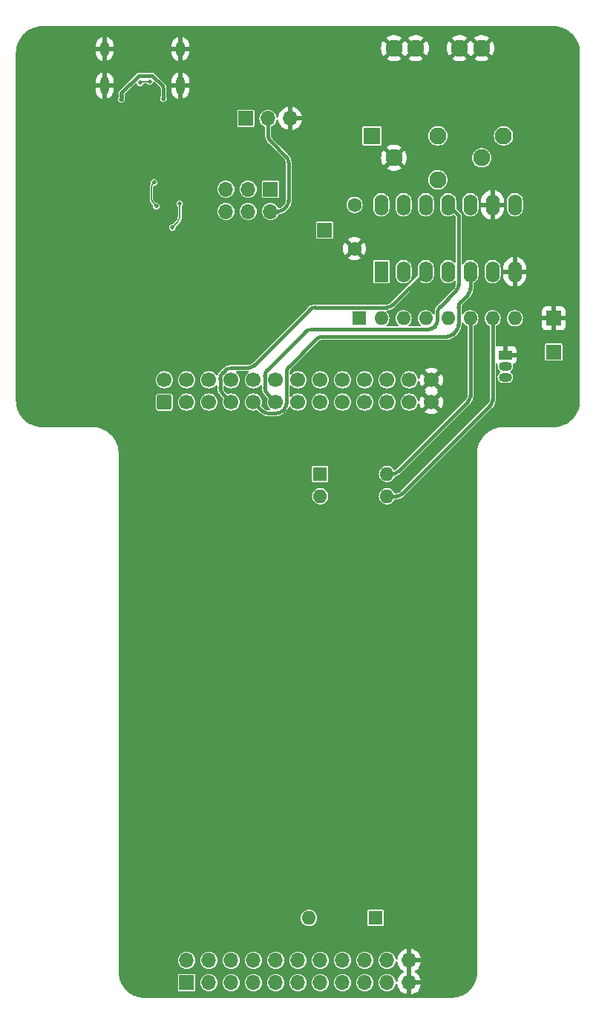
<source format=gbr>
%TF.GenerationSoftware,KiCad,Pcbnew,7.0.9*%
%TF.CreationDate,2024-02-17T15:45:48+01:00*%
%TF.ProjectId,kim-1-aux-card-usb,6b696d2d-312d-4617-9578-2d636172642d,rev?*%
%TF.SameCoordinates,Original*%
%TF.FileFunction,Copper,L2,Bot*%
%TF.FilePolarity,Positive*%
%FSLAX46Y46*%
G04 Gerber Fmt 4.6, Leading zero omitted, Abs format (unit mm)*
G04 Created by KiCad (PCBNEW 7.0.9) date 2024-02-17 15:45:48*
%MOMM*%
%LPD*%
G01*
G04 APERTURE LIST*
G04 Aperture macros list*
%AMRoundRect*
0 Rectangle with rounded corners*
0 $1 Rounding radius*
0 $2 $3 $4 $5 $6 $7 $8 $9 X,Y pos of 4 corners*
0 Add a 4 corners polygon primitive as box body*
4,1,4,$2,$3,$4,$5,$6,$7,$8,$9,$2,$3,0*
0 Add four circle primitives for the rounded corners*
1,1,$1+$1,$2,$3*
1,1,$1+$1,$4,$5*
1,1,$1+$1,$6,$7*
1,1,$1+$1,$8,$9*
0 Add four rect primitives between the rounded corners*
20,1,$1+$1,$2,$3,$4,$5,0*
20,1,$1+$1,$4,$5,$6,$7,0*
20,1,$1+$1,$6,$7,$8,$9,0*
20,1,$1+$1,$8,$9,$2,$3,0*%
G04 Aperture macros list end*
%TA.AperFunction,ComponentPad*%
%ADD10R,1.950000X1.950000*%
%TD*%
%TA.AperFunction,ComponentPad*%
%ADD11C,1.950000*%
%TD*%
%TA.AperFunction,ComponentPad*%
%ADD12R,1.500000X1.050000*%
%TD*%
%TA.AperFunction,ComponentPad*%
%ADD13O,1.500000X1.050000*%
%TD*%
%TA.AperFunction,ComponentPad*%
%ADD14O,1.000000X2.100000*%
%TD*%
%TA.AperFunction,ComponentPad*%
%ADD15O,1.000000X1.800000*%
%TD*%
%TA.AperFunction,ComponentPad*%
%ADD16R,1.600000X2.400000*%
%TD*%
%TA.AperFunction,ComponentPad*%
%ADD17O,1.600000X2.400000*%
%TD*%
%TA.AperFunction,ComponentPad*%
%ADD18R,1.600000X1.600000*%
%TD*%
%TA.AperFunction,ComponentPad*%
%ADD19O,1.600000X1.600000*%
%TD*%
%TA.AperFunction,ComponentPad*%
%ADD20RoundRect,0.250000X0.600000X-0.600000X0.600000X0.600000X-0.600000X0.600000X-0.600000X-0.600000X0*%
%TD*%
%TA.AperFunction,ComponentPad*%
%ADD21C,1.700000*%
%TD*%
%TA.AperFunction,ComponentPad*%
%ADD22R,1.700000X1.700000*%
%TD*%
%TA.AperFunction,ComponentPad*%
%ADD23O,1.700000X1.700000*%
%TD*%
%TA.AperFunction,ComponentPad*%
%ADD24C,1.600000*%
%TD*%
%TA.AperFunction,ViaPad*%
%ADD25C,0.500000*%
%TD*%
%TA.AperFunction,Conductor*%
%ADD26C,0.400000*%
%TD*%
%TA.AperFunction,Conductor*%
%ADD27C,0.127000*%
%TD*%
%TA.AperFunction,Conductor*%
%ADD28C,0.200000*%
%TD*%
G04 APERTURE END LIST*
D10*
%TO.P,J3,1*%
%TO.N,unconnected-(J3-Pad1)*%
X150400000Y-52590000D03*
D11*
%TO.P,J3,2*%
%TO.N,GND*%
X152900000Y-55090000D03*
%TO.P,J3,3*%
%TO.N,Net-(RN1D-R4.2)*%
X157900000Y-52590000D03*
%TO.P,J3,4*%
%TO.N,Net-(RN1F-R6.2)*%
X162900000Y-55090000D03*
%TO.P,J3,5*%
%TO.N,Net-(RN1E-R5.2)*%
X165400000Y-52590000D03*
%TO.P,J3,6*%
%TO.N,Net-(J4-Pin_1)*%
X157900000Y-57590000D03*
%TO.P,J3,E1*%
%TO.N,GND*%
X162900000Y-42590000D03*
X160400000Y-42590000D03*
%TO.P,J3,E2*%
X155400000Y-42590000D03*
X152900000Y-42590000D03*
%TD*%
D12*
%TO.P,Q1,1,E*%
%TO.N,GND*%
X165610000Y-77560000D03*
D13*
%TO.P,Q1,2,B*%
%TO.N,Net-(Q1-B)*%
X165610000Y-78830000D03*
%TO.P,Q1,3,C*%
%TO.N,/KBD_R*%
X165610000Y-80100000D03*
%TD*%
D14*
%TO.P,J7,S1,SHIELD*%
%TO.N,GND*%
X128540000Y-46865000D03*
D15*
X128540000Y-42685000D03*
D14*
X119900000Y-46865000D03*
D15*
X119900000Y-42685000D03*
%TD*%
D16*
%TO.P,U1,1*%
%TO.N,/PTR*%
X151450000Y-68060000D03*
D17*
%TO.P,U1,2*%
%TO.N,Net-(J8-Pin_3)*%
X153990000Y-68060000D03*
%TO.P,U1,3*%
%TO.N,/PA3*%
X156530000Y-68060000D03*
%TO.P,U1,4*%
%TO.N,Net-(RN1D-R4.2)*%
X159070000Y-68060000D03*
%TO.P,U1,5*%
%TO.N,/PA4*%
X161610000Y-68060000D03*
%TO.P,U1,6*%
%TO.N,Net-(RN1F-R6.2)*%
X164150000Y-68060000D03*
%TO.P,U1,7,GND*%
%TO.N,GND*%
X166690000Y-68060000D03*
%TO.P,U1,8*%
%TO.N,unconnected-(U1-Pad8)*%
X166690000Y-60440000D03*
%TO.P,U1,9*%
%TO.N,GND*%
X164150000Y-60440000D03*
%TO.P,U1,10*%
%TO.N,Net-(RN1E-R5.2)*%
X161610000Y-60440000D03*
%TO.P,U1,11*%
%TO.N,/PA5*%
X159070000Y-60440000D03*
%TO.P,U1,12*%
%TO.N,Net-(Q1-B)*%
X156530000Y-60440000D03*
%TO.P,U1,13*%
%TO.N,Net-(J8-Pin_4)*%
X153990000Y-60440000D03*
%TO.P,U1,14,VCC*%
%TO.N,+5V*%
X151450000Y-60440000D03*
%TD*%
D18*
%TO.P,SW1,1*%
%TO.N,/ROW3*%
X150820000Y-141700000D03*
D19*
%TO.P,SW1,2*%
%TO.N,/COLA*%
X143200000Y-141700000D03*
%TD*%
D20*
%TO.P,J2,1,Pin_1*%
%TO.N,/PA0*%
X126710000Y-82920000D03*
D21*
%TO.P,J2,2,Pin_2*%
%TO.N,/PB0*%
X126710000Y-80380000D03*
%TO.P,J2,3,Pin_3*%
%TO.N,/PA1*%
X129250000Y-82920000D03*
%TO.P,J2,4,Pin_4*%
%TO.N,/PB1*%
X129250000Y-80380000D03*
%TO.P,J2,5,Pin_5*%
%TO.N,/PA2*%
X131790000Y-82920000D03*
%TO.P,J2,6,Pin_6*%
%TO.N,/PB2*%
X131790000Y-80380000D03*
%TO.P,J2,7,Pin_7*%
%TO.N,/PA3*%
X134330000Y-82920000D03*
%TO.P,J2,8,Pin_8*%
%TO.N,/PB3*%
X134330000Y-80380000D03*
%TO.P,J2,9,Pin_9*%
%TO.N,/PA4*%
X136870000Y-82920000D03*
%TO.P,J2,10,Pin_10*%
%TO.N,/PB4*%
X136870000Y-80380000D03*
%TO.P,J2,11,Pin_11*%
%TO.N,/PA5*%
X139410000Y-82920000D03*
%TO.P,J2,12,Pin_12*%
%TO.N,/PB5*%
X139410000Y-80380000D03*
%TO.P,J2,13,Pin_13*%
%TO.N,/PA6*%
X141950000Y-82920000D03*
%TO.P,J2,14,Pin_14*%
%TO.N,unconnected-(J2-Pin_14-Pad14)*%
X141950000Y-80380000D03*
%TO.P,J2,15,Pin_15*%
%TO.N,/PA7*%
X144490000Y-82920000D03*
%TO.P,J2,16,Pin_16*%
%TO.N,unconnected-(J2-Pin_16-Pad16)*%
X144490000Y-80380000D03*
%TO.P,J2,17,Pin_17*%
%TO.N,unconnected-(J2-Pin_17-Pad17)*%
X147030000Y-82920000D03*
%TO.P,J2,18,Pin_18*%
%TO.N,/PB7*%
X147030000Y-80380000D03*
%TO.P,J2,19,Pin_19*%
%TO.N,unconnected-(J2-Pin_19-Pad19)*%
X149570000Y-82920000D03*
%TO.P,J2,20,Pin_20*%
%TO.N,unconnected-(J2-Pin_20-Pad20)*%
X149570000Y-80380000D03*
%TO.P,J2,21,Pin_21*%
%TO.N,unconnected-(J2-Pin_21-Pad21)*%
X152110000Y-82920000D03*
%TO.P,J2,22,Pin_22*%
%TO.N,unconnected-(J2-Pin_22-Pad22)*%
X152110000Y-80380000D03*
%TO.P,J2,23,Pin_23*%
%TO.N,unconnected-(J2-Pin_23-Pad23)*%
X154650000Y-82920000D03*
%TO.P,J2,24,Pin_24*%
%TO.N,unconnected-(J2-Pin_24-Pad24)*%
X154650000Y-80380000D03*
%TO.P,J2,25,Pin_25*%
%TO.N,GND*%
X157190000Y-82920000D03*
%TO.P,J2,26,Pin_26*%
X157190000Y-80380000D03*
%TD*%
D18*
%TO.P,RN1,1,R1*%
%TO.N,+5V*%
X148910000Y-73380000D03*
D19*
%TO.P,RN1,2,R1.2*%
%TO.N,/PTR*%
X151450000Y-73380000D03*
%TO.P,RN1,3,R2.2*%
%TO.N,Net-(J8-Pin_3)*%
X153990000Y-73380000D03*
%TO.P,RN1,4,R3.2*%
%TO.N,Net-(Q1-B)*%
X156530000Y-73380000D03*
%TO.P,RN1,5,R4.2*%
%TO.N,Net-(RN1D-R4.2)*%
X159070000Y-73380000D03*
%TO.P,RN1,6,R5.2*%
%TO.N,Net-(RN1E-R5.2)*%
X161610000Y-73380000D03*
%TO.P,RN1,7,R6.2*%
%TO.N,Net-(RN1F-R6.2)*%
X164150000Y-73380000D03*
%TO.P,RN1,8,R7.2*%
%TO.N,Net-(J4-Pin_1)*%
X166690000Y-73380000D03*
%TD*%
D18*
%TO.P,SW2,1*%
%TO.N,/PA7*%
X144490000Y-91110000D03*
D19*
%TO.P,SW2,2*%
%TO.N,/PA6*%
X144490000Y-93650000D03*
%TO.P,SW2,3*%
%TO.N,Net-(RN1F-R6.2)*%
X152110000Y-93650000D03*
%TO.P,SW2,4*%
%TO.N,Net-(RN1E-R5.2)*%
X152110000Y-91110000D03*
%TD*%
D22*
%TO.P,J8,1,Pin_1*%
%TO.N,Net-(J8-Pin_1)*%
X138800000Y-58670000D03*
D23*
%TO.P,J8,2,Pin_2*%
%TO.N,Net-(J8-Pin_2)*%
X138800000Y-61210000D03*
%TO.P,J8,3,Pin_3*%
%TO.N,Net-(J8-Pin_3)*%
X136260000Y-58670000D03*
%TO.P,J8,4,Pin_4*%
%TO.N,Net-(J8-Pin_4)*%
X136260000Y-61210000D03*
%TO.P,J8,5,Pin_5*%
%TO.N,Net-(J8-Pin_5)*%
X133720000Y-58670000D03*
%TO.P,J8,6,Pin_6*%
%TO.N,Net-(J8-Pin_6)*%
X133720000Y-61210000D03*
%TD*%
D22*
%TO.P,J9,1,Pin_1*%
%TO.N,Net-(J8-Pin_1)*%
X135990000Y-50600000D03*
D23*
%TO.P,J9,2,Pin_2*%
%TO.N,Net-(J8-Pin_2)*%
X138530000Y-50600000D03*
%TO.P,J9,3,Pin_3*%
%TO.N,GND*%
X141070000Y-50600000D03*
%TD*%
D24*
%TO.P,C1,1*%
%TO.N,+5V*%
X148400000Y-60440000D03*
%TO.P,C1,2*%
%TO.N,GND*%
X148400000Y-65440000D03*
%TD*%
D22*
%TO.P,J5,1,Pin_1*%
%TO.N,GND*%
X171120000Y-73380000D03*
%TD*%
%TO.P,J1,1,Pin_1*%
%TO.N,/PA0*%
X129250000Y-149070000D03*
D23*
%TO.P,J1,2,Pin_2*%
%TO.N,/PB0*%
X129250000Y-146530000D03*
%TO.P,J1,3,Pin_3*%
%TO.N,/PA1*%
X131790000Y-149070000D03*
%TO.P,J1,4,Pin_4*%
%TO.N,/PB1*%
X131790000Y-146530000D03*
%TO.P,J1,5,Pin_5*%
%TO.N,/PA2*%
X134330000Y-149070000D03*
%TO.P,J1,6,Pin_6*%
%TO.N,/PB2*%
X134330000Y-146530000D03*
%TO.P,J1,7,Pin_7*%
%TO.N,/PA3*%
X136870000Y-149070000D03*
%TO.P,J1,8,Pin_8*%
%TO.N,/PB3*%
X136870000Y-146530000D03*
%TO.P,J1,9,Pin_9*%
%TO.N,/PA4*%
X139410000Y-149070000D03*
%TO.P,J1,10,Pin_10*%
%TO.N,/PB4*%
X139410000Y-146530000D03*
%TO.P,J1,11,Pin_11*%
%TO.N,/PA5*%
X141950000Y-149070000D03*
%TO.P,J1,12,Pin_12*%
%TO.N,/PB5*%
X141950000Y-146530000D03*
%TO.P,J1,13,Pin_13*%
%TO.N,/PA6*%
X144490000Y-149070000D03*
%TO.P,J1,14,Pin_14*%
%TO.N,/COLA*%
X144490000Y-146530000D03*
%TO.P,J1,15,Pin_15*%
%TO.N,/PA7*%
X147030000Y-149070000D03*
%TO.P,J1,16,Pin_16*%
%TO.N,/PTR*%
X147030000Y-146530000D03*
%TO.P,J1,17,Pin_17*%
%TO.N,/ROW3*%
X149570000Y-149070000D03*
%TO.P,J1,18,Pin_18*%
%TO.N,/PB7*%
X149570000Y-146530000D03*
%TO.P,J1,19,Pin_19*%
%TO.N,/KBD_R*%
X152110000Y-149070000D03*
%TO.P,J1,20,Pin_20*%
X152110000Y-146530000D03*
%TO.P,J1,21,Pin_21*%
%TO.N,GND*%
X154650000Y-149070000D03*
%TO.P,J1,22,Pin_22*%
X154650000Y-146530000D03*
%TD*%
D22*
%TO.P,J6,1,Pin_1*%
%TO.N,+5V*%
X144980000Y-63330000D03*
%TD*%
%TO.P,J4,1,Pin_1*%
%TO.N,Net-(J4-Pin_1)*%
X171120000Y-77230000D03*
%TD*%
D25*
%TO.N,GND*%
X125776447Y-58676053D03*
X120486447Y-48433553D03*
X124136447Y-55343553D03*
X127396447Y-48343553D03*
X117956447Y-48483553D03*
X112816447Y-56643553D03*
X123230000Y-50370000D03*
X122516447Y-59311053D03*
X112816447Y-54323553D03*
X119891447Y-54823553D03*
X117956447Y-52383553D03*
X125340000Y-50370000D03*
%TO.N,Net-(C2-Pad1)*%
X126596447Y-48343553D03*
X121796447Y-48433553D03*
%TO.N,/D-*%
X125046447Y-46403553D03*
X123946447Y-46533553D03*
%TO.N,Net-(D2-K)*%
X127620000Y-63020000D03*
X128460000Y-60320000D03*
%TO.N,Net-(U2-~{CTS})*%
X125790000Y-60580000D03*
X125550000Y-57890000D03*
%TD*%
D26*
%TO.N,Net-(C2-Pad1)*%
X126620000Y-48340000D02*
X126620000Y-47195441D01*
X121796447Y-47721887D02*
X121796447Y-48433553D01*
X121820000Y-47907107D02*
X121820000Y-48430000D01*
X123794781Y-45723553D02*
X121796447Y-47721887D01*
X125349781Y-45723553D02*
X123794781Y-45723553D01*
X126468115Y-46841887D02*
X125349781Y-45723553D01*
X126619971Y-47195441D02*
G75*
G03*
X126473553Y-46841887I-499971J41D01*
G01*
D27*
%TO.N,/D-*%
X124041421Y-46458579D02*
X123970000Y-46530000D01*
X125070000Y-46400000D02*
X124182843Y-46400000D01*
X124182843Y-46400031D02*
G75*
G03*
X124041422Y-46458580I-43J-199969D01*
G01*
D26*
%TO.N,/PA3*%
X133372893Y-79569340D02*
X133609340Y-79332893D01*
X136922893Y-78747107D02*
X143247107Y-72422893D01*
X134330000Y-82920000D02*
X133372893Y-81962893D01*
X134316447Y-79040000D02*
X136215786Y-79040000D01*
X152752893Y-71837107D02*
X156530000Y-68060000D01*
X133080000Y-81255786D02*
X133080000Y-80276447D01*
X143954214Y-72130000D02*
X152045786Y-72130000D01*
X133080010Y-81255786D02*
G75*
G03*
X133372893Y-81962893I999990J-14D01*
G01*
X143954214Y-72130010D02*
G75*
G03*
X143247107Y-72422893I-14J-999990D01*
G01*
X152045786Y-72129990D02*
G75*
G03*
X152752893Y-71837107I14J999990D01*
G01*
X134316447Y-79040033D02*
G75*
G03*
X133609340Y-79332893I-47J-999967D01*
G01*
X133372870Y-79569317D02*
G75*
G03*
X133080000Y-80276447I707130J-707083D01*
G01*
X136215786Y-79039990D02*
G75*
G03*
X136922893Y-78747107I14J999990D01*
G01*
%TO.N,/PA4*%
X159977107Y-74822893D02*
X159632893Y-75167107D01*
X158925786Y-75460000D02*
X144764214Y-75460000D01*
X139483553Y-84200000D02*
X138564214Y-84200000D01*
X161610000Y-68060000D02*
X161610000Y-69995786D01*
X140660000Y-79564214D02*
X140660000Y-83023553D01*
X140367107Y-83730660D02*
X140190660Y-83907107D01*
X144057107Y-75752893D02*
X140952893Y-78857107D01*
X160270000Y-72164214D02*
X160270000Y-74115786D01*
X137857107Y-83907107D02*
X136870000Y-82920000D01*
X161317107Y-70702893D02*
X160562893Y-71457107D01*
X140367130Y-83730683D02*
G75*
G03*
X140660000Y-83023553I-707130J707083D01*
G01*
X158925786Y-75459990D02*
G75*
G03*
X159632893Y-75167107I14J999990D01*
G01*
X139483553Y-84199967D02*
G75*
G03*
X140190660Y-83907107I47J999967D01*
G01*
X159977114Y-74822900D02*
G75*
G03*
X160270000Y-74115786I-707114J707100D01*
G01*
X137857100Y-83907114D02*
G75*
G03*
X138564214Y-84200000I707100J707114D01*
G01*
X161317114Y-70702900D02*
G75*
G03*
X161610000Y-69995786I-707114J707100D01*
G01*
X144764214Y-75460010D02*
G75*
G03*
X144057107Y-75752893I-14J-999990D01*
G01*
X140952886Y-78857100D02*
G75*
G03*
X140660000Y-79564214I707114J-707100D01*
G01*
X160562886Y-71457100D02*
G75*
G03*
X160270000Y-72164214I707114J-707100D01*
G01*
%TO.N,/PA5*%
X138452893Y-81962893D02*
X139410000Y-82920000D01*
X159070000Y-60440000D02*
X160270000Y-61640000D01*
X159977107Y-70242893D02*
X158162893Y-72057107D01*
X138160000Y-79974214D02*
X138160000Y-81255786D01*
X157577107Y-74272893D02*
X157502893Y-74347107D01*
X156795786Y-74640000D02*
X143494214Y-74640000D01*
X160270000Y-61640000D02*
X160270000Y-69535786D01*
X142787107Y-74932893D02*
X138452893Y-79267107D01*
X157870000Y-72764214D02*
X157870000Y-73565786D01*
X143494214Y-74640010D02*
G75*
G03*
X142787107Y-74932893I-14J-999990D01*
G01*
X158162886Y-72057100D02*
G75*
G03*
X157870000Y-72764214I707114J-707100D01*
G01*
X138452886Y-79267100D02*
G75*
G03*
X138160000Y-79974214I707114J-707100D01*
G01*
X159977114Y-70242900D02*
G75*
G03*
X160270000Y-69535786I-707114J707100D01*
G01*
X138160010Y-81255786D02*
G75*
G03*
X138452893Y-81962893I999990J-14D01*
G01*
X156795786Y-74639990D02*
G75*
G03*
X157502893Y-74347107I14J999990D01*
G01*
X157577114Y-74272900D02*
G75*
G03*
X157870000Y-73565786I-707114J707100D01*
G01*
D28*
%TO.N,Net-(D2-K)*%
X128177107Y-62462893D02*
X127620000Y-63020000D01*
X128460000Y-60320000D02*
X128467999Y-60327999D01*
X128467999Y-60327999D02*
X128467999Y-61854081D01*
X128177110Y-62462896D02*
G75*
G03*
X128467998Y-61854081I-727710J721596D01*
G01*
D26*
%TO.N,Net-(J8-Pin_2)*%
X138822893Y-53172893D02*
X140587107Y-54937107D01*
X140332893Y-60917107D02*
X140587107Y-60662893D01*
X138800000Y-61210000D02*
X139625786Y-61210000D01*
X138530000Y-50600000D02*
X138530000Y-52465786D01*
X140880000Y-59955786D02*
X140880000Y-55644214D01*
X140587114Y-60662900D02*
G75*
G03*
X140880000Y-59955786I-707114J707100D01*
G01*
X140879990Y-55644214D02*
G75*
G03*
X140587107Y-54937107I-999990J14D01*
G01*
X139625786Y-61209990D02*
G75*
G03*
X140332893Y-60917107I14J999990D01*
G01*
X138530010Y-52465786D02*
G75*
G03*
X138822893Y-53172893I999990J-14D01*
G01*
D27*
%TO.N,Net-(U2-~{CTS})*%
X125790000Y-60580000D02*
X125379393Y-60169393D01*
X125232947Y-59815840D02*
X125232947Y-58414160D01*
X125379394Y-58060606D02*
X125550000Y-57890000D01*
X125379424Y-58060636D02*
G75*
G03*
X125232947Y-58414160I353476J-353564D01*
G01*
X125232905Y-59815840D02*
G75*
G03*
X125379393Y-60169393I499995J40D01*
G01*
D26*
%TO.N,Net-(RN1F-R6.2)*%
X152110000Y-93650000D02*
X153145786Y-93650000D01*
X153852893Y-93357107D02*
X163857107Y-83352893D01*
X164150000Y-82645786D02*
X164150000Y-73380000D01*
X153145786Y-93649990D02*
G75*
G03*
X153852893Y-93357107I14J999990D01*
G01*
X163857114Y-83352900D02*
G75*
G03*
X164150000Y-82645786I-707114J707100D01*
G01*
%TO.N,Net-(RN1E-R5.2)*%
X161610000Y-82195786D02*
X161610000Y-73380000D01*
X153402893Y-90817107D02*
X161317107Y-82902893D01*
X152110000Y-91110000D02*
X152695786Y-91110000D01*
X161317114Y-82902900D02*
G75*
G03*
X161610000Y-82195786I-707114J707100D01*
G01*
X152695786Y-91109990D02*
G75*
G03*
X153402893Y-90817107I14J999990D01*
G01*
%TD*%
%TA.AperFunction,Conductor*%
%TO.N,GND*%
G36*
X154900000Y-148634498D02*
G01*
X154792315Y-148585320D01*
X154685763Y-148570000D01*
X154614237Y-148570000D01*
X154507685Y-148585320D01*
X154400000Y-148634498D01*
X154400000Y-146965501D01*
X154507685Y-147014680D01*
X154614237Y-147030000D01*
X154685763Y-147030000D01*
X154792315Y-147014680D01*
X154900000Y-146965501D01*
X154900000Y-148634498D01*
G37*
%TD.AperFunction*%
%TA.AperFunction,Conductor*%
G36*
X171121619Y-40090584D02*
G01*
X171253628Y-40097503D01*
X171437027Y-40107803D01*
X171443212Y-40108465D01*
X171595647Y-40132608D01*
X171758194Y-40160226D01*
X171763811Y-40161453D01*
X171916693Y-40202418D01*
X172009122Y-40229046D01*
X172071724Y-40247082D01*
X172076759Y-40248769D01*
X172226183Y-40306127D01*
X172374007Y-40367358D01*
X172378412Y-40369388D01*
X172444180Y-40402899D01*
X172521921Y-40442511D01*
X172597428Y-40484241D01*
X172661480Y-40519641D01*
X172665215Y-40521882D01*
X172739487Y-40570115D01*
X172800872Y-40609980D01*
X172888357Y-40672053D01*
X172930764Y-40702142D01*
X172933886Y-40704510D01*
X173058748Y-40805621D01*
X173061034Y-40807567D01*
X173178721Y-40912738D01*
X173181248Y-40915128D01*
X173294870Y-41028750D01*
X173297260Y-41031277D01*
X173402431Y-41148964D01*
X173404385Y-41151260D01*
X173505480Y-41276102D01*
X173507862Y-41279243D01*
X173600019Y-41409127D01*
X173652637Y-41490149D01*
X173688106Y-41544767D01*
X173690364Y-41548531D01*
X173767488Y-41688078D01*
X173840604Y-41831575D01*
X173842643Y-41835997D01*
X173903877Y-41983829D01*
X173961221Y-42133217D01*
X173962916Y-42138273D01*
X174007579Y-42293297D01*
X174048541Y-42446171D01*
X174049778Y-42451835D01*
X174077394Y-42614369D01*
X174101530Y-42766758D01*
X174102196Y-42772985D01*
X174112509Y-42956617D01*
X174119415Y-43088377D01*
X174119500Y-43091623D01*
X174119500Y-82768376D01*
X174119415Y-82771622D01*
X174112509Y-82903382D01*
X174102196Y-83087013D01*
X174101530Y-83093240D01*
X174077394Y-83245630D01*
X174049778Y-83408163D01*
X174048541Y-83413827D01*
X174007579Y-83566702D01*
X173962916Y-83721725D01*
X173961221Y-83726781D01*
X173903877Y-83876170D01*
X173842643Y-84024001D01*
X173840604Y-84028423D01*
X173767488Y-84171921D01*
X173690364Y-84311467D01*
X173688097Y-84315246D01*
X173600019Y-84450872D01*
X173507862Y-84580755D01*
X173505480Y-84583896D01*
X173404385Y-84708738D01*
X173402431Y-84711034D01*
X173297260Y-84828721D01*
X173294870Y-84831248D01*
X173181248Y-84944870D01*
X173178721Y-84947260D01*
X173061034Y-85052431D01*
X173058738Y-85054385D01*
X172933896Y-85155480D01*
X172930755Y-85157862D01*
X172800872Y-85250019D01*
X172665246Y-85338097D01*
X172661467Y-85340364D01*
X172521921Y-85417488D01*
X172378423Y-85490604D01*
X172374001Y-85492643D01*
X172226170Y-85553877D01*
X172076781Y-85611221D01*
X172071725Y-85612916D01*
X171916702Y-85657579D01*
X171763827Y-85698541D01*
X171758163Y-85699778D01*
X171595630Y-85727394D01*
X171443240Y-85751530D01*
X171437013Y-85752196D01*
X171253382Y-85762509D01*
X171121622Y-85769415D01*
X171118376Y-85769500D01*
X165410500Y-85769500D01*
X165410000Y-85769500D01*
X165252750Y-85769500D01*
X164939974Y-85802374D01*
X164939970Y-85802374D01*
X164939968Y-85802375D01*
X164632352Y-85867760D01*
X164632350Y-85867761D01*
X164333248Y-85964944D01*
X164045931Y-86092866D01*
X164045924Y-86092869D01*
X163773571Y-86250112D01*
X163773566Y-86250115D01*
X163519139Y-86434967D01*
X163519130Y-86434974D01*
X163285414Y-86645414D01*
X163074974Y-86879130D01*
X163074967Y-86879139D01*
X162890115Y-87133566D01*
X162890112Y-87133571D01*
X162732869Y-87405924D01*
X162732866Y-87405931D01*
X162604944Y-87693248D01*
X162507761Y-87992350D01*
X162507760Y-87992352D01*
X162442375Y-88299968D01*
X162409500Y-88612754D01*
X162409500Y-147798376D01*
X162409415Y-147801622D01*
X162402509Y-147933382D01*
X162392196Y-148117013D01*
X162391530Y-148123240D01*
X162367394Y-148275630D01*
X162339778Y-148438163D01*
X162338541Y-148443827D01*
X162297579Y-148596702D01*
X162252916Y-148751725D01*
X162251221Y-148756781D01*
X162193877Y-148906170D01*
X162132643Y-149054001D01*
X162130604Y-149058423D01*
X162057488Y-149201921D01*
X161980364Y-149341467D01*
X161978097Y-149345246D01*
X161890019Y-149480872D01*
X161797862Y-149610755D01*
X161795480Y-149613896D01*
X161694385Y-149738738D01*
X161692431Y-149741034D01*
X161587260Y-149858721D01*
X161584870Y-149861248D01*
X161471248Y-149974870D01*
X161468721Y-149977260D01*
X161351034Y-150082431D01*
X161348738Y-150084385D01*
X161223896Y-150185480D01*
X161220755Y-150187862D01*
X161090872Y-150280019D01*
X160955246Y-150368097D01*
X160951467Y-150370364D01*
X160811921Y-150447488D01*
X160668423Y-150520604D01*
X160664001Y-150522643D01*
X160516170Y-150583877D01*
X160366781Y-150641221D01*
X160361725Y-150642916D01*
X160206702Y-150687579D01*
X160053827Y-150728541D01*
X160048163Y-150729778D01*
X159885630Y-150757394D01*
X159733240Y-150781530D01*
X159727013Y-150782196D01*
X159543382Y-150792509D01*
X159411622Y-150799415D01*
X159408376Y-150799500D01*
X124491624Y-150799500D01*
X124488378Y-150799415D01*
X124356617Y-150792509D01*
X124172985Y-150782196D01*
X124166758Y-150781530D01*
X124014369Y-150757394D01*
X123851835Y-150729778D01*
X123846171Y-150728541D01*
X123693297Y-150687579D01*
X123538273Y-150642916D01*
X123533217Y-150641221D01*
X123383829Y-150583877D01*
X123235997Y-150522643D01*
X123231575Y-150520604D01*
X123088078Y-150447488D01*
X122948531Y-150370364D01*
X122944767Y-150368106D01*
X122891875Y-150333758D01*
X122809127Y-150280019D01*
X122679243Y-150187862D01*
X122676102Y-150185480D01*
X122551260Y-150084385D01*
X122548964Y-150082431D01*
X122431277Y-149977260D01*
X122428750Y-149974870D01*
X122386438Y-149932558D01*
X128272500Y-149932558D01*
X128279898Y-149969749D01*
X128308077Y-150011922D01*
X128350250Y-150040101D01*
X128350252Y-150040102D01*
X128378205Y-150045662D01*
X128387441Y-150047500D01*
X128387442Y-150047500D01*
X130112559Y-150047500D01*
X130119957Y-150046028D01*
X130149748Y-150040102D01*
X130191922Y-150011922D01*
X130220102Y-149969748D01*
X130227500Y-149932558D01*
X130227500Y-149070000D01*
X130807770Y-149070000D01*
X130826643Y-149261626D01*
X130882538Y-149445884D01*
X130973302Y-149615692D01*
X130973306Y-149615699D01*
X131095458Y-149764541D01*
X131244300Y-149886693D01*
X131244307Y-149886697D01*
X131399685Y-149969748D01*
X131414117Y-149977462D01*
X131598376Y-150033357D01*
X131790000Y-150052230D01*
X131981624Y-150033357D01*
X132165883Y-149977462D01*
X132335698Y-149886694D01*
X132484541Y-149764541D01*
X132606694Y-149615698D01*
X132697462Y-149445883D01*
X132753357Y-149261624D01*
X132772230Y-149070000D01*
X133347770Y-149070000D01*
X133366643Y-149261626D01*
X133422538Y-149445884D01*
X133513302Y-149615692D01*
X133513306Y-149615699D01*
X133635458Y-149764541D01*
X133784300Y-149886693D01*
X133784307Y-149886697D01*
X133939685Y-149969748D01*
X133954117Y-149977462D01*
X134138376Y-150033357D01*
X134330000Y-150052230D01*
X134521624Y-150033357D01*
X134705883Y-149977462D01*
X134875698Y-149886694D01*
X135024541Y-149764541D01*
X135146694Y-149615698D01*
X135237462Y-149445883D01*
X135293357Y-149261624D01*
X135312230Y-149070000D01*
X135887770Y-149070000D01*
X135906643Y-149261626D01*
X135962538Y-149445884D01*
X136053302Y-149615692D01*
X136053306Y-149615699D01*
X136175458Y-149764541D01*
X136324300Y-149886693D01*
X136324307Y-149886697D01*
X136479685Y-149969748D01*
X136494117Y-149977462D01*
X136678376Y-150033357D01*
X136870000Y-150052230D01*
X137061624Y-150033357D01*
X137245883Y-149977462D01*
X137415698Y-149886694D01*
X137564541Y-149764541D01*
X137686694Y-149615698D01*
X137777462Y-149445883D01*
X137833357Y-149261624D01*
X137852230Y-149070000D01*
X138427770Y-149070000D01*
X138446643Y-149261626D01*
X138502538Y-149445884D01*
X138593302Y-149615692D01*
X138593306Y-149615699D01*
X138715458Y-149764541D01*
X138864300Y-149886693D01*
X138864307Y-149886697D01*
X139019685Y-149969748D01*
X139034117Y-149977462D01*
X139218376Y-150033357D01*
X139410000Y-150052230D01*
X139601624Y-150033357D01*
X139785883Y-149977462D01*
X139955698Y-149886694D01*
X140104541Y-149764541D01*
X140226694Y-149615698D01*
X140317462Y-149445883D01*
X140373357Y-149261624D01*
X140392230Y-149070000D01*
X140967770Y-149070000D01*
X140986643Y-149261626D01*
X141042538Y-149445884D01*
X141133302Y-149615692D01*
X141133306Y-149615699D01*
X141255458Y-149764541D01*
X141404300Y-149886693D01*
X141404307Y-149886697D01*
X141559685Y-149969748D01*
X141574117Y-149977462D01*
X141758376Y-150033357D01*
X141950000Y-150052230D01*
X142141624Y-150033357D01*
X142325883Y-149977462D01*
X142495698Y-149886694D01*
X142644541Y-149764541D01*
X142766694Y-149615698D01*
X142857462Y-149445883D01*
X142913357Y-149261624D01*
X142932230Y-149070000D01*
X143507770Y-149070000D01*
X143526643Y-149261626D01*
X143582538Y-149445884D01*
X143673302Y-149615692D01*
X143673306Y-149615699D01*
X143795458Y-149764541D01*
X143944300Y-149886693D01*
X143944307Y-149886697D01*
X144099685Y-149969748D01*
X144114117Y-149977462D01*
X144298376Y-150033357D01*
X144490000Y-150052230D01*
X144681624Y-150033357D01*
X144865883Y-149977462D01*
X145035698Y-149886694D01*
X145184541Y-149764541D01*
X145306694Y-149615698D01*
X145397462Y-149445883D01*
X145453357Y-149261624D01*
X145472230Y-149070000D01*
X146047770Y-149070000D01*
X146066643Y-149261626D01*
X146122538Y-149445884D01*
X146213302Y-149615692D01*
X146213306Y-149615699D01*
X146335458Y-149764541D01*
X146484300Y-149886693D01*
X146484307Y-149886697D01*
X146639685Y-149969748D01*
X146654117Y-149977462D01*
X146838376Y-150033357D01*
X147030000Y-150052230D01*
X147221624Y-150033357D01*
X147405883Y-149977462D01*
X147575698Y-149886694D01*
X147724541Y-149764541D01*
X147846694Y-149615698D01*
X147937462Y-149445883D01*
X147993357Y-149261624D01*
X148012230Y-149070000D01*
X148587770Y-149070000D01*
X148606643Y-149261626D01*
X148662538Y-149445884D01*
X148753302Y-149615692D01*
X148753306Y-149615699D01*
X148875458Y-149764541D01*
X149024300Y-149886693D01*
X149024307Y-149886697D01*
X149179685Y-149969748D01*
X149194117Y-149977462D01*
X149378376Y-150033357D01*
X149570000Y-150052230D01*
X149761624Y-150033357D01*
X149945883Y-149977462D01*
X150115698Y-149886694D01*
X150264541Y-149764541D01*
X150386694Y-149615698D01*
X150477462Y-149445883D01*
X150533357Y-149261624D01*
X150552230Y-149070000D01*
X151127770Y-149070000D01*
X151146643Y-149261626D01*
X151202538Y-149445884D01*
X151293302Y-149615692D01*
X151293306Y-149615699D01*
X151415458Y-149764541D01*
X151564300Y-149886693D01*
X151564307Y-149886697D01*
X151719685Y-149969748D01*
X151734117Y-149977462D01*
X151918376Y-150033357D01*
X152110000Y-150052230D01*
X152301624Y-150033357D01*
X152485883Y-149977462D01*
X152655698Y-149886694D01*
X152804541Y-149764541D01*
X152926694Y-149615698D01*
X153017462Y-149445883D01*
X153072012Y-149266056D01*
X153110308Y-149207621D01*
X153174120Y-149179165D01*
X153243187Y-149189725D01*
X153295581Y-149235949D01*
X153314199Y-149291242D01*
X153315431Y-149305318D01*
X153315432Y-149305326D01*
X153376566Y-149533483D01*
X153376570Y-149533492D01*
X153476399Y-149747578D01*
X153611894Y-149941082D01*
X153778917Y-150108105D01*
X153972421Y-150243600D01*
X154186507Y-150343429D01*
X154186516Y-150343433D01*
X154400000Y-150400634D01*
X154400000Y-149505501D01*
X154507685Y-149554680D01*
X154614237Y-149570000D01*
X154685763Y-149570000D01*
X154792315Y-149554680D01*
X154900000Y-149505501D01*
X154900000Y-150400633D01*
X155113483Y-150343433D01*
X155113492Y-150343429D01*
X155327578Y-150243600D01*
X155521082Y-150108105D01*
X155688105Y-149941082D01*
X155823600Y-149747578D01*
X155923429Y-149533492D01*
X155923432Y-149533486D01*
X155980636Y-149320000D01*
X155083686Y-149320000D01*
X155109493Y-149279844D01*
X155150000Y-149141889D01*
X155150000Y-148998111D01*
X155109493Y-148860156D01*
X155083686Y-148820000D01*
X155980636Y-148820000D01*
X155980635Y-148819999D01*
X155923432Y-148606513D01*
X155923429Y-148606507D01*
X155823600Y-148392422D01*
X155823599Y-148392420D01*
X155688113Y-148198926D01*
X155688108Y-148198920D01*
X155521082Y-148031894D01*
X155334968Y-147901575D01*
X155291344Y-147846998D01*
X155284151Y-147777499D01*
X155315673Y-147715145D01*
X155334968Y-147698425D01*
X155521082Y-147568105D01*
X155688105Y-147401082D01*
X155823600Y-147207578D01*
X155923429Y-146993492D01*
X155923432Y-146993486D01*
X155980636Y-146780000D01*
X155083686Y-146780000D01*
X155109493Y-146739844D01*
X155150000Y-146601889D01*
X155150000Y-146458111D01*
X155109493Y-146320156D01*
X155083686Y-146280000D01*
X155980636Y-146280000D01*
X155980635Y-146279999D01*
X155923432Y-146066513D01*
X155923429Y-146066507D01*
X155823600Y-145852422D01*
X155823599Y-145852420D01*
X155688113Y-145658926D01*
X155688108Y-145658920D01*
X155521082Y-145491894D01*
X155327578Y-145356399D01*
X155113492Y-145256570D01*
X155113486Y-145256567D01*
X154900000Y-145199364D01*
X154900000Y-146094498D01*
X154792315Y-146045320D01*
X154685763Y-146030000D01*
X154614237Y-146030000D01*
X154507685Y-146045320D01*
X154400000Y-146094498D01*
X154400000Y-145199364D01*
X154399999Y-145199364D01*
X154186513Y-145256567D01*
X154186507Y-145256570D01*
X153972422Y-145356399D01*
X153972420Y-145356400D01*
X153778926Y-145491886D01*
X153778920Y-145491891D01*
X153611891Y-145658920D01*
X153611886Y-145658926D01*
X153476400Y-145852420D01*
X153476399Y-145852422D01*
X153376570Y-146066507D01*
X153376566Y-146066516D01*
X153315432Y-146294673D01*
X153315431Y-146294681D01*
X153314199Y-146308757D01*
X153288743Y-146373825D01*
X153232150Y-146414801D01*
X153162388Y-146418675D01*
X153101605Y-146384219D01*
X153072012Y-146333942D01*
X153017462Y-146154117D01*
X153017460Y-146154114D01*
X153017460Y-146154112D01*
X152926697Y-145984307D01*
X152926693Y-145984300D01*
X152804541Y-145835458D01*
X152655699Y-145713306D01*
X152655692Y-145713302D01*
X152485884Y-145622538D01*
X152301626Y-145566643D01*
X152110000Y-145547770D01*
X151918373Y-145566643D01*
X151734115Y-145622538D01*
X151564307Y-145713302D01*
X151564300Y-145713306D01*
X151415458Y-145835458D01*
X151293306Y-145984300D01*
X151293302Y-145984307D01*
X151202538Y-146154115D01*
X151146643Y-146338373D01*
X151127770Y-146530000D01*
X151146643Y-146721626D01*
X151202538Y-146905884D01*
X151293302Y-147075692D01*
X151293306Y-147075699D01*
X151415458Y-147224541D01*
X151564300Y-147346693D01*
X151564307Y-147346697D01*
X151734115Y-147437461D01*
X151734117Y-147437462D01*
X151918376Y-147493357D01*
X152110000Y-147512230D01*
X152301624Y-147493357D01*
X152485883Y-147437462D01*
X152655698Y-147346694D01*
X152804541Y-147224541D01*
X152926694Y-147075698D01*
X153017462Y-146905883D01*
X153072012Y-146726056D01*
X153110308Y-146667621D01*
X153174120Y-146639165D01*
X153243187Y-146649725D01*
X153295581Y-146695949D01*
X153314199Y-146751242D01*
X153315431Y-146765318D01*
X153315432Y-146765326D01*
X153376566Y-146993483D01*
X153376570Y-146993492D01*
X153476399Y-147207578D01*
X153611894Y-147401082D01*
X153778917Y-147568105D01*
X153965031Y-147698425D01*
X154008656Y-147753003D01*
X154015848Y-147822501D01*
X153984326Y-147884856D01*
X153965031Y-147901575D01*
X153778922Y-148031890D01*
X153778920Y-148031891D01*
X153611891Y-148198920D01*
X153611886Y-148198926D01*
X153476400Y-148392420D01*
X153476399Y-148392422D01*
X153376570Y-148606507D01*
X153376566Y-148606516D01*
X153315432Y-148834673D01*
X153315431Y-148834681D01*
X153314199Y-148848757D01*
X153288743Y-148913825D01*
X153232150Y-148954801D01*
X153162388Y-148958675D01*
X153101605Y-148924219D01*
X153072012Y-148873942D01*
X153017462Y-148694117D01*
X153017460Y-148694114D01*
X153017460Y-148694112D01*
X152926697Y-148524307D01*
X152926693Y-148524300D01*
X152804541Y-148375458D01*
X152655699Y-148253306D01*
X152655692Y-148253302D01*
X152485884Y-148162538D01*
X152301626Y-148106643D01*
X152110000Y-148087770D01*
X151918373Y-148106643D01*
X151734115Y-148162538D01*
X151564307Y-148253302D01*
X151564300Y-148253306D01*
X151415458Y-148375458D01*
X151293306Y-148524300D01*
X151293302Y-148524307D01*
X151202538Y-148694115D01*
X151146643Y-148878373D01*
X151127770Y-149070000D01*
X150552230Y-149070000D01*
X150533357Y-148878376D01*
X150477462Y-148694117D01*
X150430637Y-148606513D01*
X150386697Y-148524307D01*
X150386693Y-148524300D01*
X150264541Y-148375458D01*
X150115699Y-148253306D01*
X150115692Y-148253302D01*
X149945884Y-148162538D01*
X149761626Y-148106643D01*
X149570000Y-148087770D01*
X149378373Y-148106643D01*
X149194115Y-148162538D01*
X149024307Y-148253302D01*
X149024300Y-148253306D01*
X148875458Y-148375458D01*
X148753306Y-148524300D01*
X148753302Y-148524307D01*
X148662538Y-148694115D01*
X148606643Y-148878373D01*
X148587770Y-149070000D01*
X148012230Y-149070000D01*
X147993357Y-148878376D01*
X147937462Y-148694117D01*
X147890637Y-148606513D01*
X147846697Y-148524307D01*
X147846693Y-148524300D01*
X147724541Y-148375458D01*
X147575699Y-148253306D01*
X147575692Y-148253302D01*
X147405884Y-148162538D01*
X147221626Y-148106643D01*
X147030000Y-148087770D01*
X146838373Y-148106643D01*
X146654115Y-148162538D01*
X146484307Y-148253302D01*
X146484300Y-148253306D01*
X146335458Y-148375458D01*
X146213306Y-148524300D01*
X146213302Y-148524307D01*
X146122538Y-148694115D01*
X146066643Y-148878373D01*
X146047770Y-149070000D01*
X145472230Y-149070000D01*
X145453357Y-148878376D01*
X145397462Y-148694117D01*
X145350637Y-148606513D01*
X145306697Y-148524307D01*
X145306693Y-148524300D01*
X145184541Y-148375458D01*
X145035699Y-148253306D01*
X145035692Y-148253302D01*
X144865884Y-148162538D01*
X144681626Y-148106643D01*
X144490000Y-148087770D01*
X144298373Y-148106643D01*
X144114115Y-148162538D01*
X143944307Y-148253302D01*
X143944300Y-148253306D01*
X143795458Y-148375458D01*
X143673306Y-148524300D01*
X143673302Y-148524307D01*
X143582538Y-148694115D01*
X143526643Y-148878373D01*
X143507770Y-149070000D01*
X142932230Y-149070000D01*
X142913357Y-148878376D01*
X142857462Y-148694117D01*
X142810637Y-148606513D01*
X142766697Y-148524307D01*
X142766693Y-148524300D01*
X142644541Y-148375458D01*
X142495699Y-148253306D01*
X142495692Y-148253302D01*
X142325884Y-148162538D01*
X142141626Y-148106643D01*
X141950000Y-148087770D01*
X141758373Y-148106643D01*
X141574115Y-148162538D01*
X141404307Y-148253302D01*
X141404300Y-148253306D01*
X141255458Y-148375458D01*
X141133306Y-148524300D01*
X141133302Y-148524307D01*
X141042538Y-148694115D01*
X140986643Y-148878373D01*
X140967770Y-149070000D01*
X140392230Y-149070000D01*
X140373357Y-148878376D01*
X140317462Y-148694117D01*
X140270637Y-148606513D01*
X140226697Y-148524307D01*
X140226693Y-148524300D01*
X140104541Y-148375458D01*
X139955699Y-148253306D01*
X139955692Y-148253302D01*
X139785884Y-148162538D01*
X139601626Y-148106643D01*
X139410000Y-148087770D01*
X139218373Y-148106643D01*
X139034115Y-148162538D01*
X138864307Y-148253302D01*
X138864300Y-148253306D01*
X138715458Y-148375458D01*
X138593306Y-148524300D01*
X138593302Y-148524307D01*
X138502538Y-148694115D01*
X138446643Y-148878373D01*
X138427770Y-149070000D01*
X137852230Y-149070000D01*
X137833357Y-148878376D01*
X137777462Y-148694117D01*
X137730637Y-148606513D01*
X137686697Y-148524307D01*
X137686693Y-148524300D01*
X137564541Y-148375458D01*
X137415699Y-148253306D01*
X137415692Y-148253302D01*
X137245884Y-148162538D01*
X137061626Y-148106643D01*
X136870000Y-148087770D01*
X136678373Y-148106643D01*
X136494115Y-148162538D01*
X136324307Y-148253302D01*
X136324300Y-148253306D01*
X136175458Y-148375458D01*
X136053306Y-148524300D01*
X136053302Y-148524307D01*
X135962538Y-148694115D01*
X135906643Y-148878373D01*
X135887770Y-149070000D01*
X135312230Y-149070000D01*
X135293357Y-148878376D01*
X135237462Y-148694117D01*
X135190637Y-148606513D01*
X135146697Y-148524307D01*
X135146693Y-148524300D01*
X135024541Y-148375458D01*
X134875699Y-148253306D01*
X134875692Y-148253302D01*
X134705884Y-148162538D01*
X134521626Y-148106643D01*
X134330000Y-148087770D01*
X134138373Y-148106643D01*
X133954115Y-148162538D01*
X133784307Y-148253302D01*
X133784300Y-148253306D01*
X133635458Y-148375458D01*
X133513306Y-148524300D01*
X133513302Y-148524307D01*
X133422538Y-148694115D01*
X133366643Y-148878373D01*
X133347770Y-149070000D01*
X132772230Y-149070000D01*
X132753357Y-148878376D01*
X132697462Y-148694117D01*
X132650637Y-148606513D01*
X132606697Y-148524307D01*
X132606693Y-148524300D01*
X132484541Y-148375458D01*
X132335699Y-148253306D01*
X132335692Y-148253302D01*
X132165884Y-148162538D01*
X131981626Y-148106643D01*
X131790000Y-148087770D01*
X131598373Y-148106643D01*
X131414115Y-148162538D01*
X131244307Y-148253302D01*
X131244300Y-148253306D01*
X131095458Y-148375458D01*
X130973306Y-148524300D01*
X130973302Y-148524307D01*
X130882538Y-148694115D01*
X130826643Y-148878373D01*
X130807770Y-149070000D01*
X130227500Y-149070000D01*
X130227500Y-148207442D01*
X130220102Y-148170252D01*
X130214948Y-148162538D01*
X130191922Y-148128077D01*
X130149749Y-148099898D01*
X130112559Y-148092500D01*
X130112558Y-148092500D01*
X128387442Y-148092500D01*
X128387441Y-148092500D01*
X128350250Y-148099898D01*
X128308077Y-148128077D01*
X128279898Y-148170250D01*
X128272500Y-148207441D01*
X128272500Y-149932558D01*
X122386438Y-149932558D01*
X122315128Y-149861248D01*
X122312738Y-149858721D01*
X122207567Y-149741034D01*
X122205613Y-149738738D01*
X122166848Y-149690867D01*
X122104510Y-149613886D01*
X122102136Y-149610755D01*
X122009980Y-149480872D01*
X121957978Y-149400798D01*
X121921882Y-149345215D01*
X121919641Y-149341480D01*
X121845661Y-149207621D01*
X121842511Y-149201921D01*
X121802899Y-149124180D01*
X121769388Y-149058412D01*
X121767358Y-149054007D01*
X121706122Y-148906170D01*
X121648769Y-148756759D01*
X121647082Y-148751724D01*
X121629046Y-148689122D01*
X121602414Y-148596679D01*
X121561453Y-148443811D01*
X121560226Y-148438194D01*
X121532601Y-148275606D01*
X121508465Y-148123212D01*
X121507803Y-148117027D01*
X121497490Y-147933382D01*
X121490584Y-147801620D01*
X121490500Y-147798377D01*
X121490500Y-146530000D01*
X128267770Y-146530000D01*
X128286643Y-146721626D01*
X128342538Y-146905884D01*
X128433302Y-147075692D01*
X128433306Y-147075699D01*
X128555458Y-147224541D01*
X128704300Y-147346693D01*
X128704307Y-147346697D01*
X128874115Y-147437461D01*
X128874117Y-147437462D01*
X129058376Y-147493357D01*
X129250000Y-147512230D01*
X129441624Y-147493357D01*
X129625883Y-147437462D01*
X129795698Y-147346694D01*
X129944541Y-147224541D01*
X130066694Y-147075698D01*
X130157462Y-146905883D01*
X130213357Y-146721624D01*
X130232230Y-146530000D01*
X130807770Y-146530000D01*
X130826643Y-146721626D01*
X130882538Y-146905884D01*
X130973302Y-147075692D01*
X130973306Y-147075699D01*
X131095458Y-147224541D01*
X131244300Y-147346693D01*
X131244307Y-147346697D01*
X131414115Y-147437461D01*
X131414117Y-147437462D01*
X131598376Y-147493357D01*
X131790000Y-147512230D01*
X131981624Y-147493357D01*
X132165883Y-147437462D01*
X132335698Y-147346694D01*
X132484541Y-147224541D01*
X132606694Y-147075698D01*
X132697462Y-146905883D01*
X132753357Y-146721624D01*
X132772230Y-146530000D01*
X133347770Y-146530000D01*
X133366643Y-146721626D01*
X133422538Y-146905884D01*
X133513302Y-147075692D01*
X133513306Y-147075699D01*
X133635458Y-147224541D01*
X133784300Y-147346693D01*
X133784307Y-147346697D01*
X133954115Y-147437461D01*
X133954117Y-147437462D01*
X134138376Y-147493357D01*
X134330000Y-147512230D01*
X134521624Y-147493357D01*
X134705883Y-147437462D01*
X134875698Y-147346694D01*
X135024541Y-147224541D01*
X135146694Y-147075698D01*
X135237462Y-146905883D01*
X135293357Y-146721624D01*
X135312230Y-146530000D01*
X135887770Y-146530000D01*
X135906643Y-146721626D01*
X135962538Y-146905884D01*
X136053302Y-147075692D01*
X136053306Y-147075699D01*
X136175458Y-147224541D01*
X136324300Y-147346693D01*
X136324307Y-147346697D01*
X136494115Y-147437461D01*
X136494117Y-147437462D01*
X136678376Y-147493357D01*
X136870000Y-147512230D01*
X137061624Y-147493357D01*
X137245883Y-147437462D01*
X137415698Y-147346694D01*
X137564541Y-147224541D01*
X137686694Y-147075698D01*
X137777462Y-146905883D01*
X137833357Y-146721624D01*
X137852230Y-146530000D01*
X138427770Y-146530000D01*
X138446643Y-146721626D01*
X138502538Y-146905884D01*
X138593302Y-147075692D01*
X138593306Y-147075699D01*
X138715458Y-147224541D01*
X138864300Y-147346693D01*
X138864307Y-147346697D01*
X139034115Y-147437461D01*
X139034117Y-147437462D01*
X139218376Y-147493357D01*
X139410000Y-147512230D01*
X139601624Y-147493357D01*
X139785883Y-147437462D01*
X139955698Y-147346694D01*
X140104541Y-147224541D01*
X140226694Y-147075698D01*
X140317462Y-146905883D01*
X140373357Y-146721624D01*
X140392230Y-146530000D01*
X140967770Y-146530000D01*
X140986643Y-146721626D01*
X141042538Y-146905884D01*
X141133302Y-147075692D01*
X141133306Y-147075699D01*
X141255458Y-147224541D01*
X141404300Y-147346693D01*
X141404307Y-147346697D01*
X141574115Y-147437461D01*
X141574117Y-147437462D01*
X141758376Y-147493357D01*
X141950000Y-147512230D01*
X142141624Y-147493357D01*
X142325883Y-147437462D01*
X142495698Y-147346694D01*
X142644541Y-147224541D01*
X142766694Y-147075698D01*
X142857462Y-146905883D01*
X142913357Y-146721624D01*
X142932230Y-146530000D01*
X143507770Y-146530000D01*
X143526643Y-146721626D01*
X143582538Y-146905884D01*
X143673302Y-147075692D01*
X143673306Y-147075699D01*
X143795458Y-147224541D01*
X143944300Y-147346693D01*
X143944307Y-147346697D01*
X144114115Y-147437461D01*
X144114117Y-147437462D01*
X144298376Y-147493357D01*
X144490000Y-147512230D01*
X144681624Y-147493357D01*
X144865883Y-147437462D01*
X145035698Y-147346694D01*
X145184541Y-147224541D01*
X145306694Y-147075698D01*
X145397462Y-146905883D01*
X145453357Y-146721624D01*
X145472230Y-146530000D01*
X146047770Y-146530000D01*
X146066643Y-146721626D01*
X146122538Y-146905884D01*
X146213302Y-147075692D01*
X146213306Y-147075699D01*
X146335458Y-147224541D01*
X146484300Y-147346693D01*
X146484307Y-147346697D01*
X146654115Y-147437461D01*
X146654117Y-147437462D01*
X146838376Y-147493357D01*
X147030000Y-147512230D01*
X147221624Y-147493357D01*
X147405883Y-147437462D01*
X147575698Y-147346694D01*
X147724541Y-147224541D01*
X147846694Y-147075698D01*
X147937462Y-146905883D01*
X147993357Y-146721624D01*
X148012230Y-146530000D01*
X148587770Y-146530000D01*
X148606643Y-146721626D01*
X148662538Y-146905884D01*
X148753302Y-147075692D01*
X148753306Y-147075699D01*
X148875458Y-147224541D01*
X149024300Y-147346693D01*
X149024307Y-147346697D01*
X149194115Y-147437461D01*
X149194117Y-147437462D01*
X149378376Y-147493357D01*
X149570000Y-147512230D01*
X149761624Y-147493357D01*
X149945883Y-147437462D01*
X150115698Y-147346694D01*
X150264541Y-147224541D01*
X150386694Y-147075698D01*
X150477462Y-146905883D01*
X150533357Y-146721624D01*
X150552230Y-146530000D01*
X150533357Y-146338376D01*
X150477462Y-146154117D01*
X150430637Y-146066513D01*
X150386697Y-145984307D01*
X150386693Y-145984300D01*
X150264541Y-145835458D01*
X150115699Y-145713306D01*
X150115692Y-145713302D01*
X149945884Y-145622538D01*
X149761626Y-145566643D01*
X149570000Y-145547770D01*
X149378373Y-145566643D01*
X149194115Y-145622538D01*
X149024307Y-145713302D01*
X149024300Y-145713306D01*
X148875458Y-145835458D01*
X148753306Y-145984300D01*
X148753302Y-145984307D01*
X148662538Y-146154115D01*
X148606643Y-146338373D01*
X148587770Y-146530000D01*
X148012230Y-146530000D01*
X147993357Y-146338376D01*
X147937462Y-146154117D01*
X147890637Y-146066513D01*
X147846697Y-145984307D01*
X147846693Y-145984300D01*
X147724541Y-145835458D01*
X147575699Y-145713306D01*
X147575692Y-145713302D01*
X147405884Y-145622538D01*
X147221626Y-145566643D01*
X147030000Y-145547770D01*
X146838373Y-145566643D01*
X146654115Y-145622538D01*
X146484307Y-145713302D01*
X146484300Y-145713306D01*
X146335458Y-145835458D01*
X146213306Y-145984300D01*
X146213302Y-145984307D01*
X146122538Y-146154115D01*
X146066643Y-146338373D01*
X146047770Y-146530000D01*
X145472230Y-146530000D01*
X145453357Y-146338376D01*
X145397462Y-146154117D01*
X145350637Y-146066513D01*
X145306697Y-145984307D01*
X145306693Y-145984300D01*
X145184541Y-145835458D01*
X145035699Y-145713306D01*
X145035692Y-145713302D01*
X144865884Y-145622538D01*
X144681626Y-145566643D01*
X144490000Y-145547770D01*
X144298373Y-145566643D01*
X144114115Y-145622538D01*
X143944307Y-145713302D01*
X143944300Y-145713306D01*
X143795458Y-145835458D01*
X143673306Y-145984300D01*
X143673302Y-145984307D01*
X143582538Y-146154115D01*
X143526643Y-146338373D01*
X143507770Y-146530000D01*
X142932230Y-146530000D01*
X142913357Y-146338376D01*
X142857462Y-146154117D01*
X142810637Y-146066513D01*
X142766697Y-145984307D01*
X142766693Y-145984300D01*
X142644541Y-145835458D01*
X142495699Y-145713306D01*
X142495692Y-145713302D01*
X142325884Y-145622538D01*
X142141626Y-145566643D01*
X141950000Y-145547770D01*
X141758373Y-145566643D01*
X141574115Y-145622538D01*
X141404307Y-145713302D01*
X141404300Y-145713306D01*
X141255458Y-145835458D01*
X141133306Y-145984300D01*
X141133302Y-145984307D01*
X141042538Y-146154115D01*
X140986643Y-146338373D01*
X140967770Y-146530000D01*
X140392230Y-146530000D01*
X140373357Y-146338376D01*
X140317462Y-146154117D01*
X140270637Y-146066513D01*
X140226697Y-145984307D01*
X140226693Y-145984300D01*
X140104541Y-145835458D01*
X139955699Y-145713306D01*
X139955692Y-145713302D01*
X139785884Y-145622538D01*
X139601626Y-145566643D01*
X139410000Y-145547770D01*
X139218373Y-145566643D01*
X139034115Y-145622538D01*
X138864307Y-145713302D01*
X138864300Y-145713306D01*
X138715458Y-145835458D01*
X138593306Y-145984300D01*
X138593302Y-145984307D01*
X138502538Y-146154115D01*
X138446643Y-146338373D01*
X138427770Y-146530000D01*
X137852230Y-146530000D01*
X137833357Y-146338376D01*
X137777462Y-146154117D01*
X137730637Y-146066513D01*
X137686697Y-145984307D01*
X137686693Y-145984300D01*
X137564541Y-145835458D01*
X137415699Y-145713306D01*
X137415692Y-145713302D01*
X137245884Y-145622538D01*
X137061626Y-145566643D01*
X136870000Y-145547770D01*
X136678373Y-145566643D01*
X136494115Y-145622538D01*
X136324307Y-145713302D01*
X136324300Y-145713306D01*
X136175458Y-145835458D01*
X136053306Y-145984300D01*
X136053302Y-145984307D01*
X135962538Y-146154115D01*
X135906643Y-146338373D01*
X135887770Y-146530000D01*
X135312230Y-146530000D01*
X135293357Y-146338376D01*
X135237462Y-146154117D01*
X135190637Y-146066513D01*
X135146697Y-145984307D01*
X135146693Y-145984300D01*
X135024541Y-145835458D01*
X134875699Y-145713306D01*
X134875692Y-145713302D01*
X134705884Y-145622538D01*
X134521626Y-145566643D01*
X134330000Y-145547770D01*
X134138373Y-145566643D01*
X133954115Y-145622538D01*
X133784307Y-145713302D01*
X133784300Y-145713306D01*
X133635458Y-145835458D01*
X133513306Y-145984300D01*
X133513302Y-145984307D01*
X133422538Y-146154115D01*
X133366643Y-146338373D01*
X133347770Y-146530000D01*
X132772230Y-146530000D01*
X132753357Y-146338376D01*
X132697462Y-146154117D01*
X132650637Y-146066513D01*
X132606697Y-145984307D01*
X132606693Y-145984300D01*
X132484541Y-145835458D01*
X132335699Y-145713306D01*
X132335692Y-145713302D01*
X132165884Y-145622538D01*
X131981626Y-145566643D01*
X131790000Y-145547770D01*
X131598373Y-145566643D01*
X131414115Y-145622538D01*
X131244307Y-145713302D01*
X131244300Y-145713306D01*
X131095458Y-145835458D01*
X130973306Y-145984300D01*
X130973302Y-145984307D01*
X130882538Y-146154115D01*
X130826643Y-146338373D01*
X130807770Y-146530000D01*
X130232230Y-146530000D01*
X130213357Y-146338376D01*
X130157462Y-146154117D01*
X130110637Y-146066513D01*
X130066697Y-145984307D01*
X130066693Y-145984300D01*
X129944541Y-145835458D01*
X129795699Y-145713306D01*
X129795692Y-145713302D01*
X129625884Y-145622538D01*
X129441626Y-145566643D01*
X129250000Y-145547770D01*
X129058373Y-145566643D01*
X128874115Y-145622538D01*
X128704307Y-145713302D01*
X128704300Y-145713306D01*
X128555458Y-145835458D01*
X128433306Y-145984300D01*
X128433302Y-145984307D01*
X128342538Y-146154115D01*
X128286643Y-146338373D01*
X128267770Y-146530000D01*
X121490500Y-146530000D01*
X121490500Y-141700000D01*
X142267391Y-141700000D01*
X142287771Y-141893901D01*
X142348019Y-142079328D01*
X142348020Y-142079329D01*
X142445501Y-142248172D01*
X142445503Y-142248174D01*
X142575963Y-142393064D01*
X142733695Y-142507663D01*
X142911802Y-142586962D01*
X142911808Y-142586964D01*
X143102516Y-142627500D01*
X143102517Y-142627500D01*
X143297482Y-142627500D01*
X143297484Y-142627500D01*
X143488192Y-142586964D01*
X143488194Y-142586962D01*
X143488197Y-142586962D01*
X143571778Y-142549749D01*
X143655311Y-142512558D01*
X149892500Y-142512558D01*
X149899898Y-142549749D01*
X149928077Y-142591922D01*
X149970250Y-142620101D01*
X149970252Y-142620102D01*
X149998205Y-142625662D01*
X150007441Y-142627500D01*
X150007442Y-142627500D01*
X151632559Y-142627500D01*
X151639957Y-142626028D01*
X151669748Y-142620102D01*
X151711922Y-142591922D01*
X151740102Y-142549748D01*
X151747500Y-142512558D01*
X151747500Y-140887442D01*
X151740102Y-140850252D01*
X151715235Y-140813036D01*
X151711922Y-140808077D01*
X151669749Y-140779898D01*
X151632559Y-140772500D01*
X151632558Y-140772500D01*
X150007442Y-140772500D01*
X150007441Y-140772500D01*
X149970250Y-140779898D01*
X149928077Y-140808077D01*
X149899898Y-140850250D01*
X149892500Y-140887441D01*
X149892500Y-142512558D01*
X143655311Y-142512558D01*
X143666305Y-142507663D01*
X143824037Y-142393064D01*
X143954497Y-142248174D01*
X144051981Y-142079326D01*
X144112229Y-141893900D01*
X144132609Y-141700000D01*
X144112229Y-141506100D01*
X144051981Y-141320674D01*
X144051980Y-141320673D01*
X144051980Y-141320671D01*
X144051979Y-141320670D01*
X143954498Y-141151827D01*
X143824038Y-141006937D01*
X143824035Y-141006935D01*
X143666305Y-140892337D01*
X143666304Y-140892336D01*
X143488197Y-140813037D01*
X143488191Y-140813035D01*
X143332289Y-140779898D01*
X143297484Y-140772500D01*
X143102516Y-140772500D01*
X143069086Y-140779605D01*
X142911808Y-140813035D01*
X142911803Y-140813037D01*
X142733696Y-140892336D01*
X142733691Y-140892339D01*
X142575969Y-141006930D01*
X142575963Y-141006935D01*
X142445501Y-141151827D01*
X142348020Y-141320670D01*
X142348019Y-141320671D01*
X142287771Y-141506098D01*
X142267391Y-141700000D01*
X121490500Y-141700000D01*
X121490500Y-93650000D01*
X143557391Y-93650000D01*
X143577771Y-93843901D01*
X143638019Y-94029328D01*
X143638020Y-94029329D01*
X143735501Y-94198172D01*
X143735503Y-94198174D01*
X143865963Y-94343064D01*
X144023695Y-94457663D01*
X144201802Y-94536962D01*
X144201808Y-94536964D01*
X144392516Y-94577500D01*
X144392517Y-94577500D01*
X144587482Y-94577500D01*
X144587484Y-94577500D01*
X144778192Y-94536964D01*
X144778194Y-94536962D01*
X144778197Y-94536962D01*
X144838190Y-94510251D01*
X144956305Y-94457663D01*
X145114037Y-94343064D01*
X145244497Y-94198174D01*
X145341981Y-94029326D01*
X145402229Y-93843900D01*
X145422609Y-93650000D01*
X151177391Y-93650000D01*
X151197771Y-93843901D01*
X151258019Y-94029328D01*
X151258020Y-94029329D01*
X151355501Y-94198172D01*
X151355503Y-94198174D01*
X151485963Y-94343064D01*
X151643695Y-94457663D01*
X151821802Y-94536962D01*
X151821808Y-94536964D01*
X152012516Y-94577500D01*
X152012517Y-94577500D01*
X152207482Y-94577500D01*
X152207484Y-94577500D01*
X152398192Y-94536964D01*
X152398194Y-94536962D01*
X152398197Y-94536962D01*
X152458190Y-94510251D01*
X152576305Y-94457663D01*
X152734037Y-94343064D01*
X152864497Y-94198174D01*
X152877500Y-94175651D01*
X152956108Y-94039500D01*
X153006675Y-93991284D01*
X153063495Y-93977500D01*
X153177122Y-93977500D01*
X153177335Y-93977490D01*
X153232790Y-93977491D01*
X153334724Y-93964072D01*
X153405315Y-93954780D01*
X153405316Y-93954779D01*
X153405319Y-93954779D01*
X153502350Y-93928780D01*
X153573402Y-93909744D01*
X153573404Y-93909742D01*
X153573408Y-93909742D01*
X153734180Y-93843151D01*
X153884884Y-93756144D01*
X154022943Y-93650210D01*
X154025877Y-93647275D01*
X154025881Y-93647273D01*
X154084468Y-93588687D01*
X154121147Y-93552009D01*
X154121147Y-93552007D01*
X154130044Y-93543111D01*
X154130052Y-93543100D01*
X164041797Y-83631356D01*
X164041807Y-83631349D01*
X164052363Y-83620794D01*
X164052393Y-83620777D01*
X164088694Y-83584475D01*
X164150218Y-83522949D01*
X164256152Y-83384890D01*
X164343160Y-83234184D01*
X164409752Y-83073411D01*
X164409878Y-83072944D01*
X164450856Y-82919999D01*
X164454789Y-82905321D01*
X164477501Y-82732791D01*
X164477500Y-82645781D01*
X164477500Y-82623411D01*
X164477500Y-78654576D01*
X164497185Y-78587537D01*
X164549989Y-78541782D01*
X164619147Y-78531838D01*
X164644833Y-78538394D01*
X164669537Y-78547608D01*
X164725471Y-78589479D01*
X164749888Y-78654943D01*
X164748008Y-78687024D01*
X164728611Y-78788707D01*
X164738961Y-78953234D01*
X164789908Y-79110029D01*
X164878244Y-79249225D01*
X164998418Y-79362076D01*
X165004733Y-79366664D01*
X165003052Y-79368977D01*
X165042770Y-79408930D01*
X165057420Y-79477246D01*
X165032811Y-79542638D01*
X165006649Y-79568353D01*
X164934785Y-79620565D01*
X164934778Y-79620572D01*
X164829696Y-79747593D01*
X164759503Y-79896763D01*
X164759502Y-79896765D01*
X164728611Y-80058707D01*
X164738961Y-80223234D01*
X164789908Y-80380029D01*
X164878244Y-80519225D01*
X164998418Y-80632076D01*
X164998426Y-80632082D01*
X165141611Y-80710798D01*
X165142890Y-80711501D01*
X165302570Y-80752500D01*
X165302574Y-80752500D01*
X165876050Y-80752500D01*
X165876052Y-80752500D01*
X165876055Y-80752499D01*
X165876063Y-80752499D01*
X165998556Y-80737025D01*
X165998557Y-80737025D01*
X165998560Y-80737024D01*
X166151843Y-80676335D01*
X166285217Y-80579432D01*
X166390303Y-80452406D01*
X166460497Y-80303236D01*
X166491388Y-80141296D01*
X166491388Y-80141292D01*
X166481038Y-79976765D01*
X166470899Y-79945562D01*
X166430092Y-79819971D01*
X166341756Y-79680775D01*
X166277642Y-79620568D01*
X166221581Y-79567923D01*
X166215267Y-79563336D01*
X166216945Y-79561025D01*
X166177219Y-79521050D01*
X166162580Y-79452731D01*
X166187202Y-79387343D01*
X166213345Y-79361650D01*
X166285217Y-79309432D01*
X166390303Y-79182406D01*
X166460497Y-79033236D01*
X166491388Y-78871296D01*
X166491388Y-78871292D01*
X166481038Y-78706766D01*
X166481037Y-78706762D01*
X166479130Y-78700895D01*
X166477132Y-78631057D01*
X166513209Y-78571222D01*
X166553727Y-78546391D01*
X166602086Y-78528354D01*
X166602093Y-78528350D01*
X166717187Y-78442190D01*
X166717190Y-78442187D01*
X166803350Y-78327093D01*
X166803354Y-78327086D01*
X166853596Y-78192379D01*
X166853598Y-78192372D01*
X166859999Y-78132844D01*
X166860000Y-78132827D01*
X166860000Y-78092558D01*
X170142500Y-78092558D01*
X170149898Y-78129749D01*
X170178077Y-78171922D01*
X170220250Y-78200101D01*
X170220252Y-78200102D01*
X170248205Y-78205662D01*
X170257441Y-78207500D01*
X170257442Y-78207500D01*
X171982559Y-78207500D01*
X171989957Y-78206028D01*
X172019748Y-78200102D01*
X172061922Y-78171922D01*
X172090102Y-78129748D01*
X172097500Y-78092558D01*
X172097500Y-76367442D01*
X172090102Y-76330252D01*
X172090101Y-76330250D01*
X172061922Y-76288077D01*
X172019749Y-76259898D01*
X171982559Y-76252500D01*
X171982558Y-76252500D01*
X170257442Y-76252500D01*
X170257441Y-76252500D01*
X170220250Y-76259898D01*
X170178077Y-76288077D01*
X170149898Y-76330250D01*
X170142500Y-76367441D01*
X170142500Y-78092558D01*
X166860000Y-78092558D01*
X166860000Y-77810000D01*
X165889560Y-77810000D01*
X165928278Y-77767941D01*
X165978551Y-77653330D01*
X165988886Y-77528605D01*
X165958163Y-77407281D01*
X165894606Y-77310000D01*
X166860000Y-77310000D01*
X166860000Y-76987172D01*
X166859999Y-76987155D01*
X166853598Y-76927627D01*
X166853596Y-76927620D01*
X166803354Y-76792913D01*
X166803350Y-76792906D01*
X166717190Y-76677812D01*
X166717187Y-76677809D01*
X166602093Y-76591649D01*
X166602086Y-76591645D01*
X166467379Y-76541403D01*
X166467372Y-76541401D01*
X166407844Y-76535000D01*
X165860000Y-76535000D01*
X165860000Y-77279382D01*
X165790948Y-77225637D01*
X165672576Y-77185000D01*
X165578927Y-77185000D01*
X165486554Y-77200414D01*
X165376486Y-77259981D01*
X165360000Y-77277889D01*
X165360000Y-76535000D01*
X164812155Y-76535000D01*
X164752627Y-76541401D01*
X164752620Y-76541403D01*
X164644833Y-76581605D01*
X164575141Y-76586589D01*
X164513818Y-76553104D01*
X164480334Y-76491780D01*
X164477500Y-76465423D01*
X164477500Y-74329989D01*
X164497185Y-74262950D01*
X164549989Y-74217195D01*
X164551066Y-74216709D01*
X164616301Y-74187665D01*
X164616301Y-74187664D01*
X164616305Y-74187663D01*
X164774037Y-74073064D01*
X164904497Y-73928174D01*
X165001981Y-73759326D01*
X165062229Y-73573900D01*
X165082609Y-73380000D01*
X165757391Y-73380000D01*
X165777771Y-73573901D01*
X165838019Y-73759328D01*
X165838020Y-73759329D01*
X165935501Y-73928172D01*
X166057730Y-74063920D01*
X166065963Y-74073064D01*
X166177608Y-74154179D01*
X166223695Y-74187663D01*
X166401802Y-74266962D01*
X166401808Y-74266964D01*
X166592516Y-74307500D01*
X166592517Y-74307500D01*
X166787482Y-74307500D01*
X166787484Y-74307500D01*
X166927005Y-74277844D01*
X169770000Y-74277844D01*
X169776401Y-74337372D01*
X169776403Y-74337379D01*
X169826645Y-74472086D01*
X169826649Y-74472093D01*
X169912809Y-74587187D01*
X169912812Y-74587190D01*
X170027906Y-74673350D01*
X170027913Y-74673354D01*
X170162620Y-74723596D01*
X170162627Y-74723598D01*
X170222155Y-74729999D01*
X170222172Y-74730000D01*
X170870000Y-74730000D01*
X170870000Y-73815501D01*
X170977685Y-73864680D01*
X171084237Y-73880000D01*
X171155763Y-73880000D01*
X171262315Y-73864680D01*
X171370000Y-73815501D01*
X171370000Y-74730000D01*
X172017828Y-74730000D01*
X172017844Y-74729999D01*
X172077372Y-74723598D01*
X172077379Y-74723596D01*
X172212086Y-74673354D01*
X172212093Y-74673350D01*
X172327187Y-74587190D01*
X172327190Y-74587187D01*
X172413350Y-74472093D01*
X172413354Y-74472086D01*
X172463596Y-74337379D01*
X172463598Y-74337372D01*
X172469999Y-74277844D01*
X172470000Y-74277827D01*
X172470000Y-73630000D01*
X171553686Y-73630000D01*
X171579493Y-73589844D01*
X171620000Y-73451889D01*
X171620000Y-73308111D01*
X171579493Y-73170156D01*
X171553686Y-73130000D01*
X172470000Y-73130000D01*
X172470000Y-72482172D01*
X172469999Y-72482155D01*
X172463598Y-72422627D01*
X172463596Y-72422620D01*
X172413354Y-72287913D01*
X172413350Y-72287906D01*
X172327190Y-72172812D01*
X172327187Y-72172809D01*
X172212093Y-72086649D01*
X172212086Y-72086645D01*
X172077379Y-72036403D01*
X172077372Y-72036401D01*
X172017844Y-72030000D01*
X171370000Y-72030000D01*
X171370000Y-72944498D01*
X171262315Y-72895320D01*
X171155763Y-72880000D01*
X171084237Y-72880000D01*
X170977685Y-72895320D01*
X170870000Y-72944498D01*
X170870000Y-72030000D01*
X170222155Y-72030000D01*
X170162627Y-72036401D01*
X170162620Y-72036403D01*
X170027913Y-72086645D01*
X170027906Y-72086649D01*
X169912812Y-72172809D01*
X169912809Y-72172812D01*
X169826649Y-72287906D01*
X169826645Y-72287913D01*
X169776403Y-72422620D01*
X169776401Y-72422627D01*
X169770000Y-72482155D01*
X169770000Y-73130000D01*
X170686314Y-73130000D01*
X170660507Y-73170156D01*
X170620000Y-73308111D01*
X170620000Y-73451889D01*
X170660507Y-73589844D01*
X170686314Y-73630000D01*
X169770000Y-73630000D01*
X169770000Y-74277844D01*
X166927005Y-74277844D01*
X166978192Y-74266964D01*
X166978194Y-74266962D01*
X166978197Y-74266962D01*
X167050359Y-74234833D01*
X167156305Y-74187663D01*
X167314037Y-74073064D01*
X167444497Y-73928174D01*
X167541981Y-73759326D01*
X167602229Y-73573900D01*
X167622609Y-73380000D01*
X167602229Y-73186100D01*
X167541981Y-73000674D01*
X167541980Y-73000673D01*
X167541980Y-73000671D01*
X167541979Y-73000670D01*
X167444498Y-72831827D01*
X167314038Y-72686937D01*
X167314035Y-72686935D01*
X167164912Y-72578590D01*
X167156304Y-72572336D01*
X166978197Y-72493037D01*
X166978191Y-72493035D01*
X166810960Y-72457490D01*
X166787484Y-72452500D01*
X166592516Y-72452500D01*
X166569040Y-72457490D01*
X166401808Y-72493035D01*
X166401803Y-72493037D01*
X166223696Y-72572336D01*
X166223691Y-72572339D01*
X166065969Y-72686930D01*
X166065963Y-72686935D01*
X165935501Y-72831827D01*
X165838020Y-73000670D01*
X165838019Y-73000671D01*
X165777771Y-73186098D01*
X165757391Y-73380000D01*
X165082609Y-73380000D01*
X165062229Y-73186100D01*
X165001981Y-73000674D01*
X165001980Y-73000673D01*
X165001980Y-73000671D01*
X165001979Y-73000670D01*
X164904498Y-72831827D01*
X164774038Y-72686937D01*
X164774035Y-72686935D01*
X164624912Y-72578590D01*
X164616304Y-72572336D01*
X164438197Y-72493037D01*
X164438191Y-72493035D01*
X164270960Y-72457490D01*
X164247484Y-72452500D01*
X164052516Y-72452500D01*
X164029040Y-72457490D01*
X163861808Y-72493035D01*
X163861803Y-72493037D01*
X163683696Y-72572336D01*
X163683691Y-72572339D01*
X163525969Y-72686930D01*
X163525963Y-72686935D01*
X163395501Y-72831827D01*
X163298020Y-73000670D01*
X163298019Y-73000671D01*
X163237771Y-73186098D01*
X163217391Y-73380000D01*
X163237771Y-73573901D01*
X163298019Y-73759328D01*
X163298020Y-73759329D01*
X163395501Y-73928172D01*
X163517730Y-74063920D01*
X163525963Y-74073064D01*
X163660558Y-74170853D01*
X163683698Y-74187665D01*
X163748934Y-74216709D01*
X163802172Y-74261958D01*
X163822494Y-74328807D01*
X163822500Y-74329989D01*
X163822500Y-82642745D01*
X163822201Y-82648824D01*
X163810777Y-82764834D01*
X163806035Y-82788676D01*
X163774857Y-82891459D01*
X163765555Y-82913917D01*
X163714924Y-83008644D01*
X163701419Y-83028856D01*
X163627528Y-83118893D01*
X163623440Y-83123404D01*
X153645019Y-93101827D01*
X153623469Y-93123375D01*
X153618960Y-93127462D01*
X153528853Y-93201409D01*
X153508641Y-93214914D01*
X153413913Y-93265546D01*
X153391455Y-93274848D01*
X153288674Y-93306025D01*
X153264833Y-93310767D01*
X153148725Y-93322201D01*
X153142645Y-93322500D01*
X153063495Y-93322500D01*
X152996456Y-93302815D01*
X152956108Y-93260500D01*
X152879298Y-93127462D01*
X152864497Y-93101826D01*
X152734037Y-92956936D01*
X152576305Y-92842337D01*
X152576304Y-92842336D01*
X152398197Y-92763037D01*
X152398191Y-92763035D01*
X152248019Y-92731115D01*
X152207484Y-92722500D01*
X152012516Y-92722500D01*
X151979086Y-92729605D01*
X151821808Y-92763035D01*
X151821803Y-92763037D01*
X151643696Y-92842336D01*
X151643691Y-92842339D01*
X151485969Y-92956930D01*
X151485963Y-92956935D01*
X151355501Y-93101827D01*
X151258020Y-93270670D01*
X151258019Y-93270671D01*
X151197771Y-93456098D01*
X151177391Y-93650000D01*
X145422609Y-93650000D01*
X145402229Y-93456100D01*
X145341981Y-93270674D01*
X145341980Y-93270673D01*
X145341980Y-93270671D01*
X145341979Y-93270670D01*
X145244498Y-93101827D01*
X145114038Y-92956937D01*
X145114035Y-92956935D01*
X144956305Y-92842337D01*
X144956304Y-92842336D01*
X144778197Y-92763037D01*
X144778191Y-92763035D01*
X144628019Y-92731115D01*
X144587484Y-92722500D01*
X144392516Y-92722500D01*
X144359086Y-92729605D01*
X144201808Y-92763035D01*
X144201803Y-92763037D01*
X144023696Y-92842336D01*
X144023691Y-92842339D01*
X143865969Y-92956930D01*
X143865963Y-92956935D01*
X143735501Y-93101827D01*
X143638020Y-93270670D01*
X143638019Y-93270671D01*
X143577771Y-93456098D01*
X143557391Y-93650000D01*
X121490500Y-93650000D01*
X121490500Y-91922558D01*
X143562500Y-91922558D01*
X143569898Y-91959749D01*
X143598077Y-92001922D01*
X143640250Y-92030101D01*
X143640252Y-92030102D01*
X143668205Y-92035662D01*
X143677441Y-92037500D01*
X143677442Y-92037500D01*
X145302559Y-92037500D01*
X145309957Y-92036028D01*
X145339748Y-92030102D01*
X145381922Y-92001922D01*
X145410102Y-91959748D01*
X145417500Y-91922558D01*
X145417500Y-90297442D01*
X145410102Y-90260252D01*
X145385235Y-90223036D01*
X145381922Y-90218077D01*
X145339749Y-90189898D01*
X145302559Y-90182500D01*
X145302558Y-90182500D01*
X143677442Y-90182500D01*
X143677441Y-90182500D01*
X143640250Y-90189898D01*
X143598077Y-90218077D01*
X143569898Y-90260250D01*
X143562500Y-90297441D01*
X143562500Y-91922558D01*
X121490500Y-91922558D01*
X121490500Y-88612754D01*
X121490500Y-88612750D01*
X121457626Y-88299974D01*
X121392238Y-87992348D01*
X121295053Y-87693241D01*
X121167134Y-87405932D01*
X121167131Y-87405928D01*
X121167130Y-87405924D01*
X121009887Y-87133571D01*
X121009884Y-87133566D01*
X120825032Y-86879139D01*
X120825025Y-86879130D01*
X120720409Y-86762943D01*
X120614586Y-86645414D01*
X120490885Y-86534033D01*
X120380869Y-86434974D01*
X120380860Y-86434967D01*
X120126433Y-86250115D01*
X120126428Y-86250112D01*
X119854075Y-86092869D01*
X119854068Y-86092866D01*
X119712465Y-86029820D01*
X119566759Y-85964947D01*
X119566754Y-85964945D01*
X119566751Y-85964944D01*
X119267649Y-85867761D01*
X119267647Y-85867760D01*
X119002415Y-85811384D01*
X118960026Y-85802374D01*
X118647250Y-85769500D01*
X118647245Y-85769500D01*
X112781624Y-85769500D01*
X112778378Y-85769415D01*
X112646617Y-85762509D01*
X112462985Y-85752196D01*
X112456758Y-85751530D01*
X112304369Y-85727394D01*
X112141835Y-85699778D01*
X112136171Y-85698541D01*
X111983297Y-85657579D01*
X111828273Y-85612916D01*
X111823217Y-85611221D01*
X111673829Y-85553877D01*
X111525997Y-85492643D01*
X111521575Y-85490604D01*
X111378078Y-85417488D01*
X111238531Y-85340364D01*
X111234767Y-85338106D01*
X111181875Y-85303758D01*
X111099127Y-85250019D01*
X110969243Y-85157862D01*
X110966102Y-85155480D01*
X110841260Y-85054385D01*
X110838964Y-85052431D01*
X110721277Y-84947260D01*
X110718750Y-84944870D01*
X110605128Y-84831248D01*
X110602738Y-84828721D01*
X110497567Y-84711034D01*
X110495613Y-84708738D01*
X110456848Y-84660867D01*
X110394510Y-84583886D01*
X110392136Y-84580755D01*
X110299980Y-84450872D01*
X110262491Y-84393146D01*
X110211882Y-84315215D01*
X110209641Y-84311480D01*
X110174241Y-84247428D01*
X110132511Y-84171921D01*
X110091684Y-84091796D01*
X110059388Y-84028412D01*
X110057358Y-84024007D01*
X109996122Y-83876170D01*
X109938769Y-83726759D01*
X109937082Y-83721724D01*
X109907999Y-83620777D01*
X109892414Y-83566679D01*
X109889506Y-83555825D01*
X125732500Y-83555825D01*
X125743191Y-83629204D01*
X125798525Y-83742392D01*
X125887607Y-83831474D01*
X125887608Y-83831474D01*
X125887610Y-83831476D01*
X126000796Y-83886809D01*
X126074173Y-83897500D01*
X127345826Y-83897499D01*
X127419204Y-83886809D01*
X127532390Y-83831476D01*
X127621476Y-83742390D01*
X127676809Y-83629204D01*
X127687500Y-83555827D01*
X127687499Y-82920000D01*
X128267770Y-82920000D01*
X128286643Y-83111626D01*
X128342538Y-83295884D01*
X128433302Y-83465692D01*
X128433306Y-83465699D01*
X128555458Y-83614541D01*
X128704300Y-83736693D01*
X128704307Y-83736697D01*
X128862611Y-83821312D01*
X128874117Y-83827462D01*
X129058376Y-83883357D01*
X129250000Y-83902230D01*
X129441624Y-83883357D01*
X129625883Y-83827462D01*
X129795698Y-83736694D01*
X129944541Y-83614541D01*
X130066694Y-83465698D01*
X130157462Y-83295883D01*
X130213357Y-83111624D01*
X130232230Y-82920000D01*
X130807770Y-82920000D01*
X130826643Y-83111626D01*
X130882538Y-83295884D01*
X130973302Y-83465692D01*
X130973306Y-83465699D01*
X131095458Y-83614541D01*
X131244300Y-83736693D01*
X131244307Y-83736697D01*
X131402611Y-83821312D01*
X131414117Y-83827462D01*
X131598376Y-83883357D01*
X131790000Y-83902230D01*
X131981624Y-83883357D01*
X132165883Y-83827462D01*
X132335698Y-83736694D01*
X132484541Y-83614541D01*
X132606694Y-83465698D01*
X132697462Y-83295883D01*
X132753357Y-83111624D01*
X132772230Y-82920000D01*
X132753357Y-82728376D01*
X132697462Y-82544117D01*
X132650638Y-82456516D01*
X132606697Y-82374307D01*
X132606693Y-82374300D01*
X132484541Y-82225458D01*
X132335699Y-82103306D01*
X132335692Y-82103302D01*
X132165884Y-82012538D01*
X131981626Y-81956643D01*
X131790000Y-81937770D01*
X131598373Y-81956643D01*
X131414115Y-82012538D01*
X131244307Y-82103302D01*
X131244300Y-82103306D01*
X131095458Y-82225458D01*
X130973306Y-82374300D01*
X130973302Y-82374307D01*
X130882538Y-82544115D01*
X130826643Y-82728373D01*
X130807770Y-82920000D01*
X130232230Y-82920000D01*
X130213357Y-82728376D01*
X130157462Y-82544117D01*
X130110638Y-82456516D01*
X130066697Y-82374307D01*
X130066693Y-82374300D01*
X129944541Y-82225458D01*
X129795699Y-82103306D01*
X129795692Y-82103302D01*
X129625884Y-82012538D01*
X129441626Y-81956643D01*
X129250000Y-81937770D01*
X129058373Y-81956643D01*
X128874115Y-82012538D01*
X128704307Y-82103302D01*
X128704300Y-82103306D01*
X128555458Y-82225458D01*
X128433306Y-82374300D01*
X128433302Y-82374307D01*
X128342538Y-82544115D01*
X128286643Y-82728373D01*
X128267770Y-82920000D01*
X127687499Y-82920000D01*
X127687499Y-82284174D01*
X127676809Y-82210796D01*
X127621476Y-82097610D01*
X127621474Y-82097608D01*
X127621474Y-82097607D01*
X127532392Y-82008525D01*
X127529045Y-82006889D01*
X127419204Y-81953191D01*
X127419202Y-81953190D01*
X127345827Y-81942500D01*
X126074174Y-81942500D01*
X126000795Y-81953191D01*
X125887607Y-82008525D01*
X125798525Y-82097607D01*
X125743190Y-82210797D01*
X125732500Y-82284172D01*
X125732500Y-83555825D01*
X109889506Y-83555825D01*
X109887316Y-83547652D01*
X109851453Y-83413811D01*
X109850226Y-83408194D01*
X109822601Y-83245606D01*
X109798465Y-83093212D01*
X109797803Y-83087027D01*
X109787490Y-82903382D01*
X109780584Y-82771620D01*
X109780500Y-82768377D01*
X109780500Y-80380000D01*
X125727770Y-80380000D01*
X125746643Y-80571626D01*
X125802538Y-80755884D01*
X125893302Y-80925692D01*
X125893306Y-80925699D01*
X126015458Y-81074541D01*
X126164300Y-81196693D01*
X126164307Y-81196697D01*
X126333017Y-81286874D01*
X126334117Y-81287462D01*
X126518376Y-81343357D01*
X126710000Y-81362230D01*
X126901624Y-81343357D01*
X127085883Y-81287462D01*
X127255698Y-81196694D01*
X127404541Y-81074541D01*
X127526694Y-80925698D01*
X127617462Y-80755883D01*
X127673357Y-80571624D01*
X127692230Y-80380000D01*
X128267770Y-80380000D01*
X128286643Y-80571626D01*
X128342538Y-80755884D01*
X128433302Y-80925692D01*
X128433306Y-80925699D01*
X128555458Y-81074541D01*
X128704300Y-81196693D01*
X128704307Y-81196697D01*
X128873017Y-81286874D01*
X128874117Y-81287462D01*
X129058376Y-81343357D01*
X129250000Y-81362230D01*
X129441624Y-81343357D01*
X129625883Y-81287462D01*
X129795698Y-81196694D01*
X129944541Y-81074541D01*
X130066694Y-80925698D01*
X130157462Y-80755883D01*
X130213357Y-80571624D01*
X130232230Y-80380000D01*
X130807770Y-80380000D01*
X130826643Y-80571626D01*
X130882538Y-80755884D01*
X130973302Y-80925692D01*
X130973306Y-80925699D01*
X131095458Y-81074541D01*
X131244300Y-81196693D01*
X131244307Y-81196697D01*
X131413017Y-81286874D01*
X131414117Y-81287462D01*
X131598376Y-81343357D01*
X131790000Y-81362230D01*
X131981624Y-81343357D01*
X132165883Y-81287462D01*
X132335698Y-81196694D01*
X132484541Y-81074541D01*
X132532646Y-81015924D01*
X132590392Y-80976590D01*
X132660237Y-80974719D01*
X132720005Y-81010906D01*
X132750721Y-81073662D01*
X132752500Y-81094589D01*
X132752500Y-81286874D01*
X132752509Y-81287091D01*
X132752509Y-81342792D01*
X132775219Y-81515315D01*
X132775220Y-81515317D01*
X132820255Y-81683402D01*
X132841567Y-81734855D01*
X132886849Y-81844180D01*
X132973856Y-81994884D01*
X132973858Y-81994886D01*
X132973860Y-81994890D01*
X132987402Y-82012538D01*
X133079790Y-82132943D01*
X133082720Y-82135873D01*
X133082725Y-82135883D01*
X133082728Y-82135881D01*
X133180125Y-82233281D01*
X133180135Y-82233290D01*
X133321146Y-82374300D01*
X133385909Y-82439063D01*
X133419394Y-82500386D01*
X133416889Y-82562738D01*
X133407500Y-82593690D01*
X133366642Y-82728378D01*
X133347770Y-82920000D01*
X133366643Y-83111626D01*
X133422538Y-83295884D01*
X133513302Y-83465692D01*
X133513306Y-83465699D01*
X133635458Y-83614541D01*
X133784300Y-83736693D01*
X133784307Y-83736697D01*
X133942611Y-83821312D01*
X133954117Y-83827462D01*
X134138376Y-83883357D01*
X134330000Y-83902230D01*
X134521624Y-83883357D01*
X134705883Y-83827462D01*
X134875698Y-83736694D01*
X135024541Y-83614541D01*
X135146694Y-83465698D01*
X135237462Y-83295883D01*
X135293357Y-83111624D01*
X135312230Y-82920000D01*
X135293357Y-82728376D01*
X135237462Y-82544117D01*
X135190638Y-82456516D01*
X135146697Y-82374307D01*
X135146693Y-82374300D01*
X135024541Y-82225458D01*
X134875699Y-82103306D01*
X134875692Y-82103302D01*
X134705884Y-82012538D01*
X134521626Y-81956643D01*
X134330000Y-81937770D01*
X134138378Y-81956642D01*
X134074865Y-81975909D01*
X133972739Y-82006889D01*
X133902873Y-82007512D01*
X133849063Y-81975909D01*
X133810924Y-81937770D01*
X133622114Y-81748960D01*
X133614808Y-81741654D01*
X133606619Y-81733463D01*
X133602534Y-81728955D01*
X133565155Y-81683408D01*
X133528584Y-81638844D01*
X133515087Y-81618644D01*
X133464451Y-81523908D01*
X133455153Y-81501460D01*
X133423972Y-81398666D01*
X133419233Y-81374840D01*
X133407799Y-81258723D01*
X133407500Y-81252643D01*
X133407500Y-81143329D01*
X133427185Y-81076290D01*
X133479989Y-81030535D01*
X133549147Y-81020591D01*
X133612703Y-81049616D01*
X133627355Y-81064666D01*
X133635460Y-81074542D01*
X133784300Y-81196693D01*
X133784307Y-81196697D01*
X133953017Y-81286874D01*
X133954117Y-81287462D01*
X134138376Y-81343357D01*
X134330000Y-81362230D01*
X134521624Y-81343357D01*
X134705883Y-81287462D01*
X134875698Y-81196694D01*
X135024541Y-81074541D01*
X135146694Y-80925698D01*
X135237462Y-80755883D01*
X135293357Y-80571624D01*
X135312230Y-80380000D01*
X135293357Y-80188376D01*
X135237462Y-80004117D01*
X135222842Y-79976765D01*
X135146697Y-79834307D01*
X135146693Y-79834300D01*
X135024541Y-79685458D01*
X134905000Y-79587353D01*
X134865666Y-79529607D01*
X134863795Y-79459763D01*
X134899983Y-79399994D01*
X134962739Y-79369279D01*
X134983665Y-79367500D01*
X136216335Y-79367500D01*
X136283374Y-79387185D01*
X136329129Y-79439989D01*
X136339073Y-79509147D01*
X136310048Y-79572703D01*
X136295000Y-79587353D01*
X136175458Y-79685458D01*
X136053306Y-79834300D01*
X136053302Y-79834307D01*
X135962538Y-80004115D01*
X135906643Y-80188373D01*
X135887770Y-80380000D01*
X135906643Y-80571626D01*
X135962538Y-80755884D01*
X136053302Y-80925692D01*
X136053306Y-80925699D01*
X136175458Y-81074541D01*
X136324300Y-81196693D01*
X136324307Y-81196697D01*
X136493017Y-81286874D01*
X136494117Y-81287462D01*
X136678376Y-81343357D01*
X136870000Y-81362230D01*
X137061624Y-81343357D01*
X137245883Y-81287462D01*
X137415698Y-81196694D01*
X137564541Y-81074541D01*
X137612646Y-81015924D01*
X137670392Y-80976590D01*
X137740237Y-80974719D01*
X137800005Y-81010906D01*
X137830721Y-81073662D01*
X137832500Y-81094589D01*
X137832500Y-81286874D01*
X137832509Y-81287091D01*
X137832509Y-81342792D01*
X137855219Y-81515315D01*
X137855220Y-81515317D01*
X137900255Y-81683402D01*
X137921567Y-81734855D01*
X137966849Y-81844180D01*
X138053856Y-81994884D01*
X138053858Y-81994886D01*
X138053860Y-81994890D01*
X138067402Y-82012538D01*
X138159790Y-82132943D01*
X138162720Y-82135873D01*
X138162725Y-82135883D01*
X138162728Y-82135881D01*
X138260125Y-82233281D01*
X138260135Y-82233290D01*
X138401146Y-82374300D01*
X138465909Y-82439063D01*
X138499394Y-82500386D01*
X138496889Y-82562738D01*
X138487500Y-82593690D01*
X138446642Y-82728378D01*
X138427770Y-82920000D01*
X138446643Y-83111626D01*
X138502538Y-83295884D01*
X138593302Y-83465692D01*
X138593306Y-83465699D01*
X138715458Y-83614541D01*
X138761890Y-83652647D01*
X138801224Y-83710393D01*
X138803095Y-83780238D01*
X138766907Y-83840006D01*
X138704151Y-83870722D01*
X138683225Y-83872500D01*
X138567255Y-83872500D01*
X138561176Y-83872201D01*
X138445165Y-83860777D01*
X138421323Y-83856035D01*
X138318540Y-83824857D01*
X138296086Y-83815557D01*
X138201354Y-83764923D01*
X138181144Y-83751418D01*
X138091105Y-83677528D01*
X138086594Y-83673439D01*
X137960807Y-83547652D01*
X137814089Y-83400935D01*
X137780605Y-83339613D01*
X137783110Y-83277261D01*
X137833357Y-83111624D01*
X137852230Y-82920000D01*
X137833357Y-82728376D01*
X137777462Y-82544117D01*
X137730638Y-82456516D01*
X137686697Y-82374307D01*
X137686693Y-82374300D01*
X137564541Y-82225458D01*
X137415699Y-82103306D01*
X137415692Y-82103302D01*
X137245884Y-82012538D01*
X137061626Y-81956643D01*
X136870000Y-81937770D01*
X136678373Y-81956643D01*
X136494115Y-82012538D01*
X136324307Y-82103302D01*
X136324300Y-82103306D01*
X136175458Y-82225458D01*
X136053306Y-82374300D01*
X136053302Y-82374307D01*
X135962538Y-82544115D01*
X135906643Y-82728373D01*
X135887770Y-82920000D01*
X135906643Y-83111626D01*
X135962538Y-83295884D01*
X136053302Y-83465692D01*
X136053306Y-83465699D01*
X136175458Y-83614541D01*
X136324300Y-83736693D01*
X136324307Y-83736697D01*
X136482611Y-83821312D01*
X136494117Y-83827462D01*
X136678376Y-83883357D01*
X136870000Y-83902230D01*
X137061624Y-83883357D01*
X137227261Y-83833110D01*
X137297126Y-83832487D01*
X137350935Y-83864089D01*
X137588851Y-84102006D01*
X137588853Y-84102009D01*
X137589198Y-84102354D01*
X137589216Y-84102387D01*
X137655979Y-84169147D01*
X137687051Y-84200218D01*
X137825110Y-84306152D01*
X137975816Y-84393160D01*
X138115150Y-84450872D01*
X138136594Y-84459754D01*
X138304679Y-84504789D01*
X138304684Y-84504790D01*
X138366959Y-84512987D01*
X138477209Y-84527501D01*
X138564219Y-84527500D01*
X139483538Y-84527500D01*
X139512205Y-84527500D01*
X139514568Y-84527500D01*
X139515279Y-84527468D01*
X139570546Y-84527471D01*
X139570554Y-84527470D01*
X139570555Y-84527470D01*
X139618917Y-84521105D01*
X139743075Y-84504765D01*
X139743079Y-84504764D01*
X139743084Y-84504763D01*
X139886224Y-84466414D01*
X139911164Y-84459733D01*
X140071937Y-84393146D01*
X140222643Y-84306144D01*
X140360703Y-84200214D01*
X140391767Y-84169151D01*
X140391773Y-84169147D01*
X140401976Y-84158944D01*
X140401977Y-84158944D01*
X140412807Y-84148114D01*
X140422230Y-84138692D01*
X140458909Y-84102015D01*
X140458909Y-84102014D01*
X140469105Y-84091819D01*
X140469119Y-84091801D01*
X140553108Y-84007812D01*
X140553120Y-84007803D01*
X140562013Y-83998909D01*
X140562015Y-83998909D01*
X140562349Y-83998574D01*
X140562452Y-83998518D01*
X140598714Y-83962252D01*
X140598715Y-83962253D01*
X140660239Y-83900725D01*
X140766171Y-83762661D01*
X140853176Y-83611951D01*
X140909275Y-83476498D01*
X140953113Y-83422094D01*
X141019407Y-83400026D01*
X141087107Y-83417302D01*
X141129081Y-83461191D01*
X141129920Y-83460631D01*
X141133105Y-83465398D01*
X141133196Y-83465493D01*
X141133304Y-83465696D01*
X141133306Y-83465699D01*
X141255458Y-83614541D01*
X141404300Y-83736693D01*
X141404307Y-83736697D01*
X141562611Y-83821312D01*
X141574117Y-83827462D01*
X141758376Y-83883357D01*
X141950000Y-83902230D01*
X142141624Y-83883357D01*
X142325883Y-83827462D01*
X142495698Y-83736694D01*
X142644541Y-83614541D01*
X142766694Y-83465698D01*
X142857462Y-83295883D01*
X142913357Y-83111624D01*
X142932230Y-82920000D01*
X143507770Y-82920000D01*
X143526643Y-83111626D01*
X143582538Y-83295884D01*
X143673302Y-83465692D01*
X143673306Y-83465699D01*
X143795458Y-83614541D01*
X143944300Y-83736693D01*
X143944307Y-83736697D01*
X144102611Y-83821312D01*
X144114117Y-83827462D01*
X144298376Y-83883357D01*
X144490000Y-83902230D01*
X144681624Y-83883357D01*
X144865883Y-83827462D01*
X145035698Y-83736694D01*
X145184541Y-83614541D01*
X145306694Y-83465698D01*
X145397462Y-83295883D01*
X145453357Y-83111624D01*
X145472230Y-82920000D01*
X146047770Y-82920000D01*
X146066643Y-83111626D01*
X146122538Y-83295884D01*
X146213302Y-83465692D01*
X146213306Y-83465699D01*
X146335458Y-83614541D01*
X146484300Y-83736693D01*
X146484307Y-83736697D01*
X146642611Y-83821312D01*
X146654117Y-83827462D01*
X146838376Y-83883357D01*
X147030000Y-83902230D01*
X147221624Y-83883357D01*
X147405883Y-83827462D01*
X147575698Y-83736694D01*
X147724541Y-83614541D01*
X147846694Y-83465698D01*
X147937462Y-83295883D01*
X147993357Y-83111624D01*
X148012230Y-82920000D01*
X148587770Y-82920000D01*
X148606643Y-83111626D01*
X148662538Y-83295884D01*
X148753302Y-83465692D01*
X148753306Y-83465699D01*
X148875458Y-83614541D01*
X149024300Y-83736693D01*
X149024307Y-83736697D01*
X149182611Y-83821312D01*
X149194117Y-83827462D01*
X149378376Y-83883357D01*
X149570000Y-83902230D01*
X149761624Y-83883357D01*
X149945883Y-83827462D01*
X150115698Y-83736694D01*
X150264541Y-83614541D01*
X150386694Y-83465698D01*
X150477462Y-83295883D01*
X150533357Y-83111624D01*
X150552230Y-82920000D01*
X151127770Y-82920000D01*
X151146643Y-83111626D01*
X151202538Y-83295884D01*
X151293302Y-83465692D01*
X151293306Y-83465699D01*
X151415458Y-83614541D01*
X151564300Y-83736693D01*
X151564307Y-83736697D01*
X151722611Y-83821312D01*
X151734117Y-83827462D01*
X151918376Y-83883357D01*
X152110000Y-83902230D01*
X152301624Y-83883357D01*
X152485883Y-83827462D01*
X152655698Y-83736694D01*
X152804541Y-83614541D01*
X152926694Y-83465698D01*
X153017462Y-83295883D01*
X153073357Y-83111624D01*
X153092230Y-82920000D01*
X153667770Y-82920000D01*
X153686643Y-83111626D01*
X153742538Y-83295884D01*
X153833302Y-83465692D01*
X153833306Y-83465699D01*
X153955458Y-83614541D01*
X154104300Y-83736693D01*
X154104307Y-83736697D01*
X154262611Y-83821312D01*
X154274117Y-83827462D01*
X154458376Y-83883357D01*
X154650000Y-83902230D01*
X154841624Y-83883357D01*
X155025883Y-83827462D01*
X155195698Y-83736694D01*
X155344541Y-83614541D01*
X155466694Y-83465698D01*
X155557462Y-83295883D01*
X155612012Y-83116056D01*
X155650308Y-83057621D01*
X155714120Y-83029165D01*
X155783187Y-83039725D01*
X155835581Y-83085949D01*
X155854199Y-83141242D01*
X155855431Y-83155318D01*
X155855432Y-83155326D01*
X155916566Y-83383483D01*
X155916570Y-83383492D01*
X156016400Y-83597579D01*
X156016402Y-83597583D01*
X156075072Y-83681373D01*
X156075073Y-83681373D01*
X156706923Y-83049523D01*
X156730507Y-83129844D01*
X156808239Y-83250798D01*
X156916900Y-83344952D01*
X157047685Y-83404680D01*
X157057466Y-83406086D01*
X156428625Y-84034925D01*
X156512421Y-84093599D01*
X156726507Y-84193429D01*
X156726516Y-84193433D01*
X156954673Y-84254567D01*
X156954684Y-84254569D01*
X157189998Y-84275157D01*
X157190002Y-84275157D01*
X157425315Y-84254569D01*
X157425326Y-84254567D01*
X157653483Y-84193433D01*
X157653492Y-84193429D01*
X157867578Y-84093600D01*
X157867582Y-84093598D01*
X157951373Y-84034926D01*
X157951373Y-84034925D01*
X157322533Y-83406086D01*
X157332315Y-83404680D01*
X157463100Y-83344952D01*
X157571761Y-83250798D01*
X157649493Y-83129844D01*
X157673076Y-83049524D01*
X158304925Y-83681373D01*
X158304926Y-83681373D01*
X158363598Y-83597582D01*
X158363600Y-83597578D01*
X158463429Y-83383492D01*
X158463433Y-83383483D01*
X158524567Y-83155326D01*
X158524569Y-83155315D01*
X158545157Y-82920001D01*
X158545157Y-82919998D01*
X158524569Y-82684684D01*
X158524567Y-82684673D01*
X158463433Y-82456516D01*
X158463429Y-82456507D01*
X158363600Y-82242423D01*
X158363599Y-82242421D01*
X158304925Y-82158626D01*
X158304925Y-82158625D01*
X157673076Y-82790475D01*
X157649493Y-82710156D01*
X157571761Y-82589202D01*
X157463100Y-82495048D01*
X157332315Y-82435320D01*
X157322533Y-82433913D01*
X157951373Y-81805073D01*
X157874969Y-81751576D01*
X157831344Y-81696999D01*
X157824150Y-81627501D01*
X157855672Y-81565146D01*
X157874968Y-81548425D01*
X157951373Y-81494925D01*
X157322533Y-80866086D01*
X157332315Y-80864680D01*
X157463100Y-80804952D01*
X157571761Y-80710798D01*
X157649493Y-80589844D01*
X157673076Y-80509524D01*
X158304925Y-81141373D01*
X158304926Y-81141373D01*
X158363598Y-81057582D01*
X158363600Y-81057578D01*
X158463429Y-80843492D01*
X158463433Y-80843483D01*
X158524567Y-80615326D01*
X158524569Y-80615315D01*
X158545157Y-80380001D01*
X158545157Y-80379998D01*
X158524569Y-80144684D01*
X158524567Y-80144673D01*
X158463433Y-79916516D01*
X158463429Y-79916507D01*
X158363600Y-79702423D01*
X158363599Y-79702421D01*
X158304925Y-79618626D01*
X158304925Y-79618625D01*
X157673076Y-80250475D01*
X157649493Y-80170156D01*
X157571761Y-80049202D01*
X157463100Y-79955048D01*
X157332315Y-79895320D01*
X157322533Y-79893913D01*
X157951373Y-79265073D01*
X157951373Y-79265072D01*
X157867583Y-79206402D01*
X157867579Y-79206400D01*
X157653492Y-79106570D01*
X157653483Y-79106566D01*
X157425326Y-79045432D01*
X157425315Y-79045430D01*
X157190002Y-79024843D01*
X157189998Y-79024843D01*
X156954684Y-79045430D01*
X156954673Y-79045432D01*
X156726516Y-79106566D01*
X156726507Y-79106570D01*
X156512419Y-79206401D01*
X156428625Y-79265072D01*
X157057466Y-79893913D01*
X157047685Y-79895320D01*
X156916900Y-79955048D01*
X156808239Y-80049202D01*
X156730507Y-80170156D01*
X156706923Y-80250475D01*
X156075073Y-79618625D01*
X156075072Y-79618625D01*
X156016401Y-79702419D01*
X155916570Y-79916507D01*
X155916566Y-79916516D01*
X155855432Y-80144673D01*
X155855431Y-80144681D01*
X155854199Y-80158757D01*
X155828743Y-80223825D01*
X155772150Y-80264801D01*
X155702388Y-80268675D01*
X155641605Y-80234219D01*
X155612012Y-80183942D01*
X155557462Y-80004117D01*
X155557460Y-80004114D01*
X155557460Y-80004112D01*
X155466697Y-79834307D01*
X155466693Y-79834300D01*
X155344541Y-79685458D01*
X155195699Y-79563306D01*
X155195692Y-79563302D01*
X155025884Y-79472538D01*
X154841626Y-79416643D01*
X154650000Y-79397770D01*
X154458373Y-79416643D01*
X154274115Y-79472538D01*
X154104307Y-79563302D01*
X154104300Y-79563306D01*
X153955458Y-79685458D01*
X153833306Y-79834300D01*
X153833302Y-79834307D01*
X153742538Y-80004115D01*
X153686643Y-80188373D01*
X153667770Y-80380000D01*
X153686643Y-80571626D01*
X153742538Y-80755884D01*
X153833302Y-80925692D01*
X153833306Y-80925699D01*
X153955458Y-81074541D01*
X154104300Y-81196693D01*
X154104307Y-81196697D01*
X154273017Y-81286874D01*
X154274117Y-81287462D01*
X154458376Y-81343357D01*
X154650000Y-81362230D01*
X154841624Y-81343357D01*
X155025883Y-81287462D01*
X155195698Y-81196694D01*
X155344541Y-81074541D01*
X155466694Y-80925698D01*
X155557462Y-80755883D01*
X155612012Y-80576056D01*
X155650308Y-80517621D01*
X155714120Y-80489165D01*
X155783187Y-80499725D01*
X155835581Y-80545949D01*
X155854199Y-80601242D01*
X155855431Y-80615318D01*
X155855432Y-80615326D01*
X155916566Y-80843483D01*
X155916570Y-80843492D01*
X156016400Y-81057579D01*
X156016402Y-81057583D01*
X156075072Y-81141373D01*
X156075073Y-81141373D01*
X156706923Y-80509523D01*
X156730507Y-80589844D01*
X156808239Y-80710798D01*
X156916900Y-80804952D01*
X157047685Y-80864680D01*
X157057466Y-80866086D01*
X156428625Y-81494925D01*
X156505031Y-81548425D01*
X156548655Y-81603002D01*
X156555848Y-81672501D01*
X156524326Y-81734855D01*
X156505029Y-81751576D01*
X156428625Y-81805072D01*
X157057466Y-82433913D01*
X157047685Y-82435320D01*
X156916900Y-82495048D01*
X156808239Y-82589202D01*
X156730507Y-82710156D01*
X156706923Y-82790475D01*
X156075073Y-82158625D01*
X156075072Y-82158625D01*
X156016401Y-82242419D01*
X155916570Y-82456507D01*
X155916566Y-82456516D01*
X155855432Y-82684673D01*
X155855431Y-82684681D01*
X155854199Y-82698757D01*
X155828743Y-82763825D01*
X155772150Y-82804801D01*
X155702388Y-82808675D01*
X155641605Y-82774219D01*
X155612012Y-82723942D01*
X155557462Y-82544117D01*
X155557460Y-82544114D01*
X155557460Y-82544112D01*
X155466697Y-82374307D01*
X155466693Y-82374300D01*
X155344541Y-82225458D01*
X155195699Y-82103306D01*
X155195692Y-82103302D01*
X155025884Y-82012538D01*
X154841626Y-81956643D01*
X154650000Y-81937770D01*
X154458373Y-81956643D01*
X154274115Y-82012538D01*
X154104307Y-82103302D01*
X154104300Y-82103306D01*
X153955458Y-82225458D01*
X153833306Y-82374300D01*
X153833302Y-82374307D01*
X153742538Y-82544115D01*
X153686643Y-82728373D01*
X153667770Y-82920000D01*
X153092230Y-82920000D01*
X153073357Y-82728376D01*
X153017462Y-82544117D01*
X152970638Y-82456516D01*
X152926697Y-82374307D01*
X152926693Y-82374300D01*
X152804541Y-82225458D01*
X152655699Y-82103306D01*
X152655692Y-82103302D01*
X152485884Y-82012538D01*
X152301626Y-81956643D01*
X152110000Y-81937770D01*
X151918373Y-81956643D01*
X151734115Y-82012538D01*
X151564307Y-82103302D01*
X151564300Y-82103306D01*
X151415458Y-82225458D01*
X151293306Y-82374300D01*
X151293302Y-82374307D01*
X151202538Y-82544115D01*
X151146643Y-82728373D01*
X151127770Y-82920000D01*
X150552230Y-82920000D01*
X150533357Y-82728376D01*
X150477462Y-82544117D01*
X150430638Y-82456516D01*
X150386697Y-82374307D01*
X150386693Y-82374300D01*
X150264541Y-82225458D01*
X150115699Y-82103306D01*
X150115692Y-82103302D01*
X149945884Y-82012538D01*
X149761626Y-81956643D01*
X149570000Y-81937770D01*
X149378373Y-81956643D01*
X149194115Y-82012538D01*
X149024307Y-82103302D01*
X149024300Y-82103306D01*
X148875458Y-82225458D01*
X148753306Y-82374300D01*
X148753302Y-82374307D01*
X148662538Y-82544115D01*
X148606643Y-82728373D01*
X148587770Y-82920000D01*
X148012230Y-82920000D01*
X147993357Y-82728376D01*
X147937462Y-82544117D01*
X147890638Y-82456516D01*
X147846697Y-82374307D01*
X147846693Y-82374300D01*
X147724541Y-82225458D01*
X147575699Y-82103306D01*
X147575692Y-82103302D01*
X147405884Y-82012538D01*
X147221626Y-81956643D01*
X147030000Y-81937770D01*
X146838373Y-81956643D01*
X146654115Y-82012538D01*
X146484307Y-82103302D01*
X146484300Y-82103306D01*
X146335458Y-82225458D01*
X146213306Y-82374300D01*
X146213302Y-82374307D01*
X146122538Y-82544115D01*
X146066643Y-82728373D01*
X146047770Y-82920000D01*
X145472230Y-82920000D01*
X145453357Y-82728376D01*
X145397462Y-82544117D01*
X145350638Y-82456516D01*
X145306697Y-82374307D01*
X145306693Y-82374300D01*
X145184541Y-82225458D01*
X145035699Y-82103306D01*
X145035692Y-82103302D01*
X144865884Y-82012538D01*
X144681626Y-81956643D01*
X144490000Y-81937770D01*
X144298373Y-81956643D01*
X144114115Y-82012538D01*
X143944307Y-82103302D01*
X143944300Y-82103306D01*
X143795458Y-82225458D01*
X143673306Y-82374300D01*
X143673302Y-82374307D01*
X143582538Y-82544115D01*
X143526643Y-82728373D01*
X143507770Y-82920000D01*
X142932230Y-82920000D01*
X142913357Y-82728376D01*
X142857462Y-82544117D01*
X142810638Y-82456516D01*
X142766697Y-82374307D01*
X142766693Y-82374300D01*
X142644541Y-82225458D01*
X142495699Y-82103306D01*
X142495692Y-82103302D01*
X142325884Y-82012538D01*
X142141626Y-81956643D01*
X141950000Y-81937770D01*
X141758373Y-81956643D01*
X141574115Y-82012538D01*
X141404307Y-82103302D01*
X141404300Y-82103306D01*
X141255458Y-82225458D01*
X141207353Y-82284075D01*
X141149607Y-82323409D01*
X141079762Y-82325280D01*
X141019994Y-82289092D01*
X140989278Y-82226336D01*
X140987500Y-82205410D01*
X140987500Y-81094589D01*
X141007185Y-81027550D01*
X141059989Y-80981795D01*
X141129147Y-80971851D01*
X141192703Y-81000876D01*
X141207352Y-81015923D01*
X141241538Y-81057578D01*
X141255459Y-81074541D01*
X141404300Y-81196693D01*
X141404307Y-81196697D01*
X141573017Y-81286874D01*
X141574117Y-81287462D01*
X141758376Y-81343357D01*
X141950000Y-81362230D01*
X142141624Y-81343357D01*
X142325883Y-81287462D01*
X142495698Y-81196694D01*
X142644541Y-81074541D01*
X142766694Y-80925698D01*
X142857462Y-80755883D01*
X142913357Y-80571624D01*
X142932230Y-80380000D01*
X143507770Y-80380000D01*
X143526643Y-80571626D01*
X143582538Y-80755884D01*
X143673302Y-80925692D01*
X143673306Y-80925699D01*
X143795458Y-81074541D01*
X143944300Y-81196693D01*
X143944307Y-81196697D01*
X144113017Y-81286874D01*
X144114117Y-81287462D01*
X144298376Y-81343357D01*
X144490000Y-81362230D01*
X144681624Y-81343357D01*
X144865883Y-81287462D01*
X145035698Y-81196694D01*
X145184541Y-81074541D01*
X145306694Y-80925698D01*
X145397462Y-80755883D01*
X145453357Y-80571624D01*
X145472230Y-80380000D01*
X146047770Y-80380000D01*
X146066643Y-80571626D01*
X146122538Y-80755884D01*
X146213302Y-80925692D01*
X146213306Y-80925699D01*
X146335458Y-81074541D01*
X146484300Y-81196693D01*
X146484307Y-81196697D01*
X146653017Y-81286874D01*
X146654117Y-81287462D01*
X146838376Y-81343357D01*
X147030000Y-81362230D01*
X147221624Y-81343357D01*
X147405883Y-81287462D01*
X147575698Y-81196694D01*
X147724541Y-81074541D01*
X147846694Y-80925698D01*
X147937462Y-80755883D01*
X147993357Y-80571624D01*
X148012230Y-80380000D01*
X148587770Y-80380000D01*
X148606643Y-80571626D01*
X148662538Y-80755884D01*
X148753302Y-80925692D01*
X148753306Y-80925699D01*
X148875458Y-81074541D01*
X149024300Y-81196693D01*
X149024307Y-81196697D01*
X149193017Y-81286874D01*
X149194117Y-81287462D01*
X149378376Y-81343357D01*
X149570000Y-81362230D01*
X149761624Y-81343357D01*
X149945883Y-81287462D01*
X150115698Y-81196694D01*
X150264541Y-81074541D01*
X150386694Y-80925698D01*
X150477462Y-80755883D01*
X150533357Y-80571624D01*
X150552230Y-80380000D01*
X151127770Y-80380000D01*
X151146643Y-80571626D01*
X151202538Y-80755884D01*
X151293302Y-80925692D01*
X151293306Y-80925699D01*
X151415458Y-81074541D01*
X151564300Y-81196693D01*
X151564307Y-81196697D01*
X151733017Y-81286874D01*
X151734117Y-81287462D01*
X151918376Y-81343357D01*
X152110000Y-81362230D01*
X152301624Y-81343357D01*
X152485883Y-81287462D01*
X152655698Y-81196694D01*
X152804541Y-81074541D01*
X152926694Y-80925698D01*
X153017462Y-80755883D01*
X153073357Y-80571624D01*
X153092230Y-80380000D01*
X153073357Y-80188376D01*
X153017462Y-80004117D01*
X153002842Y-79976765D01*
X152926697Y-79834307D01*
X152926693Y-79834300D01*
X152804541Y-79685458D01*
X152655699Y-79563306D01*
X152655692Y-79563302D01*
X152485884Y-79472538D01*
X152301626Y-79416643D01*
X152110000Y-79397770D01*
X151918373Y-79416643D01*
X151734115Y-79472538D01*
X151564307Y-79563302D01*
X151564300Y-79563306D01*
X151415458Y-79685458D01*
X151293306Y-79834300D01*
X151293302Y-79834307D01*
X151202538Y-80004115D01*
X151146643Y-80188373D01*
X151127770Y-80380000D01*
X150552230Y-80380000D01*
X150533357Y-80188376D01*
X150477462Y-80004117D01*
X150462842Y-79976765D01*
X150386697Y-79834307D01*
X150386693Y-79834300D01*
X150264541Y-79685458D01*
X150115699Y-79563306D01*
X150115692Y-79563302D01*
X149945884Y-79472538D01*
X149761626Y-79416643D01*
X149570000Y-79397770D01*
X149378373Y-79416643D01*
X149194115Y-79472538D01*
X149024307Y-79563302D01*
X149024300Y-79563306D01*
X148875458Y-79685458D01*
X148753306Y-79834300D01*
X148753302Y-79834307D01*
X148662538Y-80004115D01*
X148606643Y-80188373D01*
X148587770Y-80380000D01*
X148012230Y-80380000D01*
X147993357Y-80188376D01*
X147937462Y-80004117D01*
X147922842Y-79976765D01*
X147846697Y-79834307D01*
X147846693Y-79834300D01*
X147724541Y-79685458D01*
X147575699Y-79563306D01*
X147575692Y-79563302D01*
X147405884Y-79472538D01*
X147221626Y-79416643D01*
X147030000Y-79397770D01*
X146838373Y-79416643D01*
X146654115Y-79472538D01*
X146484307Y-79563302D01*
X146484300Y-79563306D01*
X146335458Y-79685458D01*
X146213306Y-79834300D01*
X146213302Y-79834307D01*
X146122538Y-80004115D01*
X146066643Y-80188373D01*
X146047770Y-80380000D01*
X145472230Y-80380000D01*
X145453357Y-80188376D01*
X145397462Y-80004117D01*
X145382842Y-79976765D01*
X145306697Y-79834307D01*
X145306693Y-79834300D01*
X145184541Y-79685458D01*
X145035699Y-79563306D01*
X145035692Y-79563302D01*
X144865884Y-79472538D01*
X144681626Y-79416643D01*
X144490000Y-79397770D01*
X144298373Y-79416643D01*
X144114115Y-79472538D01*
X143944307Y-79563302D01*
X143944300Y-79563306D01*
X143795458Y-79685458D01*
X143673306Y-79834300D01*
X143673302Y-79834307D01*
X143582538Y-80004115D01*
X143526643Y-80188373D01*
X143507770Y-80380000D01*
X142932230Y-80380000D01*
X142913357Y-80188376D01*
X142857462Y-80004117D01*
X142842842Y-79976765D01*
X142766697Y-79834307D01*
X142766693Y-79834300D01*
X142644541Y-79685458D01*
X142495699Y-79563306D01*
X142495692Y-79563302D01*
X142325884Y-79472538D01*
X142141626Y-79416643D01*
X141950000Y-79397770D01*
X141758373Y-79416643D01*
X141574115Y-79472538D01*
X141404307Y-79563302D01*
X141404300Y-79563306D01*
X141255458Y-79685458D01*
X141207353Y-79744075D01*
X141149607Y-79783409D01*
X141079762Y-79785280D01*
X141019994Y-79749092D01*
X140989278Y-79686336D01*
X140987500Y-79665410D01*
X140987500Y-79567255D01*
X140987799Y-79561175D01*
X140990907Y-79529607D01*
X140999223Y-79445156D01*
X141003961Y-79421333D01*
X141035145Y-79318531D01*
X141044440Y-79296090D01*
X141095082Y-79201344D01*
X141108573Y-79181153D01*
X141182473Y-79091101D01*
X141186547Y-79086607D01*
X141204827Y-79068327D01*
X144286548Y-75986606D01*
X144291018Y-75982555D01*
X144381159Y-75908580D01*
X144401350Y-75895090D01*
X144496095Y-75844449D01*
X144518535Y-75835154D01*
X144621335Y-75803971D01*
X144645157Y-75799233D01*
X144744902Y-75789411D01*
X144761276Y-75787799D01*
X144767356Y-75787500D01*
X158957122Y-75787500D01*
X158957335Y-75787490D01*
X159012790Y-75787491D01*
X159114724Y-75774072D01*
X159185315Y-75764780D01*
X159185316Y-75764779D01*
X159185319Y-75764779D01*
X159282350Y-75738780D01*
X159353402Y-75719744D01*
X159353404Y-75719742D01*
X159353408Y-75719742D01*
X159514180Y-75653151D01*
X159664884Y-75566144D01*
X159802943Y-75460210D01*
X159805877Y-75457275D01*
X159805881Y-75457273D01*
X159864468Y-75398687D01*
X159901147Y-75362009D01*
X159901147Y-75362008D01*
X159913057Y-75350099D01*
X159913066Y-75350086D01*
X160161797Y-75101356D01*
X160161807Y-75101349D01*
X160172363Y-75090794D01*
X160172393Y-75090777D01*
X160208694Y-75054475D01*
X160270218Y-74992949D01*
X160376152Y-74854890D01*
X160463160Y-74704184D01*
X160529752Y-74543411D01*
X160530359Y-74541148D01*
X160574789Y-74375320D01*
X160574790Y-74375315D01*
X160580912Y-74328807D01*
X160597501Y-74202791D01*
X160597500Y-74115781D01*
X160597500Y-74115527D01*
X160597500Y-73944074D01*
X160617185Y-73877035D01*
X160669989Y-73831280D01*
X160739147Y-73821336D01*
X160802703Y-73850361D01*
X160828887Y-73882074D01*
X160855503Y-73928174D01*
X160985963Y-74073064D01*
X161120558Y-74170853D01*
X161143698Y-74187665D01*
X161208934Y-74216709D01*
X161262172Y-74261958D01*
X161282494Y-74328807D01*
X161282500Y-74329989D01*
X161282500Y-82192745D01*
X161282201Y-82198824D01*
X161270777Y-82314834D01*
X161266035Y-82338676D01*
X161234857Y-82441459D01*
X161225555Y-82463917D01*
X161174924Y-82558644D01*
X161161419Y-82578856D01*
X161087528Y-82668893D01*
X161083440Y-82673404D01*
X153195019Y-90561827D01*
X153173469Y-90583375D01*
X153168960Y-90587462D01*
X153085395Y-90656039D01*
X153021085Y-90683352D01*
X152952218Y-90671559D01*
X152900658Y-90624406D01*
X152899368Y-90622225D01*
X152864497Y-90561826D01*
X152734037Y-90416936D01*
X152576305Y-90302337D01*
X152576304Y-90302336D01*
X152398197Y-90223037D01*
X152398191Y-90223035D01*
X152242289Y-90189898D01*
X152207484Y-90182500D01*
X152012516Y-90182500D01*
X151979086Y-90189605D01*
X151821808Y-90223035D01*
X151821803Y-90223037D01*
X151643696Y-90302336D01*
X151643691Y-90302339D01*
X151485969Y-90416930D01*
X151485963Y-90416935D01*
X151355501Y-90561827D01*
X151258020Y-90730670D01*
X151258019Y-90730671D01*
X151197771Y-90916098D01*
X151177391Y-91110000D01*
X151197771Y-91303901D01*
X151258019Y-91489328D01*
X151258020Y-91489329D01*
X151355501Y-91658172D01*
X151355503Y-91658174D01*
X151485963Y-91803064D01*
X151643695Y-91917663D01*
X151821802Y-91996962D01*
X151821808Y-91996964D01*
X152012516Y-92037500D01*
X152012517Y-92037500D01*
X152207482Y-92037500D01*
X152207484Y-92037500D01*
X152398192Y-91996964D01*
X152398194Y-91996962D01*
X152398197Y-91996962D01*
X152481778Y-91959749D01*
X152576305Y-91917663D01*
X152734037Y-91803064D01*
X152864497Y-91658174D01*
X152961981Y-91489326D01*
X152968342Y-91469746D01*
X153007777Y-91412073D01*
X153054178Y-91388290D01*
X153123408Y-91369742D01*
X153284180Y-91303151D01*
X153434884Y-91216144D01*
X153572943Y-91110210D01*
X153575877Y-91107275D01*
X153575881Y-91107273D01*
X153634468Y-91048687D01*
X153671147Y-91012009D01*
X153671147Y-91012007D01*
X153680044Y-91003111D01*
X153680052Y-91003100D01*
X161501797Y-83181356D01*
X161501807Y-83181349D01*
X161512363Y-83170794D01*
X161512393Y-83170777D01*
X161548694Y-83134475D01*
X161610218Y-83072949D01*
X161716152Y-82934890D01*
X161803160Y-82784184D01*
X161869752Y-82623411D01*
X161877716Y-82593690D01*
X161896515Y-82523521D01*
X161914789Y-82455321D01*
X161937501Y-82282791D01*
X161937500Y-82195781D01*
X161937500Y-82174210D01*
X161937500Y-74329989D01*
X161957185Y-74262950D01*
X162009989Y-74217195D01*
X162011066Y-74216709D01*
X162076301Y-74187665D01*
X162076301Y-74187664D01*
X162076305Y-74187663D01*
X162234037Y-74073064D01*
X162364497Y-73928174D01*
X162461981Y-73759326D01*
X162522229Y-73573900D01*
X162542609Y-73380000D01*
X162522229Y-73186100D01*
X162461981Y-73000674D01*
X162461980Y-73000673D01*
X162461980Y-73000671D01*
X162461979Y-73000670D01*
X162364498Y-72831827D01*
X162234038Y-72686937D01*
X162234035Y-72686935D01*
X162084912Y-72578590D01*
X162076304Y-72572336D01*
X161898197Y-72493037D01*
X161898191Y-72493035D01*
X161730960Y-72457490D01*
X161707484Y-72452500D01*
X161512516Y-72452500D01*
X161489040Y-72457490D01*
X161321808Y-72493035D01*
X161321803Y-72493037D01*
X161143696Y-72572336D01*
X161143691Y-72572339D01*
X160985969Y-72686930D01*
X160985963Y-72686935D01*
X160855503Y-72831825D01*
X160828887Y-72877926D01*
X160778319Y-72926141D01*
X160709712Y-72939363D01*
X160644848Y-72913395D01*
X160604320Y-72856481D01*
X160597500Y-72815925D01*
X160597500Y-72167255D01*
X160597799Y-72161175D01*
X160601137Y-72127273D01*
X160609223Y-72045156D01*
X160613961Y-72021333D01*
X160645145Y-71918531D01*
X160654440Y-71896090D01*
X160705082Y-71801344D01*
X160718571Y-71781155D01*
X160792476Y-71691098D01*
X160796545Y-71686609D01*
X160803206Y-71679947D01*
X160811943Y-71671211D01*
X161159401Y-71323751D01*
X161501797Y-70981356D01*
X161501807Y-70981349D01*
X161512363Y-70970794D01*
X161512393Y-70970777D01*
X161548694Y-70934475D01*
X161610218Y-70872949D01*
X161716152Y-70734890D01*
X161803160Y-70584184D01*
X161869752Y-70423411D01*
X161872557Y-70412944D01*
X161914789Y-70255320D01*
X161914790Y-70255315D01*
X161930144Y-70138676D01*
X161937501Y-70082791D01*
X161937500Y-69995781D01*
X161937500Y-69970482D01*
X161937500Y-69409989D01*
X161957185Y-69342950D01*
X162009989Y-69297195D01*
X162011065Y-69296709D01*
X162076304Y-69267663D01*
X162076305Y-69267662D01*
X162134366Y-69225479D01*
X162234037Y-69153064D01*
X162364497Y-69008174D01*
X162461981Y-68839326D01*
X162522229Y-68653900D01*
X162537500Y-68508608D01*
X163222500Y-68508608D01*
X163235225Y-68629684D01*
X163237771Y-68653901D01*
X163298019Y-68839328D01*
X163298020Y-68839329D01*
X163395501Y-69008172D01*
X163489423Y-69112482D01*
X163525963Y-69153064D01*
X163625634Y-69225479D01*
X163683695Y-69267663D01*
X163861802Y-69346962D01*
X163861808Y-69346964D01*
X164052516Y-69387500D01*
X164052517Y-69387500D01*
X164247482Y-69387500D01*
X164247484Y-69387500D01*
X164438192Y-69346964D01*
X164616304Y-69267663D01*
X164774037Y-69153064D01*
X164904497Y-69008174D01*
X165001981Y-68839326D01*
X165062229Y-68653900D01*
X165076643Y-68516763D01*
X165390000Y-68516763D01*
X165404858Y-68686599D01*
X165404860Y-68686610D01*
X165463730Y-68906317D01*
X165463734Y-68906326D01*
X165559865Y-69112482D01*
X165690342Y-69298820D01*
X165851179Y-69459657D01*
X166037517Y-69590134D01*
X166243673Y-69686265D01*
X166243682Y-69686269D01*
X166439999Y-69738872D01*
X166440000Y-69738871D01*
X166440000Y-68375686D01*
X166451955Y-68387641D01*
X166564852Y-68445165D01*
X166658519Y-68460000D01*
X166721481Y-68460000D01*
X166815148Y-68445165D01*
X166928045Y-68387641D01*
X166940000Y-68375686D01*
X166940000Y-69738872D01*
X167136317Y-69686269D01*
X167136326Y-69686265D01*
X167342482Y-69590134D01*
X167528820Y-69459657D01*
X167689657Y-69298820D01*
X167820134Y-69112482D01*
X167916265Y-68906326D01*
X167916269Y-68906317D01*
X167975139Y-68686610D01*
X167975141Y-68686599D01*
X167990000Y-68516763D01*
X167990000Y-68310000D01*
X167005686Y-68310000D01*
X167017641Y-68298045D01*
X167075165Y-68185148D01*
X167094986Y-68060000D01*
X167075165Y-67934852D01*
X167017641Y-67821955D01*
X167005686Y-67810000D01*
X167990000Y-67810000D01*
X167990000Y-67603237D01*
X167975141Y-67433400D01*
X167975139Y-67433389D01*
X167916269Y-67213682D01*
X167916265Y-67213673D01*
X167820134Y-67007517D01*
X167689657Y-66821179D01*
X167528820Y-66660342D01*
X167342482Y-66529865D01*
X167136328Y-66433734D01*
X166940000Y-66381127D01*
X166940000Y-67744314D01*
X166928045Y-67732359D01*
X166815148Y-67674835D01*
X166721481Y-67660000D01*
X166658519Y-67660000D01*
X166564852Y-67674835D01*
X166451955Y-67732359D01*
X166440000Y-67744314D01*
X166440000Y-66381127D01*
X166243671Y-66433734D01*
X166037517Y-66529865D01*
X165851179Y-66660342D01*
X165690342Y-66821179D01*
X165559865Y-67007517D01*
X165463734Y-67213673D01*
X165463730Y-67213682D01*
X165404860Y-67433389D01*
X165404858Y-67433400D01*
X165390000Y-67603237D01*
X165390000Y-67810000D01*
X166374314Y-67810000D01*
X166362359Y-67821955D01*
X166304835Y-67934852D01*
X166285014Y-68060000D01*
X166304835Y-68185148D01*
X166362359Y-68298045D01*
X166374314Y-68310000D01*
X165390000Y-68310000D01*
X165390000Y-68516763D01*
X165076643Y-68516763D01*
X165077500Y-68508608D01*
X165077500Y-67611392D01*
X165062229Y-67466100D01*
X165001981Y-67280674D01*
X165001980Y-67280673D01*
X165001980Y-67280671D01*
X165001979Y-67280670D01*
X164904498Y-67111827D01*
X164774038Y-66966937D01*
X164774035Y-66966935D01*
X164616305Y-66852337D01*
X164616304Y-66852336D01*
X164438197Y-66773037D01*
X164438191Y-66773035D01*
X164282289Y-66739898D01*
X164247484Y-66732500D01*
X164052516Y-66732500D01*
X164019086Y-66739605D01*
X163861808Y-66773035D01*
X163861803Y-66773037D01*
X163683696Y-66852336D01*
X163683691Y-66852339D01*
X163525969Y-66966930D01*
X163525963Y-66966935D01*
X163395501Y-67111827D01*
X163298020Y-67280670D01*
X163298019Y-67280671D01*
X163237771Y-67466098D01*
X163237771Y-67466100D01*
X163222500Y-67611392D01*
X163222500Y-68508608D01*
X162537500Y-68508608D01*
X162537500Y-67611392D01*
X162522229Y-67466100D01*
X162461981Y-67280674D01*
X162461980Y-67280673D01*
X162461980Y-67280671D01*
X162461979Y-67280670D01*
X162364498Y-67111827D01*
X162234038Y-66966937D01*
X162234035Y-66966935D01*
X162076305Y-66852337D01*
X162076304Y-66852336D01*
X161898197Y-66773037D01*
X161898191Y-66773035D01*
X161742289Y-66739898D01*
X161707484Y-66732500D01*
X161512516Y-66732500D01*
X161479086Y-66739605D01*
X161321808Y-66773035D01*
X161321803Y-66773037D01*
X161143696Y-66852336D01*
X161143691Y-66852339D01*
X160985969Y-66966930D01*
X160985963Y-66966935D01*
X160855503Y-67111825D01*
X160828887Y-67157926D01*
X160778319Y-67206141D01*
X160709712Y-67219363D01*
X160644848Y-67193395D01*
X160604320Y-67136481D01*
X160597500Y-67095925D01*
X160597500Y-61656995D01*
X160597736Y-61651588D01*
X160598080Y-61647663D01*
X160601286Y-61611015D01*
X160601285Y-61611014D01*
X160601286Y-61611013D01*
X160590741Y-61571662D01*
X160589574Y-61566402D01*
X160582497Y-61526261D01*
X160582495Y-61526257D01*
X160580756Y-61521480D01*
X160573546Y-61504072D01*
X160571393Y-61499455D01*
X160548032Y-61466093D01*
X160545123Y-61461528D01*
X160524750Y-61426240D01*
X160524746Y-61426236D01*
X160493535Y-61400046D01*
X160489546Y-61396391D01*
X160033819Y-60940664D01*
X160005394Y-60888608D01*
X160682500Y-60888608D01*
X160688270Y-60943501D01*
X160697771Y-61033901D01*
X160758019Y-61219328D01*
X160758020Y-61219329D01*
X160855501Y-61388172D01*
X160979838Y-61526261D01*
X160985963Y-61533064D01*
X161143691Y-61647660D01*
X161143695Y-61647663D01*
X161321802Y-61726962D01*
X161321808Y-61726964D01*
X161512516Y-61767500D01*
X161512517Y-61767500D01*
X161707482Y-61767500D01*
X161707484Y-61767500D01*
X161898192Y-61726964D01*
X162076304Y-61647663D01*
X162234037Y-61533064D01*
X162364497Y-61388174D01*
X162461981Y-61219326D01*
X162522229Y-61033900D01*
X162536643Y-60896763D01*
X162850000Y-60896763D01*
X162864858Y-61066599D01*
X162864860Y-61066610D01*
X162923730Y-61286317D01*
X162923734Y-61286326D01*
X163019865Y-61492482D01*
X163150342Y-61678820D01*
X163311179Y-61839657D01*
X163497517Y-61970134D01*
X163703673Y-62066265D01*
X163703682Y-62066269D01*
X163899999Y-62118872D01*
X163900000Y-62118871D01*
X163900000Y-60755686D01*
X163911955Y-60767641D01*
X164024852Y-60825165D01*
X164118519Y-60840000D01*
X164181481Y-60840000D01*
X164275148Y-60825165D01*
X164388045Y-60767641D01*
X164400000Y-60755686D01*
X164400000Y-62118872D01*
X164596317Y-62066269D01*
X164596326Y-62066265D01*
X164802482Y-61970134D01*
X164988820Y-61839657D01*
X165149657Y-61678820D01*
X165280134Y-61492482D01*
X165376265Y-61286326D01*
X165376269Y-61286317D01*
X165435139Y-61066610D01*
X165435141Y-61066599D01*
X165450000Y-60896763D01*
X165450000Y-60888608D01*
X165762500Y-60888608D01*
X165768270Y-60943501D01*
X165777771Y-61033901D01*
X165838019Y-61219328D01*
X165838020Y-61219329D01*
X165935501Y-61388172D01*
X166059838Y-61526261D01*
X166065963Y-61533064D01*
X166223691Y-61647660D01*
X166223695Y-61647663D01*
X166401802Y-61726962D01*
X166401808Y-61726964D01*
X166592516Y-61767500D01*
X166592517Y-61767500D01*
X166787482Y-61767500D01*
X166787484Y-61767500D01*
X166978192Y-61726964D01*
X167156304Y-61647663D01*
X167314037Y-61533064D01*
X167444497Y-61388174D01*
X167541981Y-61219326D01*
X167602229Y-61033900D01*
X167617500Y-60888608D01*
X167617500Y-59991392D01*
X167602229Y-59846100D01*
X167541981Y-59660674D01*
X167541980Y-59660673D01*
X167541980Y-59660671D01*
X167541979Y-59660670D01*
X167444498Y-59491827D01*
X167314038Y-59346937D01*
X167314035Y-59346935D01*
X167156305Y-59232337D01*
X167156304Y-59232336D01*
X166978197Y-59153037D01*
X166978191Y-59153035D01*
X166828019Y-59121115D01*
X166787484Y-59112500D01*
X166592516Y-59112500D01*
X166559086Y-59119605D01*
X166401808Y-59153035D01*
X166401803Y-59153037D01*
X166223696Y-59232336D01*
X166223691Y-59232339D01*
X166065969Y-59346930D01*
X166065963Y-59346935D01*
X165935501Y-59491827D01*
X165838020Y-59660670D01*
X165838019Y-59660671D01*
X165777771Y-59846098D01*
X165777771Y-59846100D01*
X165762500Y-59991392D01*
X165762500Y-60888608D01*
X165450000Y-60888608D01*
X165450000Y-60690000D01*
X164465686Y-60690000D01*
X164477641Y-60678045D01*
X164535165Y-60565148D01*
X164554986Y-60440000D01*
X164535165Y-60314852D01*
X164477641Y-60201955D01*
X164465686Y-60190000D01*
X165450000Y-60190000D01*
X165450000Y-59983237D01*
X165435141Y-59813400D01*
X165435139Y-59813389D01*
X165376269Y-59593682D01*
X165376265Y-59593673D01*
X165280134Y-59387517D01*
X165149657Y-59201179D01*
X164988820Y-59040342D01*
X164802482Y-58909865D01*
X164596328Y-58813734D01*
X164400000Y-58761127D01*
X164400000Y-60124314D01*
X164388045Y-60112359D01*
X164275148Y-60054835D01*
X164181481Y-60040000D01*
X164118519Y-60040000D01*
X164024852Y-60054835D01*
X163911955Y-60112359D01*
X163900000Y-60124314D01*
X163900000Y-58761127D01*
X163703671Y-58813734D01*
X163497517Y-58909865D01*
X163311179Y-59040342D01*
X163150342Y-59201179D01*
X163019865Y-59387517D01*
X162923734Y-59593673D01*
X162923730Y-59593682D01*
X162864860Y-59813389D01*
X162864858Y-59813400D01*
X162850000Y-59983237D01*
X162850000Y-60190000D01*
X163834314Y-60190000D01*
X163822359Y-60201955D01*
X163764835Y-60314852D01*
X163745014Y-60440000D01*
X163764835Y-60565148D01*
X163822359Y-60678045D01*
X163834314Y-60690000D01*
X162850000Y-60690000D01*
X162850000Y-60896763D01*
X162536643Y-60896763D01*
X162537500Y-60888608D01*
X162537500Y-59991392D01*
X162522229Y-59846100D01*
X162461981Y-59660674D01*
X162461980Y-59660673D01*
X162461980Y-59660671D01*
X162461979Y-59660670D01*
X162364498Y-59491827D01*
X162234038Y-59346937D01*
X162234035Y-59346935D01*
X162076305Y-59232337D01*
X162076304Y-59232336D01*
X161898197Y-59153037D01*
X161898191Y-59153035D01*
X161748019Y-59121115D01*
X161707484Y-59112500D01*
X161512516Y-59112500D01*
X161479086Y-59119605D01*
X161321808Y-59153035D01*
X161321803Y-59153037D01*
X161143696Y-59232336D01*
X161143691Y-59232339D01*
X160985969Y-59346930D01*
X160985963Y-59346935D01*
X160855501Y-59491827D01*
X160758020Y-59660670D01*
X160758019Y-59660671D01*
X160697771Y-59846098D01*
X160697771Y-59846100D01*
X160682500Y-59991392D01*
X160682500Y-60888608D01*
X160005394Y-60888608D01*
X160000334Y-60879341D01*
X159997500Y-60852983D01*
X159997500Y-59991396D01*
X159996647Y-59983279D01*
X159982229Y-59846100D01*
X159921981Y-59660674D01*
X159921980Y-59660673D01*
X159921980Y-59660671D01*
X159921979Y-59660670D01*
X159824498Y-59491827D01*
X159694038Y-59346937D01*
X159694035Y-59346935D01*
X159536305Y-59232337D01*
X159536304Y-59232336D01*
X159358197Y-59153037D01*
X159358191Y-59153035D01*
X159208019Y-59121115D01*
X159167484Y-59112500D01*
X158972516Y-59112500D01*
X158939086Y-59119605D01*
X158781808Y-59153035D01*
X158781803Y-59153037D01*
X158603696Y-59232336D01*
X158603691Y-59232339D01*
X158445969Y-59346930D01*
X158445963Y-59346935D01*
X158315501Y-59491827D01*
X158218020Y-59660670D01*
X158218019Y-59660671D01*
X158157771Y-59846098D01*
X158157771Y-59846100D01*
X158142500Y-59991392D01*
X158142500Y-60888608D01*
X158148270Y-60943501D01*
X158157771Y-61033901D01*
X158218019Y-61219328D01*
X158218020Y-61219329D01*
X158315501Y-61388172D01*
X158439838Y-61526261D01*
X158445963Y-61533064D01*
X158603691Y-61647660D01*
X158603695Y-61647663D01*
X158781802Y-61726962D01*
X158781808Y-61726964D01*
X158972516Y-61767500D01*
X158972517Y-61767500D01*
X159167482Y-61767500D01*
X159167484Y-61767500D01*
X159358192Y-61726964D01*
X159536304Y-61647663D01*
X159611760Y-61592841D01*
X159677565Y-61569362D01*
X159745619Y-61585187D01*
X159772325Y-61605479D01*
X159906181Y-61739335D01*
X159939666Y-61800658D01*
X159942500Y-61827016D01*
X159942500Y-66919851D01*
X159922815Y-66986890D01*
X159870011Y-67032645D01*
X159800853Y-67042589D01*
X159737297Y-67013564D01*
X159726356Y-67002830D01*
X159694037Y-66966936D01*
X159536305Y-66852337D01*
X159536304Y-66852336D01*
X159358197Y-66773037D01*
X159358191Y-66773035D01*
X159202289Y-66739898D01*
X159167484Y-66732500D01*
X158972516Y-66732500D01*
X158939086Y-66739605D01*
X158781808Y-66773035D01*
X158781803Y-66773037D01*
X158603696Y-66852336D01*
X158603691Y-66852339D01*
X158445969Y-66966930D01*
X158445963Y-66966935D01*
X158315501Y-67111827D01*
X158218020Y-67280670D01*
X158218019Y-67280671D01*
X158157771Y-67466098D01*
X158157771Y-67466100D01*
X158142500Y-67611392D01*
X158142500Y-68508608D01*
X158155225Y-68629684D01*
X158157771Y-68653901D01*
X158218019Y-68839328D01*
X158218020Y-68839329D01*
X158315501Y-69008172D01*
X158409423Y-69112482D01*
X158445963Y-69153064D01*
X158545634Y-69225479D01*
X158603695Y-69267663D01*
X158781802Y-69346962D01*
X158781808Y-69346964D01*
X158972516Y-69387500D01*
X158972517Y-69387500D01*
X159167482Y-69387500D01*
X159167484Y-69387500D01*
X159358192Y-69346964D01*
X159536304Y-69267663D01*
X159694037Y-69153064D01*
X159726351Y-69117175D01*
X159785836Y-69080528D01*
X159855693Y-69081857D01*
X159913741Y-69120743D01*
X159941551Y-69184840D01*
X159942500Y-69200148D01*
X159942500Y-69532745D01*
X159942201Y-69538824D01*
X159930777Y-69654834D01*
X159926035Y-69678676D01*
X159894857Y-69781459D01*
X159885555Y-69803917D01*
X159834924Y-69898644D01*
X159821418Y-69918857D01*
X159747528Y-70008892D01*
X159743445Y-70013398D01*
X159732411Y-70024434D01*
X157971109Y-71785735D01*
X157967638Y-71789206D01*
X157967604Y-71789224D01*
X157869782Y-71887050D01*
X157869778Y-71887055D01*
X157763851Y-72025105D01*
X157763848Y-72025109D01*
X157763848Y-72025110D01*
X157679591Y-72171052D01*
X157676839Y-72175818D01*
X157676838Y-72175820D01*
X157610245Y-72336594D01*
X157565210Y-72504679D01*
X157565209Y-72504684D01*
X157542500Y-72677196D01*
X157542499Y-72677216D01*
X157542500Y-72735562D01*
X157542500Y-72815925D01*
X157522815Y-72882964D01*
X157470011Y-72928719D01*
X157400853Y-72938663D01*
X157337297Y-72909638D01*
X157311113Y-72877926D01*
X157300685Y-72859864D01*
X157284497Y-72831826D01*
X157154037Y-72686936D01*
X157004912Y-72578590D01*
X156996304Y-72572336D01*
X156818197Y-72493037D01*
X156818191Y-72493035D01*
X156650960Y-72457490D01*
X156627484Y-72452500D01*
X156432516Y-72452500D01*
X156409040Y-72457490D01*
X156241808Y-72493035D01*
X156241803Y-72493037D01*
X156063696Y-72572336D01*
X156063691Y-72572339D01*
X155905969Y-72686930D01*
X155905963Y-72686935D01*
X155775501Y-72831827D01*
X155678020Y-73000670D01*
X155678019Y-73000671D01*
X155617771Y-73186098D01*
X155597391Y-73380000D01*
X155617771Y-73573901D01*
X155678019Y-73759328D01*
X155678020Y-73759329D01*
X155775501Y-73928172D01*
X155905963Y-74073064D01*
X155926771Y-74088182D01*
X155969437Y-74143512D01*
X155975416Y-74213125D01*
X155942810Y-74274920D01*
X155881972Y-74309277D01*
X155853886Y-74312500D01*
X154666114Y-74312500D01*
X154599075Y-74292815D01*
X154553320Y-74240011D01*
X154543376Y-74170853D01*
X154572401Y-74107297D01*
X154593229Y-74088182D01*
X154595831Y-74086290D01*
X154614037Y-74073064D01*
X154744497Y-73928174D01*
X154841981Y-73759326D01*
X154902229Y-73573900D01*
X154922609Y-73380000D01*
X154902229Y-73186100D01*
X154841981Y-73000674D01*
X154841980Y-73000673D01*
X154841980Y-73000671D01*
X154841979Y-73000670D01*
X154744498Y-72831827D01*
X154614038Y-72686937D01*
X154614035Y-72686935D01*
X154464912Y-72578590D01*
X154456304Y-72572336D01*
X154278197Y-72493037D01*
X154278191Y-72493035D01*
X154110960Y-72457490D01*
X154087484Y-72452500D01*
X153892516Y-72452500D01*
X153869040Y-72457490D01*
X153701808Y-72493035D01*
X153701803Y-72493037D01*
X153523696Y-72572336D01*
X153523691Y-72572339D01*
X153365969Y-72686930D01*
X153365963Y-72686935D01*
X153235501Y-72831827D01*
X153138020Y-73000670D01*
X153138019Y-73000671D01*
X153077771Y-73186098D01*
X153057391Y-73380000D01*
X153077771Y-73573901D01*
X153138019Y-73759328D01*
X153138020Y-73759329D01*
X153235501Y-73928172D01*
X153365963Y-74073064D01*
X153386771Y-74088182D01*
X153429437Y-74143512D01*
X153435416Y-74213125D01*
X153402810Y-74274920D01*
X153341972Y-74309277D01*
X153313886Y-74312500D01*
X152126114Y-74312500D01*
X152059075Y-74292815D01*
X152013320Y-74240011D01*
X152003376Y-74170853D01*
X152032401Y-74107297D01*
X152053229Y-74088182D01*
X152055831Y-74086290D01*
X152074037Y-74073064D01*
X152204497Y-73928174D01*
X152301981Y-73759326D01*
X152362229Y-73573900D01*
X152382609Y-73380000D01*
X152362229Y-73186100D01*
X152301981Y-73000674D01*
X152301980Y-73000673D01*
X152301980Y-73000671D01*
X152301979Y-73000670D01*
X152204498Y-72831827D01*
X152116021Y-72733564D01*
X152074037Y-72686936D01*
X152066730Y-72681627D01*
X152024064Y-72626297D01*
X152018085Y-72556684D01*
X152050691Y-72494889D01*
X152111529Y-72460532D01*
X152131519Y-72457574D01*
X152132778Y-72457490D01*
X152132790Y-72457491D01*
X152219054Y-72446135D01*
X152305315Y-72434780D01*
X152305316Y-72434779D01*
X152305319Y-72434779D01*
X152402350Y-72408780D01*
X152473402Y-72389744D01*
X152473404Y-72389742D01*
X152473408Y-72389742D01*
X152634180Y-72323151D01*
X152784884Y-72236144D01*
X152922943Y-72130210D01*
X152925877Y-72127275D01*
X152925881Y-72127273D01*
X152984468Y-72068687D01*
X153021147Y-72032009D01*
X153021147Y-72032007D01*
X153030044Y-72023111D01*
X153030052Y-72023100D01*
X155827676Y-69225477D01*
X155888997Y-69191994D01*
X155958689Y-69196978D01*
X155988238Y-69212840D01*
X156005634Y-69225479D01*
X156063695Y-69267663D01*
X156241802Y-69346962D01*
X156241808Y-69346964D01*
X156432516Y-69387500D01*
X156432517Y-69387500D01*
X156627482Y-69387500D01*
X156627484Y-69387500D01*
X156818192Y-69346964D01*
X156996304Y-69267663D01*
X157154037Y-69153064D01*
X157284497Y-69008174D01*
X157381981Y-68839326D01*
X157442229Y-68653900D01*
X157457500Y-68508608D01*
X157457500Y-67611392D01*
X157442229Y-67466100D01*
X157381981Y-67280674D01*
X157381980Y-67280673D01*
X157381980Y-67280671D01*
X157381979Y-67280670D01*
X157284498Y-67111827D01*
X157154038Y-66966937D01*
X157154035Y-66966935D01*
X156996305Y-66852337D01*
X156996304Y-66852336D01*
X156818197Y-66773037D01*
X156818191Y-66773035D01*
X156662289Y-66739898D01*
X156627484Y-66732500D01*
X156432516Y-66732500D01*
X156399086Y-66739605D01*
X156241808Y-66773035D01*
X156241803Y-66773037D01*
X156063696Y-66852336D01*
X156063691Y-66852339D01*
X155905969Y-66966930D01*
X155905963Y-66966935D01*
X155775501Y-67111827D01*
X155678020Y-67280670D01*
X155678019Y-67280671D01*
X155617771Y-67466098D01*
X155617771Y-67466100D01*
X155603358Y-67603237D01*
X155602500Y-67611396D01*
X155602500Y-68472982D01*
X155582815Y-68540021D01*
X155566180Y-68560663D01*
X152539472Y-71587373D01*
X152531470Y-71595375D01*
X152523469Y-71603375D01*
X152518959Y-71607462D01*
X152441280Y-71671211D01*
X152428853Y-71681409D01*
X152408641Y-71694914D01*
X152313913Y-71745546D01*
X152291455Y-71754848D01*
X152188674Y-71786025D01*
X152164833Y-71790767D01*
X152048725Y-71802201D01*
X152042645Y-71802500D01*
X143923150Y-71802500D01*
X143922928Y-71802509D01*
X143867208Y-71802509D01*
X143694684Y-71825219D01*
X143694682Y-71825220D01*
X143526597Y-71870255D01*
X143410024Y-71918540D01*
X143365820Y-71936849D01*
X143215116Y-72023856D01*
X143215111Y-72023859D01*
X143077061Y-72129786D01*
X143077056Y-72129790D01*
X143035793Y-72171052D01*
X143015531Y-72191314D01*
X142978855Y-72227987D01*
X142978851Y-72227993D01*
X136709546Y-78497299D01*
X136701507Y-78505338D01*
X136693469Y-78513375D01*
X136688959Y-78517462D01*
X136601205Y-78589479D01*
X136598853Y-78591409D01*
X136578641Y-78604914D01*
X136483913Y-78655546D01*
X136461455Y-78664848D01*
X136358674Y-78696025D01*
X136334833Y-78700767D01*
X136218725Y-78712201D01*
X136212645Y-78712500D01*
X134285437Y-78712500D01*
X134284713Y-78712530D01*
X134229457Y-78712529D01*
X134229454Y-78712529D01*
X134229453Y-78712529D01*
X134229451Y-78712529D01*
X134056920Y-78735235D01*
X134056915Y-78735236D01*
X133888839Y-78780265D01*
X133728072Y-78846849D01*
X133728070Y-78846850D01*
X133728063Y-78846853D01*
X133728063Y-78846854D01*
X133577357Y-78933856D01*
X133518928Y-78978687D01*
X133439294Y-79039788D01*
X133433652Y-79045430D01*
X133399360Y-79079719D01*
X133399331Y-79079746D01*
X133382028Y-79097050D01*
X133377770Y-79101308D01*
X133341086Y-79137990D01*
X133177640Y-79301436D01*
X133177536Y-79301492D01*
X133079763Y-79399272D01*
X132973829Y-79537339D01*
X132973828Y-79537340D01*
X132886822Y-79688052D01*
X132830724Y-79823501D01*
X132786885Y-79877906D01*
X132720591Y-79899973D01*
X132652891Y-79882696D01*
X132610919Y-79838807D01*
X132610080Y-79839369D01*
X132606887Y-79834592D01*
X132606799Y-79834499D01*
X132606694Y-79834302D01*
X132606692Y-79834300D01*
X132606692Y-79834299D01*
X132484541Y-79685458D01*
X132335699Y-79563306D01*
X132335692Y-79563302D01*
X132165884Y-79472538D01*
X131981626Y-79416643D01*
X131790000Y-79397770D01*
X131598373Y-79416643D01*
X131414115Y-79472538D01*
X131244307Y-79563302D01*
X131244300Y-79563306D01*
X131095458Y-79685458D01*
X130973306Y-79834300D01*
X130973302Y-79834307D01*
X130882538Y-80004115D01*
X130826643Y-80188373D01*
X130807770Y-80380000D01*
X130232230Y-80380000D01*
X130213357Y-80188376D01*
X130157462Y-80004117D01*
X130142842Y-79976765D01*
X130066697Y-79834307D01*
X130066693Y-79834300D01*
X129944541Y-79685458D01*
X129795699Y-79563306D01*
X129795692Y-79563302D01*
X129625884Y-79472538D01*
X129441626Y-79416643D01*
X129250000Y-79397770D01*
X129058373Y-79416643D01*
X128874115Y-79472538D01*
X128704307Y-79563302D01*
X128704300Y-79563306D01*
X128555458Y-79685458D01*
X128433306Y-79834300D01*
X128433302Y-79834307D01*
X128342538Y-80004115D01*
X128286643Y-80188373D01*
X128267770Y-80380000D01*
X127692230Y-80380000D01*
X127673357Y-80188376D01*
X127617462Y-80004117D01*
X127602842Y-79976765D01*
X127526697Y-79834307D01*
X127526693Y-79834300D01*
X127404541Y-79685458D01*
X127255699Y-79563306D01*
X127255692Y-79563302D01*
X127085884Y-79472538D01*
X126901626Y-79416643D01*
X126710000Y-79397770D01*
X126518373Y-79416643D01*
X126334115Y-79472538D01*
X126164307Y-79563302D01*
X126164300Y-79563306D01*
X126015458Y-79685458D01*
X125893306Y-79834300D01*
X125893302Y-79834307D01*
X125802538Y-80004115D01*
X125746643Y-80188373D01*
X125727770Y-80380000D01*
X109780500Y-80380000D01*
X109780500Y-69272558D01*
X150522500Y-69272558D01*
X150529898Y-69309749D01*
X150558077Y-69351922D01*
X150600250Y-69380101D01*
X150600252Y-69380102D01*
X150628205Y-69385662D01*
X150637441Y-69387500D01*
X150637442Y-69387500D01*
X152262559Y-69387500D01*
X152269957Y-69386028D01*
X152299748Y-69380102D01*
X152341922Y-69351922D01*
X152370102Y-69309748D01*
X152377500Y-69272558D01*
X152377500Y-68508608D01*
X153062500Y-68508608D01*
X153075225Y-68629684D01*
X153077771Y-68653901D01*
X153138019Y-68839328D01*
X153138020Y-68839329D01*
X153235501Y-69008172D01*
X153329423Y-69112482D01*
X153365963Y-69153064D01*
X153465634Y-69225479D01*
X153523695Y-69267663D01*
X153701802Y-69346962D01*
X153701808Y-69346964D01*
X153892516Y-69387500D01*
X153892517Y-69387500D01*
X154087482Y-69387500D01*
X154087484Y-69387500D01*
X154278192Y-69346964D01*
X154456304Y-69267663D01*
X154614037Y-69153064D01*
X154744497Y-69008174D01*
X154841981Y-68839326D01*
X154902229Y-68653900D01*
X154917500Y-68508608D01*
X154917500Y-67611392D01*
X154902229Y-67466100D01*
X154841981Y-67280674D01*
X154841980Y-67280673D01*
X154841980Y-67280671D01*
X154841979Y-67280670D01*
X154744498Y-67111827D01*
X154614038Y-66966937D01*
X154614035Y-66966935D01*
X154456305Y-66852337D01*
X154456304Y-66852336D01*
X154278197Y-66773037D01*
X154278191Y-66773035D01*
X154122289Y-66739898D01*
X154087484Y-66732500D01*
X153892516Y-66732500D01*
X153859086Y-66739605D01*
X153701808Y-66773035D01*
X153701803Y-66773037D01*
X153523696Y-66852336D01*
X153523691Y-66852339D01*
X153365969Y-66966930D01*
X153365963Y-66966935D01*
X153235501Y-67111827D01*
X153138020Y-67280670D01*
X153138019Y-67280671D01*
X153077771Y-67466098D01*
X153077771Y-67466100D01*
X153062500Y-67611392D01*
X153062500Y-68508608D01*
X152377500Y-68508608D01*
X152377500Y-66847442D01*
X152370102Y-66810252D01*
X152345235Y-66773036D01*
X152341922Y-66768077D01*
X152299749Y-66739898D01*
X152262559Y-66732500D01*
X152262558Y-66732500D01*
X150637442Y-66732500D01*
X150637441Y-66732500D01*
X150600250Y-66739898D01*
X150558077Y-66768077D01*
X150529898Y-66810250D01*
X150522500Y-66847441D01*
X150522500Y-69272558D01*
X109780500Y-69272558D01*
X109780500Y-65440002D01*
X147095034Y-65440002D01*
X147114858Y-65666599D01*
X147114860Y-65666610D01*
X147173730Y-65886317D01*
X147173734Y-65886326D01*
X147269865Y-66092481D01*
X147269866Y-66092483D01*
X147320973Y-66165471D01*
X147320974Y-66165472D01*
X148002046Y-65484399D01*
X148014835Y-65565148D01*
X148072359Y-65678045D01*
X148161955Y-65767641D01*
X148274852Y-65825165D01*
X148355599Y-65837953D01*
X147674526Y-66519025D01*
X147674526Y-66519026D01*
X147747512Y-66570131D01*
X147747516Y-66570133D01*
X147953673Y-66666265D01*
X147953682Y-66666269D01*
X148173389Y-66725139D01*
X148173400Y-66725141D01*
X148399998Y-66744966D01*
X148400002Y-66744966D01*
X148626599Y-66725141D01*
X148626610Y-66725139D01*
X148846317Y-66666269D01*
X148846331Y-66666264D01*
X149052478Y-66570136D01*
X149125472Y-66519025D01*
X148444401Y-65837953D01*
X148525148Y-65825165D01*
X148638045Y-65767641D01*
X148727641Y-65678045D01*
X148785165Y-65565148D01*
X148797953Y-65484400D01*
X149479025Y-66165472D01*
X149530136Y-66092478D01*
X149626264Y-65886331D01*
X149626269Y-65886317D01*
X149685139Y-65666610D01*
X149685141Y-65666599D01*
X149704966Y-65440002D01*
X149704966Y-65439997D01*
X149685141Y-65213400D01*
X149685139Y-65213389D01*
X149626269Y-64993682D01*
X149626265Y-64993673D01*
X149530133Y-64787516D01*
X149530131Y-64787512D01*
X149479026Y-64714526D01*
X149479025Y-64714526D01*
X148797953Y-65395598D01*
X148785165Y-65314852D01*
X148727641Y-65201955D01*
X148638045Y-65112359D01*
X148525148Y-65054835D01*
X148444400Y-65042046D01*
X149125472Y-64360974D01*
X149125471Y-64360973D01*
X149052483Y-64309866D01*
X149052481Y-64309865D01*
X148846326Y-64213734D01*
X148846317Y-64213730D01*
X148626610Y-64154860D01*
X148626599Y-64154858D01*
X148400002Y-64135034D01*
X148399998Y-64135034D01*
X148173400Y-64154858D01*
X148173389Y-64154860D01*
X147953682Y-64213730D01*
X147953673Y-64213734D01*
X147747513Y-64309868D01*
X147674527Y-64360972D01*
X147674526Y-64360973D01*
X148355600Y-65042046D01*
X148274852Y-65054835D01*
X148161955Y-65112359D01*
X148072359Y-65201955D01*
X148014835Y-65314852D01*
X148002046Y-65395599D01*
X147320973Y-64714526D01*
X147320972Y-64714527D01*
X147269868Y-64787513D01*
X147173734Y-64993673D01*
X147173730Y-64993682D01*
X147114860Y-65213389D01*
X147114858Y-65213400D01*
X147095034Y-65439997D01*
X147095034Y-65440002D01*
X109780500Y-65440002D01*
X109780500Y-64192558D01*
X144002500Y-64192558D01*
X144009898Y-64229749D01*
X144038077Y-64271922D01*
X144080250Y-64300101D01*
X144080252Y-64300102D01*
X144108205Y-64305662D01*
X144117441Y-64307500D01*
X144117442Y-64307500D01*
X145842559Y-64307500D01*
X145849957Y-64306028D01*
X145879748Y-64300102D01*
X145921922Y-64271922D01*
X145950102Y-64229748D01*
X145957500Y-64192558D01*
X145957500Y-62467442D01*
X145950102Y-62430252D01*
X145950101Y-62430250D01*
X145921922Y-62388077D01*
X145879749Y-62359898D01*
X145842559Y-62352500D01*
X145842558Y-62352500D01*
X144117442Y-62352500D01*
X144117441Y-62352500D01*
X144080250Y-62359898D01*
X144038077Y-62388077D01*
X144009898Y-62430250D01*
X144002500Y-62467441D01*
X144002500Y-64192558D01*
X109780500Y-64192558D01*
X109780500Y-63020003D01*
X127237794Y-63020003D01*
X127256498Y-63138104D01*
X127256498Y-63138105D01*
X127310790Y-63244657D01*
X127395342Y-63329209D01*
X127395344Y-63329210D01*
X127395345Y-63329211D01*
X127501892Y-63383500D01*
X127501893Y-63383500D01*
X127501895Y-63383501D01*
X127619997Y-63402206D01*
X127620000Y-63402206D01*
X127620003Y-63402206D01*
X127738104Y-63383501D01*
X127738105Y-63383501D01*
X127738106Y-63383500D01*
X127738108Y-63383500D01*
X127844655Y-63329211D01*
X127929211Y-63244655D01*
X127983500Y-63138108D01*
X127983500Y-63138106D01*
X127983501Y-63138105D01*
X127983501Y-63138104D01*
X128002206Y-63020002D01*
X128002206Y-63010888D01*
X128021891Y-62943849D01*
X128038525Y-62923207D01*
X128059840Y-62901892D01*
X128297490Y-62664242D01*
X128299365Y-62662699D01*
X128302409Y-62659629D01*
X128302693Y-62659472D01*
X128338653Y-62623082D01*
X128338654Y-62623083D01*
X128338990Y-62622743D01*
X128354880Y-62606854D01*
X128354883Y-62606848D01*
X128356262Y-62605470D01*
X128357701Y-62603862D01*
X128397886Y-62563319D01*
X128499330Y-62429042D01*
X128522396Y-62388078D01*
X128581895Y-62282406D01*
X128581898Y-62282401D01*
X128644106Y-62126033D01*
X128645893Y-62118871D01*
X128684834Y-61962756D01*
X128684836Y-61962748D01*
X128688084Y-61933474D01*
X128693027Y-61915240D01*
X128692788Y-61915190D01*
X128695499Y-61902437D01*
X128695499Y-61870061D01*
X128695876Y-61863232D01*
X128696503Y-61857560D01*
X128699097Y-61834139D01*
X128699095Y-61834133D01*
X128698061Y-61822141D01*
X128695499Y-61804113D01*
X128695499Y-61210000D01*
X132737770Y-61210000D01*
X132756643Y-61401626D01*
X132812538Y-61585884D01*
X132903302Y-61755692D01*
X132903306Y-61755699D01*
X133025458Y-61904541D01*
X133174300Y-62026693D01*
X133174307Y-62026697D01*
X133344115Y-62117461D01*
X133344117Y-62117462D01*
X133528376Y-62173357D01*
X133720000Y-62192230D01*
X133911624Y-62173357D01*
X134095883Y-62117462D01*
X134265698Y-62026694D01*
X134414541Y-61904541D01*
X134536694Y-61755698D01*
X134627462Y-61585883D01*
X134683357Y-61401624D01*
X134702230Y-61210000D01*
X135277770Y-61210000D01*
X135296643Y-61401626D01*
X135352538Y-61585884D01*
X135443302Y-61755692D01*
X135443306Y-61755699D01*
X135565458Y-61904541D01*
X135714300Y-62026693D01*
X135714307Y-62026697D01*
X135884115Y-62117461D01*
X135884117Y-62117462D01*
X136068376Y-62173357D01*
X136260000Y-62192230D01*
X136451624Y-62173357D01*
X136635883Y-62117462D01*
X136805698Y-62026694D01*
X136954541Y-61904541D01*
X137076694Y-61755698D01*
X137167462Y-61585883D01*
X137223357Y-61401624D01*
X137242230Y-61210000D01*
X137223357Y-61018376D01*
X137167462Y-60834117D01*
X137090430Y-60690000D01*
X137076697Y-60664307D01*
X137076693Y-60664300D01*
X136954541Y-60515458D01*
X136805699Y-60393306D01*
X136805692Y-60393302D01*
X136635884Y-60302538D01*
X136451626Y-60246643D01*
X136260000Y-60227770D01*
X136068373Y-60246643D01*
X135884115Y-60302538D01*
X135714307Y-60393302D01*
X135714300Y-60393306D01*
X135565458Y-60515458D01*
X135443306Y-60664300D01*
X135443302Y-60664307D01*
X135352538Y-60834115D01*
X135296643Y-61018373D01*
X135277770Y-61210000D01*
X134702230Y-61210000D01*
X134683357Y-61018376D01*
X134627462Y-60834117D01*
X134550430Y-60690000D01*
X134536697Y-60664307D01*
X134536693Y-60664300D01*
X134414541Y-60515458D01*
X134265699Y-60393306D01*
X134265692Y-60393302D01*
X134095884Y-60302538D01*
X133911626Y-60246643D01*
X133720000Y-60227770D01*
X133528373Y-60246643D01*
X133344115Y-60302538D01*
X133174307Y-60393302D01*
X133174300Y-60393306D01*
X133025458Y-60515458D01*
X132903306Y-60664300D01*
X132903302Y-60664307D01*
X132812538Y-60834115D01*
X132756643Y-61018373D01*
X132737770Y-61210000D01*
X128695499Y-61210000D01*
X128695499Y-60669729D01*
X128715184Y-60602690D01*
X128731819Y-60582047D01*
X128748718Y-60565148D01*
X128769211Y-60544655D01*
X128823500Y-60438108D01*
X128823500Y-60438106D01*
X128823501Y-60438105D01*
X128823501Y-60438104D01*
X128842206Y-60320003D01*
X128842206Y-60319996D01*
X128823501Y-60201895D01*
X128823501Y-60201894D01*
X128769209Y-60095342D01*
X128684657Y-60010790D01*
X128578104Y-59956498D01*
X128460003Y-59937794D01*
X128459997Y-59937794D01*
X128341895Y-59956498D01*
X128341894Y-59956498D01*
X128235342Y-60010790D01*
X128150790Y-60095342D01*
X128096498Y-60201894D01*
X128096498Y-60201895D01*
X128077794Y-60319996D01*
X128077794Y-60320003D01*
X128096498Y-60438104D01*
X128096498Y-60438105D01*
X128108620Y-60461895D01*
X128150789Y-60544655D01*
X128204181Y-60598047D01*
X128237665Y-60659368D01*
X128240499Y-60685727D01*
X128240499Y-61823992D01*
X128238169Y-61847915D01*
X128218120Y-61949884D01*
X128212420Y-61969859D01*
X128172512Y-62075288D01*
X128163556Y-62094032D01*
X128106607Y-62191320D01*
X128094647Y-62208306D01*
X128017364Y-62300562D01*
X128013675Y-62304590D01*
X127716791Y-62601475D01*
X127655468Y-62634960D01*
X127629110Y-62637794D01*
X127619997Y-62637794D01*
X127501895Y-62656498D01*
X127501894Y-62656498D01*
X127395342Y-62710790D01*
X127310790Y-62795342D01*
X127256498Y-62901894D01*
X127256498Y-62901895D01*
X127237794Y-63019996D01*
X127237794Y-63020003D01*
X109780500Y-63020003D01*
X109780500Y-59764612D01*
X125041900Y-59764612D01*
X125041911Y-59883918D01*
X125068478Y-60017416D01*
X125068479Y-60017421D01*
X125120583Y-60143174D01*
X125120583Y-60143175D01*
X125196222Y-60256347D01*
X125242385Y-60302500D01*
X125378443Y-60438558D01*
X125411928Y-60499881D01*
X125413236Y-60545633D01*
X125407794Y-60579999D01*
X125407794Y-60580003D01*
X125426498Y-60698104D01*
X125426498Y-60698105D01*
X125480790Y-60804657D01*
X125565342Y-60889209D01*
X125565344Y-60889210D01*
X125565345Y-60889211D01*
X125671892Y-60943500D01*
X125671893Y-60943500D01*
X125671895Y-60943501D01*
X125789997Y-60962206D01*
X125790000Y-60962206D01*
X125790003Y-60962206D01*
X125908104Y-60943501D01*
X125908105Y-60943501D01*
X125908106Y-60943500D01*
X125908108Y-60943500D01*
X126014655Y-60889211D01*
X126099211Y-60804655D01*
X126153500Y-60698108D01*
X126153500Y-60698106D01*
X126153501Y-60698105D01*
X126153501Y-60698104D01*
X126172206Y-60580003D01*
X126172206Y-60579996D01*
X126153501Y-60461895D01*
X126153501Y-60461894D01*
X126142345Y-60440000D01*
X126099211Y-60355345D01*
X126099210Y-60355344D01*
X126099209Y-60355342D01*
X126014657Y-60270790D01*
X125930226Y-60227770D01*
X125908108Y-60216500D01*
X125908107Y-60216499D01*
X125908104Y-60216498D01*
X125790003Y-60197794D01*
X125789999Y-60197794D01*
X125755633Y-60203236D01*
X125686340Y-60194279D01*
X125648558Y-60168443D01*
X125550921Y-60070806D01*
X125550885Y-60070761D01*
X125517306Y-60037190D01*
X125511957Y-60031091D01*
X125475254Y-59983271D01*
X125459070Y-59955245D01*
X125458034Y-59952745D01*
X125440689Y-59910883D01*
X125432308Y-59879614D01*
X125424479Y-59820176D01*
X125423947Y-59812071D01*
X125423947Y-58670000D01*
X132737770Y-58670000D01*
X132756643Y-58861626D01*
X132812538Y-59045884D01*
X132903302Y-59215692D01*
X132903306Y-59215699D01*
X133025458Y-59364541D01*
X133174300Y-59486693D01*
X133174307Y-59486697D01*
X133298417Y-59553035D01*
X133344117Y-59577462D01*
X133528376Y-59633357D01*
X133720000Y-59652230D01*
X133911624Y-59633357D01*
X134095883Y-59577462D01*
X134265698Y-59486694D01*
X134414541Y-59364541D01*
X134536694Y-59215698D01*
X134627462Y-59045883D01*
X134683357Y-58861624D01*
X134702230Y-58670000D01*
X135277770Y-58670000D01*
X135296643Y-58861626D01*
X135352538Y-59045884D01*
X135443302Y-59215692D01*
X135443306Y-59215699D01*
X135565458Y-59364541D01*
X135714300Y-59486693D01*
X135714307Y-59486697D01*
X135838417Y-59553035D01*
X135884117Y-59577462D01*
X136068376Y-59633357D01*
X136260000Y-59652230D01*
X136451624Y-59633357D01*
X136635883Y-59577462D01*
X136719892Y-59532558D01*
X137822500Y-59532558D01*
X137829898Y-59569749D01*
X137858077Y-59611922D01*
X137900250Y-59640101D01*
X137900252Y-59640102D01*
X137928205Y-59645662D01*
X137937441Y-59647500D01*
X137937442Y-59647500D01*
X139662559Y-59647500D01*
X139669957Y-59646028D01*
X139699748Y-59640102D01*
X139741922Y-59611922D01*
X139770102Y-59569748D01*
X139777500Y-59532558D01*
X139777500Y-57807442D01*
X139770102Y-57770252D01*
X139764948Y-57762538D01*
X139741922Y-57728077D01*
X139699749Y-57699898D01*
X139662559Y-57692500D01*
X139662558Y-57692500D01*
X137937442Y-57692500D01*
X137937441Y-57692500D01*
X137900250Y-57699898D01*
X137858077Y-57728077D01*
X137829898Y-57770250D01*
X137822500Y-57807441D01*
X137822500Y-59532558D01*
X136719892Y-59532558D01*
X136805698Y-59486694D01*
X136954541Y-59364541D01*
X137076694Y-59215698D01*
X137167462Y-59045883D01*
X137223357Y-58861624D01*
X137242230Y-58670000D01*
X137223357Y-58478376D01*
X137167462Y-58294117D01*
X137116733Y-58199209D01*
X137076697Y-58124307D01*
X137076693Y-58124300D01*
X136954541Y-57975458D01*
X136805699Y-57853306D01*
X136805692Y-57853302D01*
X136635884Y-57762538D01*
X136451626Y-57706643D01*
X136260000Y-57687770D01*
X136068373Y-57706643D01*
X135884115Y-57762538D01*
X135714307Y-57853302D01*
X135714300Y-57853306D01*
X135565458Y-57975458D01*
X135443306Y-58124300D01*
X135443302Y-58124307D01*
X135352538Y-58294115D01*
X135296643Y-58478373D01*
X135277770Y-58670000D01*
X134702230Y-58670000D01*
X134683357Y-58478376D01*
X134627462Y-58294117D01*
X134576733Y-58199209D01*
X134536697Y-58124307D01*
X134536693Y-58124300D01*
X134414541Y-57975458D01*
X134265699Y-57853306D01*
X134265692Y-57853302D01*
X134095884Y-57762538D01*
X133911626Y-57706643D01*
X133720000Y-57687770D01*
X133528373Y-57706643D01*
X133344115Y-57762538D01*
X133174307Y-57853302D01*
X133174300Y-57853306D01*
X133025458Y-57975458D01*
X132903306Y-58124300D01*
X132903302Y-58124307D01*
X132812538Y-58294115D01*
X132756643Y-58478373D01*
X132737770Y-58670000D01*
X125423947Y-58670000D01*
X125423947Y-58418247D01*
X125424479Y-58410140D01*
X125428448Y-58380009D01*
X125456721Y-58316115D01*
X125515049Y-58277650D01*
X125540380Y-58273854D01*
X125540361Y-58273733D01*
X125668104Y-58253501D01*
X125668105Y-58253501D01*
X125668106Y-58253500D01*
X125668108Y-58253500D01*
X125774655Y-58199211D01*
X125859211Y-58114655D01*
X125913500Y-58008108D01*
X125913500Y-58008106D01*
X125913501Y-58008105D01*
X125913501Y-58008104D01*
X125932206Y-57890003D01*
X125932206Y-57889996D01*
X125913501Y-57771895D01*
X125913501Y-57771894D01*
X125891175Y-57728077D01*
X125859211Y-57665345D01*
X125859210Y-57665344D01*
X125859209Y-57665342D01*
X125774657Y-57580790D01*
X125668104Y-57526498D01*
X125550003Y-57507794D01*
X125549997Y-57507794D01*
X125431895Y-57526498D01*
X125431894Y-57526498D01*
X125325342Y-57580790D01*
X125240790Y-57665342D01*
X125186498Y-57771894D01*
X125186498Y-57771895D01*
X125167794Y-57889996D01*
X125167794Y-57889997D01*
X125167794Y-57890000D01*
X125174911Y-57934940D01*
X125176367Y-57944131D01*
X125167411Y-58013424D01*
X125156989Y-58032427D01*
X125120622Y-58086841D01*
X125068519Y-58212592D01*
X125041953Y-58346086D01*
X125041953Y-58346087D01*
X125041948Y-58391573D01*
X125041947Y-58391592D01*
X125041947Y-58414145D01*
X125041943Y-58464704D01*
X125041947Y-58464743D01*
X125041947Y-59764452D01*
X125041900Y-59764612D01*
X109780500Y-59764612D01*
X109780500Y-51462558D01*
X135012500Y-51462558D01*
X135019898Y-51499749D01*
X135048077Y-51541922D01*
X135090250Y-51570101D01*
X135090252Y-51570102D01*
X135118205Y-51575662D01*
X135127441Y-51577500D01*
X135127442Y-51577500D01*
X136852559Y-51577500D01*
X136859957Y-51576028D01*
X136889748Y-51570102D01*
X136931922Y-51541922D01*
X136960102Y-51499748D01*
X136967500Y-51462558D01*
X136967500Y-50600000D01*
X137547770Y-50600000D01*
X137566643Y-50791626D01*
X137622538Y-50975884D01*
X137713302Y-51145692D01*
X137713306Y-51145699D01*
X137835458Y-51294541D01*
X137984300Y-51416693D01*
X137984303Y-51416695D01*
X138029198Y-51440691D01*
X138136954Y-51498288D01*
X138186797Y-51547248D01*
X138202500Y-51607645D01*
X138202500Y-52496874D01*
X138202509Y-52497091D01*
X138202509Y-52552792D01*
X138225219Y-52725315D01*
X138225220Y-52725317D01*
X138270255Y-52893402D01*
X138289123Y-52938955D01*
X138336849Y-53054180D01*
X138423856Y-53204884D01*
X138423858Y-53204886D01*
X138423860Y-53204890D01*
X138480045Y-53278113D01*
X138529790Y-53342943D01*
X138532720Y-53345873D01*
X138532725Y-53345883D01*
X138532728Y-53345881D01*
X138635055Y-53448211D01*
X138635068Y-53448222D01*
X140353373Y-55166528D01*
X140357454Y-55171030D01*
X140431413Y-55261153D01*
X140444914Y-55281358D01*
X140495546Y-55376086D01*
X140504848Y-55398544D01*
X140536025Y-55501325D01*
X140540766Y-55525165D01*
X140547658Y-55595150D01*
X140552201Y-55641275D01*
X140552500Y-55647355D01*
X140552500Y-59952745D01*
X140552201Y-59958824D01*
X140540777Y-60074834D01*
X140536035Y-60098676D01*
X140504857Y-60201459D01*
X140495555Y-60223917D01*
X140444924Y-60318644D01*
X140431418Y-60338857D01*
X140357531Y-60428888D01*
X140353443Y-60433399D01*
X140123949Y-60662897D01*
X140103469Y-60683375D01*
X140098960Y-60687462D01*
X140008853Y-60761409D01*
X139988641Y-60774914D01*
X139893913Y-60825546D01*
X139871454Y-60834848D01*
X139828058Y-60848011D01*
X139758191Y-60848633D01*
X139699079Y-60811384D01*
X139682707Y-60787803D01*
X139616697Y-60664307D01*
X139616693Y-60664300D01*
X139494541Y-60515458D01*
X139345699Y-60393306D01*
X139345692Y-60393302D01*
X139175884Y-60302538D01*
X138991626Y-60246643D01*
X138800000Y-60227770D01*
X138608373Y-60246643D01*
X138424115Y-60302538D01*
X138254307Y-60393302D01*
X138254300Y-60393306D01*
X138105458Y-60515458D01*
X137983306Y-60664300D01*
X137983302Y-60664307D01*
X137892538Y-60834115D01*
X137836643Y-61018373D01*
X137817770Y-61210000D01*
X137836643Y-61401626D01*
X137892538Y-61585884D01*
X137983302Y-61755692D01*
X137983306Y-61755699D01*
X138105458Y-61904541D01*
X138254300Y-62026693D01*
X138254307Y-62026697D01*
X138424115Y-62117461D01*
X138424117Y-62117462D01*
X138608376Y-62173357D01*
X138800000Y-62192230D01*
X138991624Y-62173357D01*
X139175883Y-62117462D01*
X139345698Y-62026694D01*
X139494541Y-61904541D01*
X139616694Y-61755698D01*
X139704858Y-61590753D01*
X139753818Y-61540911D01*
X139798027Y-61526269D01*
X139885319Y-61514779D01*
X139968537Y-61492482D01*
X140053402Y-61469744D01*
X140053404Y-61469742D01*
X140053408Y-61469742D01*
X140214180Y-61403151D01*
X140364884Y-61316144D01*
X140502943Y-61210210D01*
X140505877Y-61207275D01*
X140505881Y-61207273D01*
X140564468Y-61148687D01*
X140601147Y-61112009D01*
X140601147Y-61112008D01*
X140613057Y-61100099D01*
X140613066Y-61100086D01*
X140771799Y-60941354D01*
X140771807Y-60941349D01*
X140782363Y-60930794D01*
X140782393Y-60930777D01*
X140818694Y-60894475D01*
X140880218Y-60832949D01*
X140986152Y-60694890D01*
X141073160Y-60544184D01*
X141116313Y-60440000D01*
X147467391Y-60440000D01*
X147487771Y-60633901D01*
X147548019Y-60819328D01*
X147548020Y-60819329D01*
X147645501Y-60988172D01*
X147645503Y-60988174D01*
X147775963Y-61133064D01*
X147894695Y-61219328D01*
X147933695Y-61247663D01*
X148111802Y-61326962D01*
X148111808Y-61326964D01*
X148302516Y-61367500D01*
X148302517Y-61367500D01*
X148497482Y-61367500D01*
X148497484Y-61367500D01*
X148688192Y-61326964D01*
X148688194Y-61326962D01*
X148688197Y-61326962D01*
X148779466Y-61286326D01*
X148866305Y-61247663D01*
X149024037Y-61133064D01*
X149154497Y-60988174D01*
X149211981Y-60888608D01*
X150522500Y-60888608D01*
X150528270Y-60943501D01*
X150537771Y-61033901D01*
X150598019Y-61219328D01*
X150598020Y-61219329D01*
X150695501Y-61388172D01*
X150819838Y-61526261D01*
X150825963Y-61533064D01*
X150983691Y-61647660D01*
X150983695Y-61647663D01*
X151161802Y-61726962D01*
X151161808Y-61726964D01*
X151352516Y-61767500D01*
X151352517Y-61767500D01*
X151547482Y-61767500D01*
X151547484Y-61767500D01*
X151738192Y-61726964D01*
X151916304Y-61647663D01*
X152074037Y-61533064D01*
X152204497Y-61388174D01*
X152301981Y-61219326D01*
X152362229Y-61033900D01*
X152377500Y-60888608D01*
X153062500Y-60888608D01*
X153068270Y-60943501D01*
X153077771Y-61033901D01*
X153138019Y-61219328D01*
X153138020Y-61219329D01*
X153235501Y-61388172D01*
X153359838Y-61526261D01*
X153365963Y-61533064D01*
X153523691Y-61647660D01*
X153523695Y-61647663D01*
X153701802Y-61726962D01*
X153701808Y-61726964D01*
X153892516Y-61767500D01*
X153892517Y-61767500D01*
X154087482Y-61767500D01*
X154087484Y-61767500D01*
X154278192Y-61726964D01*
X154456304Y-61647663D01*
X154614037Y-61533064D01*
X154744497Y-61388174D01*
X154841981Y-61219326D01*
X154902229Y-61033900D01*
X154917500Y-60888608D01*
X155602500Y-60888608D01*
X155608270Y-60943501D01*
X155617771Y-61033901D01*
X155678019Y-61219328D01*
X155678020Y-61219329D01*
X155775501Y-61388172D01*
X155899838Y-61526261D01*
X155905963Y-61533064D01*
X156063691Y-61647660D01*
X156063695Y-61647663D01*
X156241802Y-61726962D01*
X156241808Y-61726964D01*
X156432516Y-61767500D01*
X156432517Y-61767500D01*
X156627482Y-61767500D01*
X156627484Y-61767500D01*
X156818192Y-61726964D01*
X156996304Y-61647663D01*
X157154037Y-61533064D01*
X157284497Y-61388174D01*
X157381981Y-61219326D01*
X157442229Y-61033900D01*
X157457500Y-60888608D01*
X157457500Y-59991392D01*
X157442229Y-59846100D01*
X157381981Y-59660674D01*
X157381980Y-59660673D01*
X157381980Y-59660671D01*
X157381979Y-59660670D01*
X157284498Y-59491827D01*
X157154038Y-59346937D01*
X157154035Y-59346935D01*
X156996305Y-59232337D01*
X156996304Y-59232336D01*
X156818197Y-59153037D01*
X156818191Y-59153035D01*
X156668019Y-59121115D01*
X156627484Y-59112500D01*
X156432516Y-59112500D01*
X156399086Y-59119605D01*
X156241808Y-59153035D01*
X156241803Y-59153037D01*
X156063696Y-59232336D01*
X156063691Y-59232339D01*
X155905969Y-59346930D01*
X155905963Y-59346935D01*
X155775501Y-59491827D01*
X155678020Y-59660670D01*
X155678019Y-59660671D01*
X155617771Y-59846098D01*
X155617771Y-59846100D01*
X155602500Y-59991392D01*
X155602500Y-60888608D01*
X154917500Y-60888608D01*
X154917500Y-59991392D01*
X154902229Y-59846100D01*
X154841981Y-59660674D01*
X154841980Y-59660673D01*
X154841980Y-59660671D01*
X154841979Y-59660670D01*
X154744498Y-59491827D01*
X154614038Y-59346937D01*
X154614035Y-59346935D01*
X154456305Y-59232337D01*
X154456304Y-59232336D01*
X154278197Y-59153037D01*
X154278191Y-59153035D01*
X154128019Y-59121115D01*
X154087484Y-59112500D01*
X153892516Y-59112500D01*
X153859086Y-59119605D01*
X153701808Y-59153035D01*
X153701803Y-59153037D01*
X153523696Y-59232336D01*
X153523691Y-59232339D01*
X153365969Y-59346930D01*
X153365963Y-59346935D01*
X153235501Y-59491827D01*
X153138020Y-59660670D01*
X153138019Y-59660671D01*
X153077771Y-59846098D01*
X153077771Y-59846100D01*
X153062500Y-59991392D01*
X153062500Y-60888608D01*
X152377500Y-60888608D01*
X152377500Y-59991392D01*
X152362229Y-59846100D01*
X152301981Y-59660674D01*
X152301980Y-59660673D01*
X152301980Y-59660671D01*
X152301979Y-59660670D01*
X152204498Y-59491827D01*
X152074038Y-59346937D01*
X152074035Y-59346935D01*
X151916305Y-59232337D01*
X151916304Y-59232336D01*
X151738197Y-59153037D01*
X151738191Y-59153035D01*
X151588019Y-59121115D01*
X151547484Y-59112500D01*
X151352516Y-59112500D01*
X151319086Y-59119605D01*
X151161808Y-59153035D01*
X151161803Y-59153037D01*
X150983696Y-59232336D01*
X150983691Y-59232339D01*
X150825969Y-59346930D01*
X150825963Y-59346935D01*
X150695501Y-59491827D01*
X150598020Y-59660670D01*
X150598019Y-59660671D01*
X150537771Y-59846098D01*
X150537771Y-59846100D01*
X150522500Y-59991392D01*
X150522500Y-60888608D01*
X149211981Y-60888608D01*
X149251981Y-60819326D01*
X149312229Y-60633900D01*
X149332609Y-60440000D01*
X149312229Y-60246100D01*
X149251981Y-60060674D01*
X149251980Y-60060673D01*
X149251980Y-60060671D01*
X149251979Y-60060670D01*
X149154498Y-59891827D01*
X149024038Y-59746937D01*
X149024035Y-59746935D01*
X148905308Y-59660674D01*
X148866304Y-59632336D01*
X148688197Y-59553037D01*
X148688191Y-59553035D01*
X148538019Y-59521115D01*
X148497484Y-59512500D01*
X148302516Y-59512500D01*
X148269086Y-59519605D01*
X148111808Y-59553035D01*
X148111803Y-59553037D01*
X147933696Y-59632336D01*
X147933691Y-59632339D01*
X147775969Y-59746930D01*
X147775963Y-59746935D01*
X147645501Y-59891827D01*
X147548020Y-60060670D01*
X147548019Y-60060671D01*
X147487771Y-60246098D01*
X147467391Y-60440000D01*
X141116313Y-60440000D01*
X141139752Y-60383411D01*
X141154220Y-60329415D01*
X141184473Y-60216500D01*
X141184789Y-60215321D01*
X141186557Y-60201895D01*
X141200144Y-60098676D01*
X141207501Y-60042791D01*
X141207500Y-59955781D01*
X141207500Y-59937794D01*
X141207500Y-57590000D01*
X156792777Y-57590000D01*
X156811629Y-57793449D01*
X156867545Y-57989977D01*
X156958620Y-58172878D01*
X157081753Y-58335933D01*
X157232748Y-58473582D01*
X157232750Y-58473584D01*
X157406464Y-58581143D01*
X157406466Y-58581144D01*
X157406468Y-58581145D01*
X157596994Y-58654955D01*
X157797838Y-58692500D01*
X157797841Y-58692500D01*
X158002159Y-58692500D01*
X158002162Y-58692500D01*
X158203006Y-58654955D01*
X158393532Y-58581145D01*
X158567251Y-58473583D01*
X158707106Y-58346088D01*
X158718246Y-58335933D01*
X158749824Y-58294117D01*
X158841380Y-58172878D01*
X158932455Y-57989975D01*
X158988370Y-57793452D01*
X159007223Y-57590000D01*
X158988370Y-57386548D01*
X158932455Y-57190025D01*
X158841380Y-57007122D01*
X158718248Y-56844069D01*
X158718246Y-56844066D01*
X158567251Y-56706417D01*
X158567249Y-56706415D01*
X158393535Y-56598856D01*
X158393526Y-56598852D01*
X158250637Y-56543497D01*
X158203006Y-56525045D01*
X158002162Y-56487500D01*
X157797838Y-56487500D01*
X157598492Y-56524765D01*
X157596994Y-56525045D01*
X157596991Y-56525046D01*
X157406473Y-56598852D01*
X157406464Y-56598856D01*
X157232750Y-56706415D01*
X157232748Y-56706417D01*
X157081753Y-56844066D01*
X156958620Y-57007121D01*
X156867545Y-57190022D01*
X156811629Y-57386550D01*
X156792777Y-57590000D01*
X141207500Y-57590000D01*
X141207500Y-55615562D01*
X141207500Y-55612902D01*
X141207490Y-55612682D01*
X141207491Y-55557210D01*
X141186604Y-55398544D01*
X141184780Y-55384684D01*
X141184779Y-55384682D01*
X141139744Y-55216597D01*
X141120874Y-55171039D01*
X141087310Y-55090005D01*
X151419945Y-55090005D01*
X151440130Y-55333605D01*
X151500138Y-55570573D01*
X151598328Y-55794424D01*
X151694626Y-55941820D01*
X152297452Y-55338993D01*
X152307188Y-55368956D01*
X152395186Y-55507619D01*
X152514903Y-55620040D01*
X152649510Y-55694041D01*
X152047757Y-56295793D01*
X152047758Y-56295794D01*
X152090485Y-56329050D01*
X152090485Y-56329051D01*
X152305468Y-56445394D01*
X152305476Y-56445397D01*
X152536664Y-56524765D01*
X152777779Y-56565000D01*
X153022221Y-56565000D01*
X153263335Y-56524765D01*
X153494523Y-56445397D01*
X153494531Y-56445394D01*
X153709515Y-56329050D01*
X153709516Y-56329048D01*
X153752240Y-56295794D01*
X153752241Y-56295793D01*
X153147534Y-55691086D01*
X153215629Y-55664126D01*
X153348492Y-55567595D01*
X153453175Y-55441055D01*
X153501631Y-55338079D01*
X154105372Y-55941820D01*
X154201669Y-55794429D01*
X154299861Y-55570573D01*
X154359869Y-55333605D01*
X154380055Y-55090005D01*
X154380055Y-55090000D01*
X161792777Y-55090000D01*
X161811629Y-55293449D01*
X161867545Y-55489977D01*
X161958620Y-55672878D01*
X162081753Y-55835933D01*
X162232748Y-55973582D01*
X162232750Y-55973584D01*
X162406464Y-56081143D01*
X162406466Y-56081144D01*
X162406468Y-56081145D01*
X162596994Y-56154955D01*
X162797838Y-56192500D01*
X162797841Y-56192500D01*
X163002159Y-56192500D01*
X163002162Y-56192500D01*
X163203006Y-56154955D01*
X163393532Y-56081145D01*
X163567251Y-55973583D01*
X163718248Y-55835931D01*
X163841380Y-55672878D01*
X163932455Y-55489975D01*
X163988370Y-55293452D01*
X164007223Y-55090000D01*
X163988370Y-54886548D01*
X163932455Y-54690025D01*
X163923669Y-54672381D01*
X163845738Y-54515874D01*
X163841380Y-54507122D01*
X163718248Y-54344069D01*
X163718246Y-54344066D01*
X163567251Y-54206417D01*
X163567249Y-54206415D01*
X163393535Y-54098856D01*
X163393526Y-54098852D01*
X163250637Y-54043497D01*
X163203006Y-54025045D01*
X163002162Y-53987500D01*
X162797838Y-53987500D01*
X162596994Y-54025045D01*
X162596991Y-54025046D01*
X162406473Y-54098852D01*
X162406464Y-54098856D01*
X162232750Y-54206415D01*
X162232748Y-54206417D01*
X162081753Y-54344066D01*
X161958620Y-54507121D01*
X161867545Y-54690022D01*
X161811629Y-54886550D01*
X161792777Y-55090000D01*
X154380055Y-55090000D01*
X154380055Y-55089994D01*
X154359869Y-54846394D01*
X154299861Y-54609426D01*
X154201671Y-54385575D01*
X154105372Y-54238178D01*
X153502546Y-54841004D01*
X153492812Y-54811044D01*
X153404814Y-54672381D01*
X153285097Y-54559960D01*
X153150489Y-54485958D01*
X153752240Y-53884205D01*
X153752240Y-53884204D01*
X153709514Y-53850949D01*
X153709514Y-53850948D01*
X153494531Y-53734605D01*
X153494523Y-53734602D01*
X153263335Y-53655234D01*
X153022221Y-53615000D01*
X152777779Y-53615000D01*
X152536664Y-53655234D01*
X152305476Y-53734602D01*
X152305468Y-53734605D01*
X152090484Y-53850949D01*
X152090478Y-53850953D01*
X152047758Y-53884203D01*
X152047758Y-53884205D01*
X152652466Y-54488913D01*
X152584371Y-54515874D01*
X152451508Y-54612405D01*
X152346825Y-54738945D01*
X152298368Y-54841921D01*
X151694625Y-54238178D01*
X151598329Y-54385572D01*
X151500138Y-54609426D01*
X151440130Y-54846394D01*
X151419945Y-55089994D01*
X151419945Y-55090005D01*
X141087310Y-55090005D01*
X141073151Y-55055820D01*
X140986144Y-54905116D01*
X140913962Y-54811044D01*
X140880210Y-54767056D01*
X140840506Y-54727352D01*
X140840479Y-54727323D01*
X140818687Y-54705532D01*
X140779688Y-54666531D01*
X140779665Y-54666510D01*
X139690712Y-53577558D01*
X149297500Y-53577558D01*
X149304898Y-53614749D01*
X149333077Y-53656922D01*
X149375250Y-53685101D01*
X149375252Y-53685102D01*
X149403205Y-53690662D01*
X149412441Y-53692500D01*
X149412442Y-53692500D01*
X151387559Y-53692500D01*
X151394957Y-53691028D01*
X151424748Y-53685102D01*
X151466922Y-53656922D01*
X151495102Y-53614748D01*
X151502500Y-53577558D01*
X151502500Y-52590000D01*
X156792777Y-52590000D01*
X156811629Y-52793449D01*
X156867545Y-52989977D01*
X156958620Y-53172878D01*
X157081753Y-53335933D01*
X157232748Y-53473582D01*
X157232750Y-53473584D01*
X157406464Y-53581143D01*
X157406466Y-53581144D01*
X157406468Y-53581145D01*
X157596994Y-53654955D01*
X157797838Y-53692500D01*
X157797841Y-53692500D01*
X158002159Y-53692500D01*
X158002162Y-53692500D01*
X158203006Y-53654955D01*
X158393532Y-53581145D01*
X158567251Y-53473583D01*
X158710556Y-53342943D01*
X158718246Y-53335933D01*
X158718248Y-53335931D01*
X158841380Y-53172878D01*
X158932455Y-52989975D01*
X158988370Y-52793452D01*
X159007223Y-52590000D01*
X164292777Y-52590000D01*
X164311629Y-52793449D01*
X164367545Y-52989977D01*
X164458620Y-53172878D01*
X164581753Y-53335933D01*
X164732748Y-53473582D01*
X164732750Y-53473584D01*
X164906464Y-53581143D01*
X164906466Y-53581144D01*
X164906468Y-53581145D01*
X165096994Y-53654955D01*
X165297838Y-53692500D01*
X165297841Y-53692500D01*
X165502159Y-53692500D01*
X165502162Y-53692500D01*
X165703006Y-53654955D01*
X165893532Y-53581145D01*
X166067251Y-53473583D01*
X166210556Y-53342943D01*
X166218246Y-53335933D01*
X166218248Y-53335931D01*
X166341380Y-53172878D01*
X166432455Y-52989975D01*
X166488370Y-52793452D01*
X166507223Y-52590000D01*
X166488370Y-52386548D01*
X166432455Y-52190025D01*
X166341380Y-52007122D01*
X166218248Y-51844069D01*
X166218246Y-51844066D01*
X166067251Y-51706417D01*
X166067249Y-51706415D01*
X165893535Y-51598856D01*
X165893526Y-51598852D01*
X165743174Y-51540606D01*
X165703006Y-51525045D01*
X165502162Y-51487500D01*
X165297838Y-51487500D01*
X165112545Y-51522138D01*
X165096994Y-51525045D01*
X165096991Y-51525046D01*
X164906473Y-51598852D01*
X164906464Y-51598856D01*
X164732750Y-51706415D01*
X164732748Y-51706417D01*
X164581753Y-51844066D01*
X164458620Y-52007121D01*
X164367545Y-52190022D01*
X164311629Y-52386550D01*
X164292777Y-52590000D01*
X159007223Y-52590000D01*
X158988370Y-52386548D01*
X158932455Y-52190025D01*
X158841380Y-52007122D01*
X158718248Y-51844069D01*
X158718246Y-51844066D01*
X158567251Y-51706417D01*
X158567249Y-51706415D01*
X158393535Y-51598856D01*
X158393526Y-51598852D01*
X158243174Y-51540606D01*
X158203006Y-51525045D01*
X158002162Y-51487500D01*
X157797838Y-51487500D01*
X157612545Y-51522138D01*
X157596994Y-51525045D01*
X157596991Y-51525046D01*
X157406473Y-51598852D01*
X157406464Y-51598856D01*
X157232750Y-51706415D01*
X157232748Y-51706417D01*
X157081753Y-51844066D01*
X156958620Y-52007121D01*
X156867545Y-52190022D01*
X156811629Y-52386550D01*
X156792777Y-52590000D01*
X151502500Y-52590000D01*
X151502500Y-51602442D01*
X151501786Y-51598855D01*
X151497538Y-51577500D01*
X151495102Y-51565252D01*
X151483072Y-51547248D01*
X151466922Y-51523077D01*
X151424749Y-51494898D01*
X151387559Y-51487500D01*
X151387558Y-51487500D01*
X149412442Y-51487500D01*
X149412441Y-51487500D01*
X149375250Y-51494898D01*
X149333077Y-51523077D01*
X149304898Y-51565250D01*
X149297500Y-51602441D01*
X149297500Y-53577558D01*
X139690712Y-53577558D01*
X139072423Y-52959269D01*
X139056619Y-52943464D01*
X139052534Y-52938955D01*
X139015155Y-52893408D01*
X138978584Y-52848844D01*
X138965087Y-52828644D01*
X138914451Y-52733908D01*
X138905153Y-52711460D01*
X138873972Y-52608666D01*
X138869233Y-52584840D01*
X138857799Y-52468723D01*
X138857500Y-52462643D01*
X138857500Y-51607645D01*
X138877185Y-51540606D01*
X138923045Y-51498288D01*
X139075698Y-51416694D01*
X139224541Y-51294541D01*
X139346694Y-51145698D01*
X139437462Y-50975883D01*
X139492012Y-50796056D01*
X139530308Y-50737621D01*
X139594120Y-50709165D01*
X139663187Y-50719725D01*
X139715581Y-50765949D01*
X139734199Y-50821242D01*
X139735431Y-50835318D01*
X139735432Y-50835326D01*
X139796566Y-51063483D01*
X139796570Y-51063492D01*
X139896399Y-51277578D01*
X140031894Y-51471082D01*
X140198917Y-51638105D01*
X140392421Y-51773600D01*
X140606507Y-51873429D01*
X140606516Y-51873433D01*
X140820000Y-51930634D01*
X140820000Y-51035501D01*
X140927685Y-51084680D01*
X141034237Y-51100000D01*
X141105763Y-51100000D01*
X141212315Y-51084680D01*
X141320000Y-51035501D01*
X141320000Y-51930633D01*
X141533483Y-51873433D01*
X141533492Y-51873429D01*
X141747578Y-51773600D01*
X141941082Y-51638105D01*
X142108105Y-51471082D01*
X142243600Y-51277578D01*
X142343429Y-51063492D01*
X142343432Y-51063486D01*
X142400636Y-50850000D01*
X141503686Y-50850000D01*
X141529493Y-50809844D01*
X141570000Y-50671889D01*
X141570000Y-50528111D01*
X141529493Y-50390156D01*
X141503686Y-50350000D01*
X142400636Y-50350000D01*
X142400635Y-50349999D01*
X142343432Y-50136513D01*
X142343429Y-50136507D01*
X142243600Y-49922422D01*
X142243599Y-49922420D01*
X142108113Y-49728926D01*
X142108108Y-49728920D01*
X141941082Y-49561894D01*
X141747578Y-49426399D01*
X141533492Y-49326570D01*
X141533486Y-49326567D01*
X141320000Y-49269364D01*
X141320000Y-50164498D01*
X141212315Y-50115320D01*
X141105763Y-50100000D01*
X141034237Y-50100000D01*
X140927685Y-50115320D01*
X140820000Y-50164498D01*
X140820000Y-49269364D01*
X140819999Y-49269364D01*
X140606513Y-49326567D01*
X140606507Y-49326570D01*
X140392422Y-49426399D01*
X140392420Y-49426400D01*
X140198926Y-49561886D01*
X140198920Y-49561891D01*
X140031891Y-49728920D01*
X140031886Y-49728926D01*
X139896400Y-49922420D01*
X139896399Y-49922422D01*
X139796570Y-50136507D01*
X139796566Y-50136516D01*
X139735432Y-50364673D01*
X139735431Y-50364681D01*
X139734199Y-50378757D01*
X139708743Y-50443825D01*
X139652150Y-50484801D01*
X139582388Y-50488675D01*
X139521605Y-50454219D01*
X139492012Y-50403942D01*
X139437462Y-50224117D01*
X139437460Y-50224114D01*
X139437460Y-50224112D01*
X139346697Y-50054307D01*
X139346693Y-50054300D01*
X139224541Y-49905458D01*
X139075699Y-49783306D01*
X139075692Y-49783302D01*
X138905884Y-49692538D01*
X138721626Y-49636643D01*
X138530000Y-49617770D01*
X138338373Y-49636643D01*
X138154115Y-49692538D01*
X137984307Y-49783302D01*
X137984300Y-49783306D01*
X137835458Y-49905458D01*
X137713306Y-50054300D01*
X137713302Y-50054307D01*
X137622538Y-50224115D01*
X137566643Y-50408373D01*
X137547770Y-50600000D01*
X136967500Y-50600000D01*
X136967500Y-49737442D01*
X136960102Y-49700252D01*
X136954948Y-49692538D01*
X136931922Y-49658077D01*
X136889749Y-49629898D01*
X136852559Y-49622500D01*
X136852558Y-49622500D01*
X135127442Y-49622500D01*
X135127441Y-49622500D01*
X135090250Y-49629898D01*
X135048077Y-49658077D01*
X135019898Y-49700250D01*
X135012500Y-49737441D01*
X135012500Y-51462558D01*
X109780500Y-51462558D01*
X109780500Y-48433556D01*
X121414241Y-48433556D01*
X121432945Y-48551657D01*
X121432945Y-48551658D01*
X121487237Y-48658210D01*
X121571789Y-48742762D01*
X121571791Y-48742763D01*
X121571792Y-48742764D01*
X121678339Y-48797053D01*
X121678340Y-48797053D01*
X121678342Y-48797054D01*
X121796444Y-48815759D01*
X121796447Y-48815759D01*
X121796450Y-48815759D01*
X121914551Y-48797054D01*
X121914552Y-48797054D01*
X121914553Y-48797053D01*
X121914555Y-48797053D01*
X122021102Y-48742764D01*
X122105658Y-48658208D01*
X122159947Y-48551661D01*
X122159947Y-48551659D01*
X122159948Y-48551658D01*
X122159948Y-48551657D01*
X122178653Y-48433556D01*
X122178653Y-48433549D01*
X122160262Y-48317434D01*
X122159947Y-48315445D01*
X122159946Y-48315443D01*
X122156931Y-48306161D01*
X122158184Y-48305753D01*
X122147500Y-48261245D01*
X122147500Y-47885349D01*
X122167185Y-47818310D01*
X122183819Y-47797668D01*
X122734202Y-47247285D01*
X123377791Y-46603695D01*
X123439112Y-46570212D01*
X123508804Y-46575196D01*
X123564737Y-46617068D01*
X123578240Y-46643106D01*
X123578517Y-46642966D01*
X123582946Y-46651660D01*
X123582947Y-46651661D01*
X123586536Y-46658704D01*
X123637237Y-46758210D01*
X123721789Y-46842762D01*
X123721791Y-46842763D01*
X123721792Y-46842764D01*
X123828339Y-46897053D01*
X123828340Y-46897053D01*
X123828342Y-46897054D01*
X123946444Y-46915759D01*
X123946447Y-46915759D01*
X123946450Y-46915759D01*
X124064551Y-46897054D01*
X124064552Y-46897054D01*
X124064553Y-46897053D01*
X124064555Y-46897053D01*
X124171102Y-46842764D01*
X124255658Y-46758208D01*
X124278814Y-46712762D01*
X124306359Y-46658704D01*
X124354333Y-46607909D01*
X124416843Y-46591000D01*
X124648665Y-46591000D01*
X124715704Y-46610685D01*
X124736346Y-46627319D01*
X124821789Y-46712762D01*
X124821791Y-46712763D01*
X124821792Y-46712764D01*
X124928339Y-46767053D01*
X124928340Y-46767053D01*
X124928342Y-46767054D01*
X125046444Y-46785759D01*
X125046447Y-46785759D01*
X125046450Y-46785759D01*
X125164551Y-46767054D01*
X125164552Y-46767054D01*
X125164553Y-46767053D01*
X125164555Y-46767053D01*
X125271102Y-46712764D01*
X125355658Y-46628208D01*
X125409947Y-46521661D01*
X125409947Y-46521659D01*
X125409948Y-46521658D01*
X125412964Y-46512377D01*
X125415027Y-46513047D01*
X125439370Y-46461686D01*
X125498678Y-46424749D01*
X125568541Y-46425741D01*
X125619602Y-46456529D01*
X126249891Y-47086819D01*
X126276776Y-47127060D01*
X126280352Y-47135696D01*
X126288726Y-47166956D01*
X126291969Y-47191596D01*
X126292499Y-47199699D01*
X126292495Y-47257243D01*
X126292500Y-47257304D01*
X126292500Y-48078796D01*
X126278985Y-48135091D01*
X126232945Y-48225447D01*
X126232945Y-48225448D01*
X126214241Y-48343549D01*
X126214241Y-48343556D01*
X126232945Y-48461657D01*
X126232945Y-48461658D01*
X126287237Y-48568210D01*
X126371789Y-48652762D01*
X126371791Y-48652763D01*
X126371792Y-48652764D01*
X126478339Y-48707053D01*
X126478340Y-48707053D01*
X126478342Y-48707054D01*
X126596444Y-48725759D01*
X126596447Y-48725759D01*
X126596450Y-48725759D01*
X126714551Y-48707054D01*
X126714552Y-48707054D01*
X126714553Y-48707053D01*
X126714555Y-48707053D01*
X126821102Y-48652764D01*
X126905658Y-48568208D01*
X126959947Y-48461661D01*
X126959947Y-48461659D01*
X126959948Y-48461658D01*
X126959948Y-48461657D01*
X126978653Y-48343556D01*
X126978653Y-48343549D01*
X126959947Y-48225446D01*
X126956931Y-48216161D01*
X126958184Y-48215753D01*
X126947500Y-48171245D01*
X126947500Y-47465713D01*
X127540000Y-47465713D01*
X127555418Y-47617338D01*
X127616299Y-47811381D01*
X127616304Y-47811391D01*
X127715005Y-47989215D01*
X127715005Y-47989216D01*
X127847478Y-48143530D01*
X127847479Y-48143531D01*
X128008304Y-48268018D01*
X128190907Y-48357589D01*
X128290000Y-48383244D01*
X128290000Y-47581110D01*
X128314457Y-47620610D01*
X128403962Y-47688201D01*
X128511840Y-47718895D01*
X128623521Y-47708546D01*
X128723922Y-47658552D01*
X128790000Y-47586069D01*
X128790000Y-48388366D01*
X128791944Y-48388069D01*
X128791945Y-48388069D01*
X128982660Y-48317436D01*
X128982664Y-48317434D01*
X129155267Y-48209850D01*
X129302668Y-48069735D01*
X129302669Y-48069733D01*
X129418856Y-47902804D01*
X129499059Y-47715907D01*
X129540000Y-47516690D01*
X129540000Y-47115000D01*
X128840000Y-47115000D01*
X128840000Y-46615000D01*
X129540000Y-46615000D01*
X129540000Y-46264286D01*
X129524581Y-46112661D01*
X129463700Y-45918618D01*
X129463695Y-45918608D01*
X129364994Y-45740784D01*
X129364994Y-45740783D01*
X129232521Y-45586469D01*
X129232520Y-45586468D01*
X129071695Y-45461981D01*
X128889093Y-45372411D01*
X128790000Y-45346753D01*
X128790000Y-46148889D01*
X128765543Y-46109390D01*
X128676038Y-46041799D01*
X128568160Y-46011105D01*
X128456479Y-46021454D01*
X128356078Y-46071448D01*
X128290000Y-46143930D01*
X128290000Y-45341633D01*
X128288053Y-45341931D01*
X128288047Y-45341933D01*
X128097342Y-45412562D01*
X128097335Y-45412565D01*
X127924732Y-45520149D01*
X127777331Y-45660264D01*
X127777330Y-45660266D01*
X127661143Y-45827195D01*
X127580940Y-46014092D01*
X127540000Y-46213309D01*
X127540000Y-46615000D01*
X128240000Y-46615000D01*
X128240000Y-47115000D01*
X127540000Y-47115000D01*
X127540000Y-47465713D01*
X126947500Y-47465713D01*
X126947500Y-47164397D01*
X126947473Y-47163791D01*
X126947474Y-47150773D01*
X126947476Y-47130342D01*
X126927111Y-47001693D01*
X126886870Y-46877814D01*
X126827745Y-46761756D01*
X126751192Y-46656376D01*
X126751190Y-46656373D01*
X126698518Y-46603697D01*
X126668467Y-46573643D01*
X126668466Y-46573642D01*
X126668465Y-46573641D01*
X126660570Y-46567905D01*
X126661230Y-46566996D01*
X126643483Y-46554101D01*
X126131181Y-46041799D01*
X125593377Y-45503995D01*
X125589732Y-45500016D01*
X125563542Y-45468804D01*
X125563538Y-45468800D01*
X125528259Y-45448432D01*
X125523695Y-45445525D01*
X125490325Y-45422159D01*
X125485740Y-45420021D01*
X125468272Y-45412785D01*
X125463521Y-45411056D01*
X125423399Y-45403981D01*
X125418116Y-45402810D01*
X125378762Y-45392265D01*
X125342672Y-45395424D01*
X125338179Y-45395817D01*
X125332776Y-45396053D01*
X123811786Y-45396053D01*
X123806382Y-45395817D01*
X123800870Y-45395334D01*
X123765797Y-45392265D01*
X123726443Y-45402809D01*
X123721164Y-45403980D01*
X123681045Y-45411055D01*
X123676309Y-45412778D01*
X123658809Y-45420026D01*
X123654240Y-45422157D01*
X123620868Y-45445524D01*
X123616307Y-45448429D01*
X123581022Y-45468801D01*
X123581020Y-45468803D01*
X123554830Y-45500015D01*
X123551174Y-45504004D01*
X121576898Y-47478280D01*
X121572909Y-47481936D01*
X121541697Y-47508126D01*
X121541695Y-47508128D01*
X121521323Y-47543413D01*
X121518418Y-47547974D01*
X121495051Y-47581346D01*
X121492920Y-47585915D01*
X121485672Y-47603415D01*
X121483949Y-47608151D01*
X121476874Y-47648270D01*
X121475703Y-47653549D01*
X121465159Y-47692903D01*
X121468711Y-47733485D01*
X121468947Y-47738892D01*
X121468947Y-48215021D01*
X121455432Y-48271315D01*
X121432947Y-48315445D01*
X121432945Y-48315449D01*
X121414241Y-48433549D01*
X121414241Y-48433556D01*
X109780500Y-48433556D01*
X109780500Y-47465713D01*
X118900000Y-47465713D01*
X118915418Y-47617338D01*
X118976299Y-47811381D01*
X118976304Y-47811391D01*
X119075005Y-47989215D01*
X119075005Y-47989216D01*
X119207478Y-48143530D01*
X119207479Y-48143531D01*
X119368304Y-48268018D01*
X119550907Y-48357589D01*
X119650000Y-48383244D01*
X119650000Y-47581110D01*
X119674457Y-47620610D01*
X119763962Y-47688201D01*
X119871840Y-47718895D01*
X119983521Y-47708546D01*
X120083922Y-47658552D01*
X120150000Y-47586069D01*
X120150000Y-48388366D01*
X120151944Y-48388069D01*
X120151945Y-48388069D01*
X120342660Y-48317436D01*
X120342664Y-48317434D01*
X120515267Y-48209850D01*
X120662668Y-48069735D01*
X120662669Y-48069733D01*
X120778856Y-47902804D01*
X120859059Y-47715907D01*
X120900000Y-47516690D01*
X120900000Y-47115000D01*
X120200000Y-47115000D01*
X120200000Y-46615000D01*
X120900000Y-46615000D01*
X120900000Y-46264286D01*
X120884581Y-46112661D01*
X120823700Y-45918618D01*
X120823695Y-45918608D01*
X120724994Y-45740784D01*
X120724994Y-45740783D01*
X120592521Y-45586469D01*
X120592520Y-45586468D01*
X120431695Y-45461981D01*
X120249093Y-45372411D01*
X120150000Y-45346753D01*
X120150000Y-46148889D01*
X120125543Y-46109390D01*
X120036038Y-46041799D01*
X119928160Y-46011105D01*
X119816479Y-46021454D01*
X119716078Y-46071448D01*
X119650000Y-46143930D01*
X119650000Y-45341633D01*
X119648053Y-45341931D01*
X119648047Y-45341933D01*
X119457342Y-45412562D01*
X119457335Y-45412565D01*
X119284732Y-45520149D01*
X119137331Y-45660264D01*
X119137330Y-45660266D01*
X119021143Y-45827195D01*
X118940940Y-46014092D01*
X118900000Y-46213309D01*
X118900000Y-46615000D01*
X119600000Y-46615000D01*
X119600000Y-47115000D01*
X118900000Y-47115000D01*
X118900000Y-47465713D01*
X109780500Y-47465713D01*
X109780500Y-43135713D01*
X118900000Y-43135713D01*
X118915418Y-43287338D01*
X118976299Y-43481381D01*
X118976304Y-43481391D01*
X119075005Y-43659215D01*
X119075005Y-43659216D01*
X119207478Y-43813530D01*
X119207479Y-43813531D01*
X119368304Y-43938018D01*
X119550907Y-44027589D01*
X119650000Y-44053244D01*
X119650000Y-43251110D01*
X119674457Y-43290610D01*
X119763962Y-43358201D01*
X119871840Y-43388895D01*
X119983521Y-43378546D01*
X120083922Y-43328552D01*
X120150000Y-43256069D01*
X120150000Y-44058366D01*
X120151944Y-44058069D01*
X120151945Y-44058069D01*
X120342660Y-43987436D01*
X120342664Y-43987434D01*
X120515267Y-43879850D01*
X120662668Y-43739735D01*
X120662669Y-43739733D01*
X120778856Y-43572804D01*
X120859059Y-43385907D01*
X120900000Y-43186690D01*
X120900000Y-43135713D01*
X127540000Y-43135713D01*
X127555418Y-43287338D01*
X127616299Y-43481381D01*
X127616304Y-43481391D01*
X127715005Y-43659215D01*
X127715005Y-43659216D01*
X127847478Y-43813530D01*
X127847479Y-43813531D01*
X128008304Y-43938018D01*
X128190907Y-44027589D01*
X128290000Y-44053244D01*
X128290000Y-43251110D01*
X128314457Y-43290610D01*
X128403962Y-43358201D01*
X128511840Y-43388895D01*
X128623521Y-43378546D01*
X128723922Y-43328552D01*
X128790000Y-43256069D01*
X128790000Y-44058366D01*
X128791944Y-44058069D01*
X128791945Y-44058069D01*
X128982660Y-43987436D01*
X128982664Y-43987434D01*
X129155267Y-43879850D01*
X129302668Y-43739735D01*
X129302669Y-43739733D01*
X129418856Y-43572804D01*
X129499059Y-43385907D01*
X129540000Y-43186690D01*
X129540000Y-42935000D01*
X128840000Y-42935000D01*
X128840000Y-42590005D01*
X151419945Y-42590005D01*
X151440130Y-42833605D01*
X151500138Y-43070573D01*
X151598328Y-43294424D01*
X151694626Y-43441820D01*
X152297452Y-42838993D01*
X152307188Y-42868956D01*
X152395186Y-43007619D01*
X152514903Y-43120040D01*
X152649510Y-43194041D01*
X152047757Y-43795793D01*
X152047758Y-43795794D01*
X152090485Y-43829050D01*
X152090485Y-43829051D01*
X152305468Y-43945394D01*
X152305476Y-43945397D01*
X152536664Y-44024765D01*
X152777779Y-44065000D01*
X153022221Y-44065000D01*
X153263335Y-44024765D01*
X153494523Y-43945397D01*
X153494531Y-43945394D01*
X153709515Y-43829050D01*
X153709516Y-43829048D01*
X153752240Y-43795794D01*
X153752241Y-43795793D01*
X153147534Y-43191086D01*
X153215629Y-43164126D01*
X153348492Y-43067595D01*
X153453175Y-42941055D01*
X153501631Y-42838079D01*
X154105371Y-43441819D01*
X154137206Y-43438518D01*
X154162792Y-43438518D01*
X154194626Y-43441819D01*
X154797452Y-42838993D01*
X154807188Y-42868956D01*
X154895186Y-43007619D01*
X155014903Y-43120040D01*
X155149510Y-43194041D01*
X154547757Y-43795793D01*
X154547758Y-43795794D01*
X154590485Y-43829050D01*
X154590485Y-43829051D01*
X154805468Y-43945394D01*
X154805476Y-43945397D01*
X155036664Y-44024765D01*
X155277779Y-44065000D01*
X155522221Y-44065000D01*
X155763335Y-44024765D01*
X155994523Y-43945397D01*
X155994531Y-43945394D01*
X156209515Y-43829050D01*
X156209516Y-43829048D01*
X156252240Y-43795794D01*
X156252241Y-43795793D01*
X155647534Y-43191086D01*
X155715629Y-43164126D01*
X155848492Y-43067595D01*
X155953175Y-42941055D01*
X156001631Y-42838079D01*
X156605372Y-43441820D01*
X156701669Y-43294429D01*
X156799861Y-43070573D01*
X156859869Y-42833605D01*
X156880055Y-42590005D01*
X158919945Y-42590005D01*
X158940130Y-42833605D01*
X159000138Y-43070573D01*
X159098328Y-43294424D01*
X159194626Y-43441820D01*
X159797452Y-42838993D01*
X159807188Y-42868956D01*
X159895186Y-43007619D01*
X160014903Y-43120040D01*
X160149510Y-43194041D01*
X159547757Y-43795793D01*
X159547758Y-43795794D01*
X159590485Y-43829050D01*
X159590485Y-43829051D01*
X159805468Y-43945394D01*
X159805476Y-43945397D01*
X160036664Y-44024765D01*
X160277779Y-44065000D01*
X160522221Y-44065000D01*
X160763335Y-44024765D01*
X160994523Y-43945397D01*
X160994531Y-43945394D01*
X161209515Y-43829050D01*
X161209516Y-43829048D01*
X161252240Y-43795794D01*
X161252241Y-43795793D01*
X160647534Y-43191086D01*
X160715629Y-43164126D01*
X160848492Y-43067595D01*
X160953175Y-42941055D01*
X161001631Y-42838079D01*
X161605371Y-43441819D01*
X161637206Y-43438518D01*
X161662792Y-43438518D01*
X161694626Y-43441819D01*
X162297452Y-42838993D01*
X162307188Y-42868956D01*
X162395186Y-43007619D01*
X162514903Y-43120040D01*
X162649510Y-43194041D01*
X162047757Y-43795793D01*
X162047758Y-43795794D01*
X162090485Y-43829050D01*
X162090485Y-43829051D01*
X162305468Y-43945394D01*
X162305476Y-43945397D01*
X162536664Y-44024765D01*
X162777779Y-44065000D01*
X163022221Y-44065000D01*
X163263335Y-44024765D01*
X163494523Y-43945397D01*
X163494531Y-43945394D01*
X163709515Y-43829050D01*
X163709516Y-43829048D01*
X163752240Y-43795794D01*
X163752241Y-43795793D01*
X163147534Y-43191086D01*
X163215629Y-43164126D01*
X163348492Y-43067595D01*
X163453175Y-42941055D01*
X163501631Y-42838079D01*
X164105372Y-43441820D01*
X164201669Y-43294429D01*
X164299861Y-43070573D01*
X164359869Y-42833605D01*
X164380055Y-42590005D01*
X164380055Y-42589994D01*
X164359869Y-42346394D01*
X164299861Y-42109426D01*
X164201671Y-41885575D01*
X164105372Y-41738178D01*
X163502546Y-42341004D01*
X163492812Y-42311044D01*
X163404814Y-42172381D01*
X163285097Y-42059960D01*
X163150489Y-41985958D01*
X163752240Y-41384205D01*
X163752240Y-41384204D01*
X163709514Y-41350949D01*
X163709514Y-41350948D01*
X163494531Y-41234605D01*
X163494523Y-41234602D01*
X163263335Y-41155234D01*
X163022221Y-41115000D01*
X162777779Y-41115000D01*
X162536664Y-41155234D01*
X162305476Y-41234602D01*
X162305468Y-41234605D01*
X162090484Y-41350949D01*
X162090478Y-41350953D01*
X162047758Y-41384203D01*
X162047758Y-41384205D01*
X162652466Y-41988913D01*
X162584371Y-42015874D01*
X162451508Y-42112405D01*
X162346825Y-42238945D01*
X162298368Y-42341921D01*
X161694625Y-41738178D01*
X161662790Y-41741480D01*
X161637208Y-41741480D01*
X161605372Y-41738178D01*
X161002546Y-42341004D01*
X160992812Y-42311044D01*
X160904814Y-42172381D01*
X160785097Y-42059960D01*
X160650489Y-41985958D01*
X161252240Y-41384205D01*
X161252240Y-41384204D01*
X161209514Y-41350949D01*
X161209514Y-41350948D01*
X160994531Y-41234605D01*
X160994523Y-41234602D01*
X160763335Y-41155234D01*
X160522221Y-41115000D01*
X160277779Y-41115000D01*
X160036664Y-41155234D01*
X159805476Y-41234602D01*
X159805468Y-41234605D01*
X159590484Y-41350949D01*
X159590478Y-41350953D01*
X159547758Y-41384203D01*
X159547758Y-41384205D01*
X160152466Y-41988913D01*
X160084371Y-42015874D01*
X159951508Y-42112405D01*
X159846825Y-42238945D01*
X159798368Y-42341921D01*
X159194625Y-41738178D01*
X159098329Y-41885572D01*
X159000138Y-42109426D01*
X158940130Y-42346394D01*
X158919945Y-42589994D01*
X158919945Y-42590005D01*
X156880055Y-42590005D01*
X156880055Y-42589994D01*
X156859869Y-42346394D01*
X156799861Y-42109426D01*
X156701671Y-41885575D01*
X156605372Y-41738178D01*
X156002546Y-42341004D01*
X155992812Y-42311044D01*
X155904814Y-42172381D01*
X155785097Y-42059960D01*
X155650489Y-41985958D01*
X156252240Y-41384205D01*
X156252240Y-41384204D01*
X156209514Y-41350949D01*
X156209514Y-41350948D01*
X155994531Y-41234605D01*
X155994523Y-41234602D01*
X155763335Y-41155234D01*
X155522221Y-41115000D01*
X155277779Y-41115000D01*
X155036664Y-41155234D01*
X154805476Y-41234602D01*
X154805468Y-41234605D01*
X154590484Y-41350949D01*
X154590478Y-41350953D01*
X154547758Y-41384203D01*
X154547758Y-41384205D01*
X155152466Y-41988913D01*
X155084371Y-42015874D01*
X154951508Y-42112405D01*
X154846825Y-42238945D01*
X154798368Y-42341921D01*
X154194625Y-41738178D01*
X154162790Y-41741480D01*
X154137208Y-41741480D01*
X154105372Y-41738178D01*
X153502546Y-42341004D01*
X153492812Y-42311044D01*
X153404814Y-42172381D01*
X153285097Y-42059960D01*
X153150489Y-41985958D01*
X153752240Y-41384205D01*
X153752240Y-41384204D01*
X153709514Y-41350949D01*
X153709514Y-41350948D01*
X153494531Y-41234605D01*
X153494523Y-41234602D01*
X153263335Y-41155234D01*
X153022221Y-41115000D01*
X152777779Y-41115000D01*
X152536664Y-41155234D01*
X152305476Y-41234602D01*
X152305468Y-41234605D01*
X152090484Y-41350949D01*
X152090478Y-41350953D01*
X152047758Y-41384203D01*
X152047758Y-41384205D01*
X152652466Y-41988913D01*
X152584371Y-42015874D01*
X152451508Y-42112405D01*
X152346825Y-42238945D01*
X152298368Y-42341921D01*
X151694625Y-41738178D01*
X151598329Y-41885572D01*
X151500138Y-42109426D01*
X151440130Y-42346394D01*
X151419945Y-42589994D01*
X151419945Y-42590005D01*
X128840000Y-42590005D01*
X128840000Y-42435000D01*
X129540000Y-42435000D01*
X129540000Y-42234286D01*
X129524581Y-42082661D01*
X129463700Y-41888618D01*
X129463695Y-41888608D01*
X129364994Y-41710784D01*
X129364994Y-41710783D01*
X129232521Y-41556469D01*
X129232520Y-41556468D01*
X129071695Y-41431981D01*
X128889093Y-41342411D01*
X128790000Y-41316753D01*
X128790000Y-42118889D01*
X128765543Y-42079390D01*
X128676038Y-42011799D01*
X128568160Y-41981105D01*
X128456479Y-41991454D01*
X128356078Y-42041448D01*
X128290000Y-42113930D01*
X128290000Y-41311633D01*
X128288053Y-41311931D01*
X128288047Y-41311933D01*
X128097342Y-41382562D01*
X128097335Y-41382565D01*
X127924732Y-41490149D01*
X127777331Y-41630264D01*
X127777330Y-41630266D01*
X127661143Y-41797195D01*
X127580940Y-41984092D01*
X127540000Y-42183309D01*
X127540000Y-42435000D01*
X128240000Y-42435000D01*
X128240000Y-42935000D01*
X127540000Y-42935000D01*
X127540000Y-43135713D01*
X120900000Y-43135713D01*
X120900000Y-42935000D01*
X120200000Y-42935000D01*
X120200000Y-42435000D01*
X120900000Y-42435000D01*
X120900000Y-42234286D01*
X120884581Y-42082661D01*
X120823700Y-41888618D01*
X120823695Y-41888608D01*
X120724994Y-41710784D01*
X120724994Y-41710783D01*
X120592521Y-41556469D01*
X120592520Y-41556468D01*
X120431695Y-41431981D01*
X120249093Y-41342411D01*
X120150000Y-41316753D01*
X120150000Y-42118889D01*
X120125543Y-42079390D01*
X120036038Y-42011799D01*
X119928160Y-41981105D01*
X119816479Y-41991454D01*
X119716078Y-42041448D01*
X119650000Y-42113930D01*
X119650000Y-41311633D01*
X119648053Y-41311931D01*
X119648047Y-41311933D01*
X119457342Y-41382562D01*
X119457335Y-41382565D01*
X119284732Y-41490149D01*
X119137331Y-41630264D01*
X119137330Y-41630266D01*
X119021143Y-41797195D01*
X118940940Y-41984092D01*
X118900000Y-42183309D01*
X118900000Y-42435000D01*
X119600000Y-42435000D01*
X119600000Y-42935000D01*
X118900000Y-42935000D01*
X118900000Y-43135713D01*
X109780500Y-43135713D01*
X109780500Y-43091622D01*
X109780585Y-43088376D01*
X109781674Y-43067595D01*
X109787497Y-42956486D01*
X109788704Y-42935000D01*
X109797803Y-42772968D01*
X109798464Y-42766791D01*
X109822611Y-42614331D01*
X109850227Y-42451796D01*
X109851451Y-42446196D01*
X109892425Y-42293279D01*
X109937083Y-42138268D01*
X109938764Y-42133254D01*
X109996127Y-41983815D01*
X110057366Y-41835972D01*
X110059379Y-41831606D01*
X110132511Y-41688078D01*
X110164463Y-41630264D01*
X110209655Y-41548494D01*
X110211867Y-41544808D01*
X110299980Y-41409127D01*
X110318829Y-41382562D01*
X110392154Y-41279220D01*
X110394486Y-41276143D01*
X110495655Y-41151209D01*
X110497537Y-41148998D01*
X110602773Y-41031239D01*
X110605092Y-41028787D01*
X110718787Y-40915092D01*
X110721239Y-40912773D01*
X110838998Y-40807537D01*
X110841209Y-40805655D01*
X110966143Y-40704486D01*
X110969220Y-40702154D01*
X111099127Y-40609980D01*
X111109046Y-40603537D01*
X111234808Y-40521867D01*
X111238494Y-40519655D01*
X111378078Y-40442511D01*
X111390063Y-40436403D01*
X111521606Y-40369379D01*
X111525972Y-40367366D01*
X111673815Y-40306127D01*
X111823254Y-40248764D01*
X111828268Y-40247083D01*
X111983279Y-40202425D01*
X112136196Y-40161451D01*
X112141796Y-40160227D01*
X112304284Y-40132618D01*
X112456791Y-40108464D01*
X112462968Y-40107803D01*
X112646566Y-40097493D01*
X112778380Y-40090584D01*
X112781622Y-40090500D01*
X171118378Y-40090500D01*
X171121619Y-40090584D01*
G37*
%TD.AperFunction*%
%TD*%
M02*

</source>
